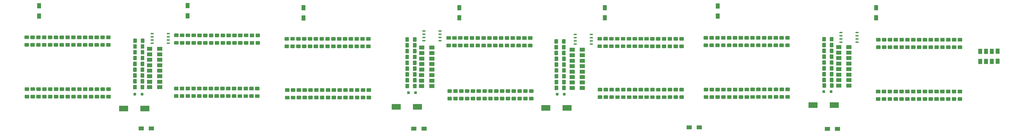
<source format=gbr>
G04 #@! TF.GenerationSoftware,KiCad,Pcbnew,(5.0.2)-1*
G04 #@! TF.CreationDate,2019-08-04T18:28:44-04:00*
G04 #@! TF.ProjectId,7971-MEDEVAC,37393731-2d4d-4454-9445-5641432e6b69,rev?*
G04 #@! TF.SameCoordinates,Original*
G04 #@! TF.FileFunction,Paste,Top*
G04 #@! TF.FilePolarity,Positive*
%FSLAX46Y46*%
G04 Gerber Fmt 4.6, Leading zero omitted, Abs format (unit mm)*
G04 Created by KiCad (PCBNEW (5.0.2)-1) date 8/4/2019 6:28:44 PM*
%MOMM*%
%LPD*%
G01*
G04 APERTURE LIST*
%ADD10R,2.000000X1.600000*%
%ADD11R,1.600000X2.000000*%
%ADD12C,0.100000*%
%ADD13C,1.425000*%
%ADD14R,1.143000X0.508000*%
%ADD15R,1.100000X1.100000*%
%ADD16R,3.600000X2.200000*%
G04 APERTURE END LIST*
D10*
G04 #@! TO.C,C3*
X138575000Y-126040000D03*
X142575000Y-126040000D03*
G04 #@! TD*
G04 #@! TO.C,C4*
X245920000Y-114720000D03*
X249920000Y-114720000D03*
G04 #@! TD*
G04 #@! TO.C,C6*
X309330000Y-126340000D03*
X305330000Y-126340000D03*
G04 #@! TD*
G04 #@! TO.C,C7*
X410470000Y-118920000D03*
X414470000Y-118920000D03*
G04 #@! TD*
D11*
G04 #@! TO.C,C8*
X473149000Y-111818000D03*
X473149000Y-115818000D03*
G04 #@! TD*
G04 #@! TO.C,C9*
X470863000Y-115850000D03*
X470863000Y-111850000D03*
G04 #@! TD*
G04 #@! TO.C,C10*
X468577000Y-111850000D03*
X468577000Y-115850000D03*
G04 #@! TD*
G04 #@! TO.C,C11*
X466291000Y-115850000D03*
X466291000Y-111850000D03*
G04 #@! TD*
D10*
G04 #@! TO.C,C12*
X142575000Y-123884000D03*
X138575000Y-123884000D03*
G04 #@! TD*
G04 #@! TO.C,C13*
X138575000Y-121715000D03*
X142575000Y-121715000D03*
G04 #@! TD*
G04 #@! TO.C,C14*
X142575000Y-113040000D03*
X138575000Y-113040000D03*
G04 #@! TD*
G04 #@! TO.C,C16*
X138575000Y-110865000D03*
X142575000Y-110865000D03*
G04 #@! TD*
G04 #@! TO.C,C17*
X142575000Y-117365000D03*
X138575000Y-117365000D03*
G04 #@! TD*
G04 #@! TO.C,C18*
X142575000Y-119540000D03*
X138575000Y-119540000D03*
G04 #@! TD*
G04 #@! TO.C,C19*
X142586000Y-115200000D03*
X138586000Y-115200000D03*
G04 #@! TD*
G04 #@! TO.C,C20*
X139300000Y-142400000D03*
X135300000Y-142400000D03*
G04 #@! TD*
G04 #@! TO.C,C22*
X249930000Y-119115000D03*
X245930000Y-119115000D03*
G04 #@! TD*
G04 #@! TO.C,C23*
X245905000Y-125640000D03*
X249905000Y-125640000D03*
G04 #@! TD*
G04 #@! TO.C,C24*
X249916000Y-121295000D03*
X245916000Y-121295000D03*
G04 #@! TD*
G04 #@! TO.C,C26*
X245930000Y-110390000D03*
X249930000Y-110390000D03*
G04 #@! TD*
G04 #@! TO.C,C27*
X245930000Y-112565000D03*
X249930000Y-112565000D03*
G04 #@! TD*
G04 #@! TO.C,C28*
X249905000Y-123460000D03*
X245905000Y-123460000D03*
G04 #@! TD*
G04 #@! TO.C,C29*
X249930000Y-116915000D03*
X245930000Y-116915000D03*
G04 #@! TD*
G04 #@! TO.C,C30*
X246850000Y-142425000D03*
X242850000Y-142425000D03*
G04 #@! TD*
G04 #@! TO.C,C32*
X305322000Y-113443000D03*
X309322000Y-113443000D03*
G04 #@! TD*
G04 #@! TO.C,C33*
X309328000Y-119924000D03*
X305328000Y-119924000D03*
G04 #@! TD*
G04 #@! TO.C,C34*
X309328000Y-122074000D03*
X305328000Y-122074000D03*
G04 #@! TD*
G04 #@! TO.C,C36*
X309308000Y-111234000D03*
X305308000Y-111234000D03*
G04 #@! TD*
G04 #@! TO.C,C37*
X309322000Y-117763000D03*
X305322000Y-117763000D03*
G04 #@! TD*
G04 #@! TO.C,C38*
X305318000Y-124184000D03*
X309318000Y-124184000D03*
G04 #@! TD*
G04 #@! TO.C,C39*
X309322000Y-115603000D03*
X305322000Y-115603000D03*
G04 #@! TD*
G04 #@! TO.C,C40*
X351425000Y-141900000D03*
X355425000Y-141900000D03*
G04 #@! TD*
G04 #@! TO.C,C42*
X410464000Y-125407000D03*
X414464000Y-125407000D03*
G04 #@! TD*
G04 #@! TO.C,C43*
X414464000Y-121087000D03*
X410464000Y-121087000D03*
G04 #@! TD*
G04 #@! TO.C,C44*
X410464000Y-114547000D03*
X414464000Y-114547000D03*
G04 #@! TD*
G04 #@! TO.C,C46*
X410470000Y-110220000D03*
X414470000Y-110220000D03*
G04 #@! TD*
G04 #@! TO.C,C47*
X414464000Y-112387000D03*
X410464000Y-112387000D03*
G04 #@! TD*
G04 #@! TO.C,C48*
X410470000Y-116720000D03*
X414470000Y-116720000D03*
G04 #@! TD*
G04 #@! TO.C,C49*
X414464000Y-123247000D03*
X410464000Y-123247000D03*
G04 #@! TD*
G04 #@! TO.C,C50*
X409975000Y-142500000D03*
X405975000Y-142500000D03*
G04 #@! TD*
D12*
G04 #@! TO.C,R2*
G36*
X163426504Y-128836204D02*
X163450773Y-128839804D01*
X163474571Y-128845765D01*
X163497671Y-128854030D01*
X163519849Y-128864520D01*
X163540893Y-128877133D01*
X163560598Y-128891747D01*
X163578777Y-128908223D01*
X163595253Y-128926402D01*
X163609867Y-128946107D01*
X163622480Y-128967151D01*
X163632970Y-128989329D01*
X163641235Y-129012429D01*
X163647196Y-129036227D01*
X163650796Y-129060496D01*
X163652000Y-129085000D01*
X163652000Y-130010000D01*
X163650796Y-130034504D01*
X163647196Y-130058773D01*
X163641235Y-130082571D01*
X163632970Y-130105671D01*
X163622480Y-130127849D01*
X163609867Y-130148893D01*
X163595253Y-130168598D01*
X163578777Y-130186777D01*
X163560598Y-130203253D01*
X163540893Y-130217867D01*
X163519849Y-130230480D01*
X163497671Y-130240970D01*
X163474571Y-130249235D01*
X163450773Y-130255196D01*
X163426504Y-130258796D01*
X163402000Y-130260000D01*
X162152000Y-130260000D01*
X162127496Y-130258796D01*
X162103227Y-130255196D01*
X162079429Y-130249235D01*
X162056329Y-130240970D01*
X162034151Y-130230480D01*
X162013107Y-130217867D01*
X161993402Y-130203253D01*
X161975223Y-130186777D01*
X161958747Y-130168598D01*
X161944133Y-130148893D01*
X161931520Y-130127849D01*
X161921030Y-130105671D01*
X161912765Y-130082571D01*
X161906804Y-130058773D01*
X161903204Y-130034504D01*
X161902000Y-130010000D01*
X161902000Y-129085000D01*
X161903204Y-129060496D01*
X161906804Y-129036227D01*
X161912765Y-129012429D01*
X161921030Y-128989329D01*
X161931520Y-128967151D01*
X161944133Y-128946107D01*
X161958747Y-128926402D01*
X161975223Y-128908223D01*
X161993402Y-128891747D01*
X162013107Y-128877133D01*
X162034151Y-128864520D01*
X162056329Y-128854030D01*
X162079429Y-128845765D01*
X162103227Y-128839804D01*
X162127496Y-128836204D01*
X162152000Y-128835000D01*
X163402000Y-128835000D01*
X163426504Y-128836204D01*
X163426504Y-128836204D01*
G37*
D13*
X162777000Y-129547500D03*
D12*
G36*
X163426504Y-125861204D02*
X163450773Y-125864804D01*
X163474571Y-125870765D01*
X163497671Y-125879030D01*
X163519849Y-125889520D01*
X163540893Y-125902133D01*
X163560598Y-125916747D01*
X163578777Y-125933223D01*
X163595253Y-125951402D01*
X163609867Y-125971107D01*
X163622480Y-125992151D01*
X163632970Y-126014329D01*
X163641235Y-126037429D01*
X163647196Y-126061227D01*
X163650796Y-126085496D01*
X163652000Y-126110000D01*
X163652000Y-127035000D01*
X163650796Y-127059504D01*
X163647196Y-127083773D01*
X163641235Y-127107571D01*
X163632970Y-127130671D01*
X163622480Y-127152849D01*
X163609867Y-127173893D01*
X163595253Y-127193598D01*
X163578777Y-127211777D01*
X163560598Y-127228253D01*
X163540893Y-127242867D01*
X163519849Y-127255480D01*
X163497671Y-127265970D01*
X163474571Y-127274235D01*
X163450773Y-127280196D01*
X163426504Y-127283796D01*
X163402000Y-127285000D01*
X162152000Y-127285000D01*
X162127496Y-127283796D01*
X162103227Y-127280196D01*
X162079429Y-127274235D01*
X162056329Y-127265970D01*
X162034151Y-127255480D01*
X162013107Y-127242867D01*
X161993402Y-127228253D01*
X161975223Y-127211777D01*
X161958747Y-127193598D01*
X161944133Y-127173893D01*
X161931520Y-127152849D01*
X161921030Y-127130671D01*
X161912765Y-127107571D01*
X161906804Y-127083773D01*
X161903204Y-127059504D01*
X161902000Y-127035000D01*
X161902000Y-126110000D01*
X161903204Y-126085496D01*
X161906804Y-126061227D01*
X161912765Y-126037429D01*
X161921030Y-126014329D01*
X161931520Y-125992151D01*
X161944133Y-125971107D01*
X161958747Y-125951402D01*
X161975223Y-125933223D01*
X161993402Y-125916747D01*
X162013107Y-125902133D01*
X162034151Y-125889520D01*
X162056329Y-125879030D01*
X162079429Y-125870765D01*
X162103227Y-125864804D01*
X162127496Y-125861204D01*
X162152000Y-125860000D01*
X163402000Y-125860000D01*
X163426504Y-125861204D01*
X163426504Y-125861204D01*
G37*
D13*
X162777000Y-126572500D03*
G04 #@! TD*
D12*
G04 #@! TO.C,R3*
G36*
X161151504Y-128836204D02*
X161175773Y-128839804D01*
X161199571Y-128845765D01*
X161222671Y-128854030D01*
X161244849Y-128864520D01*
X161265893Y-128877133D01*
X161285598Y-128891747D01*
X161303777Y-128908223D01*
X161320253Y-128926402D01*
X161334867Y-128946107D01*
X161347480Y-128967151D01*
X161357970Y-128989329D01*
X161366235Y-129012429D01*
X161372196Y-129036227D01*
X161375796Y-129060496D01*
X161377000Y-129085000D01*
X161377000Y-130010000D01*
X161375796Y-130034504D01*
X161372196Y-130058773D01*
X161366235Y-130082571D01*
X161357970Y-130105671D01*
X161347480Y-130127849D01*
X161334867Y-130148893D01*
X161320253Y-130168598D01*
X161303777Y-130186777D01*
X161285598Y-130203253D01*
X161265893Y-130217867D01*
X161244849Y-130230480D01*
X161222671Y-130240970D01*
X161199571Y-130249235D01*
X161175773Y-130255196D01*
X161151504Y-130258796D01*
X161127000Y-130260000D01*
X159877000Y-130260000D01*
X159852496Y-130258796D01*
X159828227Y-130255196D01*
X159804429Y-130249235D01*
X159781329Y-130240970D01*
X159759151Y-130230480D01*
X159738107Y-130217867D01*
X159718402Y-130203253D01*
X159700223Y-130186777D01*
X159683747Y-130168598D01*
X159669133Y-130148893D01*
X159656520Y-130127849D01*
X159646030Y-130105671D01*
X159637765Y-130082571D01*
X159631804Y-130058773D01*
X159628204Y-130034504D01*
X159627000Y-130010000D01*
X159627000Y-129085000D01*
X159628204Y-129060496D01*
X159631804Y-129036227D01*
X159637765Y-129012429D01*
X159646030Y-128989329D01*
X159656520Y-128967151D01*
X159669133Y-128946107D01*
X159683747Y-128926402D01*
X159700223Y-128908223D01*
X159718402Y-128891747D01*
X159738107Y-128877133D01*
X159759151Y-128864520D01*
X159781329Y-128854030D01*
X159804429Y-128845765D01*
X159828227Y-128839804D01*
X159852496Y-128836204D01*
X159877000Y-128835000D01*
X161127000Y-128835000D01*
X161151504Y-128836204D01*
X161151504Y-128836204D01*
G37*
D13*
X160502000Y-129547500D03*
D12*
G36*
X161151504Y-125861204D02*
X161175773Y-125864804D01*
X161199571Y-125870765D01*
X161222671Y-125879030D01*
X161244849Y-125889520D01*
X161265893Y-125902133D01*
X161285598Y-125916747D01*
X161303777Y-125933223D01*
X161320253Y-125951402D01*
X161334867Y-125971107D01*
X161347480Y-125992151D01*
X161357970Y-126014329D01*
X161366235Y-126037429D01*
X161372196Y-126061227D01*
X161375796Y-126085496D01*
X161377000Y-126110000D01*
X161377000Y-127035000D01*
X161375796Y-127059504D01*
X161372196Y-127083773D01*
X161366235Y-127107571D01*
X161357970Y-127130671D01*
X161347480Y-127152849D01*
X161334867Y-127173893D01*
X161320253Y-127193598D01*
X161303777Y-127211777D01*
X161285598Y-127228253D01*
X161265893Y-127242867D01*
X161244849Y-127255480D01*
X161222671Y-127265970D01*
X161199571Y-127274235D01*
X161175773Y-127280196D01*
X161151504Y-127283796D01*
X161127000Y-127285000D01*
X159877000Y-127285000D01*
X159852496Y-127283796D01*
X159828227Y-127280196D01*
X159804429Y-127274235D01*
X159781329Y-127265970D01*
X159759151Y-127255480D01*
X159738107Y-127242867D01*
X159718402Y-127228253D01*
X159700223Y-127211777D01*
X159683747Y-127193598D01*
X159669133Y-127173893D01*
X159656520Y-127152849D01*
X159646030Y-127130671D01*
X159637765Y-127107571D01*
X159631804Y-127083773D01*
X159628204Y-127059504D01*
X159627000Y-127035000D01*
X159627000Y-126110000D01*
X159628204Y-126085496D01*
X159631804Y-126061227D01*
X159637765Y-126037429D01*
X159646030Y-126014329D01*
X159656520Y-125992151D01*
X159669133Y-125971107D01*
X159683747Y-125951402D01*
X159700223Y-125933223D01*
X159718402Y-125916747D01*
X159738107Y-125902133D01*
X159759151Y-125889520D01*
X159781329Y-125879030D01*
X159804429Y-125870765D01*
X159828227Y-125864804D01*
X159852496Y-125861204D01*
X159877000Y-125860000D01*
X161127000Y-125860000D01*
X161151504Y-125861204D01*
X161151504Y-125861204D01*
G37*
D13*
X160502000Y-126572500D03*
G04 #@! TD*
D12*
G04 #@! TO.C,R4*
G36*
X154326504Y-125861204D02*
X154350773Y-125864804D01*
X154374571Y-125870765D01*
X154397671Y-125879030D01*
X154419849Y-125889520D01*
X154440893Y-125902133D01*
X154460598Y-125916747D01*
X154478777Y-125933223D01*
X154495253Y-125951402D01*
X154509867Y-125971107D01*
X154522480Y-125992151D01*
X154532970Y-126014329D01*
X154541235Y-126037429D01*
X154547196Y-126061227D01*
X154550796Y-126085496D01*
X154552000Y-126110000D01*
X154552000Y-127035000D01*
X154550796Y-127059504D01*
X154547196Y-127083773D01*
X154541235Y-127107571D01*
X154532970Y-127130671D01*
X154522480Y-127152849D01*
X154509867Y-127173893D01*
X154495253Y-127193598D01*
X154478777Y-127211777D01*
X154460598Y-127228253D01*
X154440893Y-127242867D01*
X154419849Y-127255480D01*
X154397671Y-127265970D01*
X154374571Y-127274235D01*
X154350773Y-127280196D01*
X154326504Y-127283796D01*
X154302000Y-127285000D01*
X153052000Y-127285000D01*
X153027496Y-127283796D01*
X153003227Y-127280196D01*
X152979429Y-127274235D01*
X152956329Y-127265970D01*
X152934151Y-127255480D01*
X152913107Y-127242867D01*
X152893402Y-127228253D01*
X152875223Y-127211777D01*
X152858747Y-127193598D01*
X152844133Y-127173893D01*
X152831520Y-127152849D01*
X152821030Y-127130671D01*
X152812765Y-127107571D01*
X152806804Y-127083773D01*
X152803204Y-127059504D01*
X152802000Y-127035000D01*
X152802000Y-126110000D01*
X152803204Y-126085496D01*
X152806804Y-126061227D01*
X152812765Y-126037429D01*
X152821030Y-126014329D01*
X152831520Y-125992151D01*
X152844133Y-125971107D01*
X152858747Y-125951402D01*
X152875223Y-125933223D01*
X152893402Y-125916747D01*
X152913107Y-125902133D01*
X152934151Y-125889520D01*
X152956329Y-125879030D01*
X152979429Y-125870765D01*
X153003227Y-125864804D01*
X153027496Y-125861204D01*
X153052000Y-125860000D01*
X154302000Y-125860000D01*
X154326504Y-125861204D01*
X154326504Y-125861204D01*
G37*
D13*
X153677000Y-126572500D03*
D12*
G36*
X154326504Y-128836204D02*
X154350773Y-128839804D01*
X154374571Y-128845765D01*
X154397671Y-128854030D01*
X154419849Y-128864520D01*
X154440893Y-128877133D01*
X154460598Y-128891747D01*
X154478777Y-128908223D01*
X154495253Y-128926402D01*
X154509867Y-128946107D01*
X154522480Y-128967151D01*
X154532970Y-128989329D01*
X154541235Y-129012429D01*
X154547196Y-129036227D01*
X154550796Y-129060496D01*
X154552000Y-129085000D01*
X154552000Y-130010000D01*
X154550796Y-130034504D01*
X154547196Y-130058773D01*
X154541235Y-130082571D01*
X154532970Y-130105671D01*
X154522480Y-130127849D01*
X154509867Y-130148893D01*
X154495253Y-130168598D01*
X154478777Y-130186777D01*
X154460598Y-130203253D01*
X154440893Y-130217867D01*
X154419849Y-130230480D01*
X154397671Y-130240970D01*
X154374571Y-130249235D01*
X154350773Y-130255196D01*
X154326504Y-130258796D01*
X154302000Y-130260000D01*
X153052000Y-130260000D01*
X153027496Y-130258796D01*
X153003227Y-130255196D01*
X152979429Y-130249235D01*
X152956329Y-130240970D01*
X152934151Y-130230480D01*
X152913107Y-130217867D01*
X152893402Y-130203253D01*
X152875223Y-130186777D01*
X152858747Y-130168598D01*
X152844133Y-130148893D01*
X152831520Y-130127849D01*
X152821030Y-130105671D01*
X152812765Y-130082571D01*
X152806804Y-130058773D01*
X152803204Y-130034504D01*
X152802000Y-130010000D01*
X152802000Y-129085000D01*
X152803204Y-129060496D01*
X152806804Y-129036227D01*
X152812765Y-129012429D01*
X152821030Y-128989329D01*
X152831520Y-128967151D01*
X152844133Y-128946107D01*
X152858747Y-128926402D01*
X152875223Y-128908223D01*
X152893402Y-128891747D01*
X152913107Y-128877133D01*
X152934151Y-128864520D01*
X152956329Y-128854030D01*
X152979429Y-128845765D01*
X153003227Y-128839804D01*
X153027496Y-128836204D01*
X153052000Y-128835000D01*
X154302000Y-128835000D01*
X154326504Y-128836204D01*
X154326504Y-128836204D01*
G37*
D13*
X153677000Y-129547500D03*
G04 #@! TD*
D12*
G04 #@! TO.C,R5*
G36*
X156601504Y-125861204D02*
X156625773Y-125864804D01*
X156649571Y-125870765D01*
X156672671Y-125879030D01*
X156694849Y-125889520D01*
X156715893Y-125902133D01*
X156735598Y-125916747D01*
X156753777Y-125933223D01*
X156770253Y-125951402D01*
X156784867Y-125971107D01*
X156797480Y-125992151D01*
X156807970Y-126014329D01*
X156816235Y-126037429D01*
X156822196Y-126061227D01*
X156825796Y-126085496D01*
X156827000Y-126110000D01*
X156827000Y-127035000D01*
X156825796Y-127059504D01*
X156822196Y-127083773D01*
X156816235Y-127107571D01*
X156807970Y-127130671D01*
X156797480Y-127152849D01*
X156784867Y-127173893D01*
X156770253Y-127193598D01*
X156753777Y-127211777D01*
X156735598Y-127228253D01*
X156715893Y-127242867D01*
X156694849Y-127255480D01*
X156672671Y-127265970D01*
X156649571Y-127274235D01*
X156625773Y-127280196D01*
X156601504Y-127283796D01*
X156577000Y-127285000D01*
X155327000Y-127285000D01*
X155302496Y-127283796D01*
X155278227Y-127280196D01*
X155254429Y-127274235D01*
X155231329Y-127265970D01*
X155209151Y-127255480D01*
X155188107Y-127242867D01*
X155168402Y-127228253D01*
X155150223Y-127211777D01*
X155133747Y-127193598D01*
X155119133Y-127173893D01*
X155106520Y-127152849D01*
X155096030Y-127130671D01*
X155087765Y-127107571D01*
X155081804Y-127083773D01*
X155078204Y-127059504D01*
X155077000Y-127035000D01*
X155077000Y-126110000D01*
X155078204Y-126085496D01*
X155081804Y-126061227D01*
X155087765Y-126037429D01*
X155096030Y-126014329D01*
X155106520Y-125992151D01*
X155119133Y-125971107D01*
X155133747Y-125951402D01*
X155150223Y-125933223D01*
X155168402Y-125916747D01*
X155188107Y-125902133D01*
X155209151Y-125889520D01*
X155231329Y-125879030D01*
X155254429Y-125870765D01*
X155278227Y-125864804D01*
X155302496Y-125861204D01*
X155327000Y-125860000D01*
X156577000Y-125860000D01*
X156601504Y-125861204D01*
X156601504Y-125861204D01*
G37*
D13*
X155952000Y-126572500D03*
D12*
G36*
X156601504Y-128836204D02*
X156625773Y-128839804D01*
X156649571Y-128845765D01*
X156672671Y-128854030D01*
X156694849Y-128864520D01*
X156715893Y-128877133D01*
X156735598Y-128891747D01*
X156753777Y-128908223D01*
X156770253Y-128926402D01*
X156784867Y-128946107D01*
X156797480Y-128967151D01*
X156807970Y-128989329D01*
X156816235Y-129012429D01*
X156822196Y-129036227D01*
X156825796Y-129060496D01*
X156827000Y-129085000D01*
X156827000Y-130010000D01*
X156825796Y-130034504D01*
X156822196Y-130058773D01*
X156816235Y-130082571D01*
X156807970Y-130105671D01*
X156797480Y-130127849D01*
X156784867Y-130148893D01*
X156770253Y-130168598D01*
X156753777Y-130186777D01*
X156735598Y-130203253D01*
X156715893Y-130217867D01*
X156694849Y-130230480D01*
X156672671Y-130240970D01*
X156649571Y-130249235D01*
X156625773Y-130255196D01*
X156601504Y-130258796D01*
X156577000Y-130260000D01*
X155327000Y-130260000D01*
X155302496Y-130258796D01*
X155278227Y-130255196D01*
X155254429Y-130249235D01*
X155231329Y-130240970D01*
X155209151Y-130230480D01*
X155188107Y-130217867D01*
X155168402Y-130203253D01*
X155150223Y-130186777D01*
X155133747Y-130168598D01*
X155119133Y-130148893D01*
X155106520Y-130127849D01*
X155096030Y-130105671D01*
X155087765Y-130082571D01*
X155081804Y-130058773D01*
X155078204Y-130034504D01*
X155077000Y-130010000D01*
X155077000Y-129085000D01*
X155078204Y-129060496D01*
X155081804Y-129036227D01*
X155087765Y-129012429D01*
X155096030Y-128989329D01*
X155106520Y-128967151D01*
X155119133Y-128946107D01*
X155133747Y-128926402D01*
X155150223Y-128908223D01*
X155168402Y-128891747D01*
X155188107Y-128877133D01*
X155209151Y-128864520D01*
X155231329Y-128854030D01*
X155254429Y-128845765D01*
X155278227Y-128839804D01*
X155302496Y-128836204D01*
X155327000Y-128835000D01*
X156577000Y-128835000D01*
X156601504Y-128836204D01*
X156601504Y-128836204D01*
G37*
D13*
X155952000Y-129547500D03*
G04 #@! TD*
D12*
G04 #@! TO.C,R6*
G36*
X158876504Y-125861204D02*
X158900773Y-125864804D01*
X158924571Y-125870765D01*
X158947671Y-125879030D01*
X158969849Y-125889520D01*
X158990893Y-125902133D01*
X159010598Y-125916747D01*
X159028777Y-125933223D01*
X159045253Y-125951402D01*
X159059867Y-125971107D01*
X159072480Y-125992151D01*
X159082970Y-126014329D01*
X159091235Y-126037429D01*
X159097196Y-126061227D01*
X159100796Y-126085496D01*
X159102000Y-126110000D01*
X159102000Y-127035000D01*
X159100796Y-127059504D01*
X159097196Y-127083773D01*
X159091235Y-127107571D01*
X159082970Y-127130671D01*
X159072480Y-127152849D01*
X159059867Y-127173893D01*
X159045253Y-127193598D01*
X159028777Y-127211777D01*
X159010598Y-127228253D01*
X158990893Y-127242867D01*
X158969849Y-127255480D01*
X158947671Y-127265970D01*
X158924571Y-127274235D01*
X158900773Y-127280196D01*
X158876504Y-127283796D01*
X158852000Y-127285000D01*
X157602000Y-127285000D01*
X157577496Y-127283796D01*
X157553227Y-127280196D01*
X157529429Y-127274235D01*
X157506329Y-127265970D01*
X157484151Y-127255480D01*
X157463107Y-127242867D01*
X157443402Y-127228253D01*
X157425223Y-127211777D01*
X157408747Y-127193598D01*
X157394133Y-127173893D01*
X157381520Y-127152849D01*
X157371030Y-127130671D01*
X157362765Y-127107571D01*
X157356804Y-127083773D01*
X157353204Y-127059504D01*
X157352000Y-127035000D01*
X157352000Y-126110000D01*
X157353204Y-126085496D01*
X157356804Y-126061227D01*
X157362765Y-126037429D01*
X157371030Y-126014329D01*
X157381520Y-125992151D01*
X157394133Y-125971107D01*
X157408747Y-125951402D01*
X157425223Y-125933223D01*
X157443402Y-125916747D01*
X157463107Y-125902133D01*
X157484151Y-125889520D01*
X157506329Y-125879030D01*
X157529429Y-125870765D01*
X157553227Y-125864804D01*
X157577496Y-125861204D01*
X157602000Y-125860000D01*
X158852000Y-125860000D01*
X158876504Y-125861204D01*
X158876504Y-125861204D01*
G37*
D13*
X158227000Y-126572500D03*
D12*
G36*
X158876504Y-128836204D02*
X158900773Y-128839804D01*
X158924571Y-128845765D01*
X158947671Y-128854030D01*
X158969849Y-128864520D01*
X158990893Y-128877133D01*
X159010598Y-128891747D01*
X159028777Y-128908223D01*
X159045253Y-128926402D01*
X159059867Y-128946107D01*
X159072480Y-128967151D01*
X159082970Y-128989329D01*
X159091235Y-129012429D01*
X159097196Y-129036227D01*
X159100796Y-129060496D01*
X159102000Y-129085000D01*
X159102000Y-130010000D01*
X159100796Y-130034504D01*
X159097196Y-130058773D01*
X159091235Y-130082571D01*
X159082970Y-130105671D01*
X159072480Y-130127849D01*
X159059867Y-130148893D01*
X159045253Y-130168598D01*
X159028777Y-130186777D01*
X159010598Y-130203253D01*
X158990893Y-130217867D01*
X158969849Y-130230480D01*
X158947671Y-130240970D01*
X158924571Y-130249235D01*
X158900773Y-130255196D01*
X158876504Y-130258796D01*
X158852000Y-130260000D01*
X157602000Y-130260000D01*
X157577496Y-130258796D01*
X157553227Y-130255196D01*
X157529429Y-130249235D01*
X157506329Y-130240970D01*
X157484151Y-130230480D01*
X157463107Y-130217867D01*
X157443402Y-130203253D01*
X157425223Y-130186777D01*
X157408747Y-130168598D01*
X157394133Y-130148893D01*
X157381520Y-130127849D01*
X157371030Y-130105671D01*
X157362765Y-130082571D01*
X157356804Y-130058773D01*
X157353204Y-130034504D01*
X157352000Y-130010000D01*
X157352000Y-129085000D01*
X157353204Y-129060496D01*
X157356804Y-129036227D01*
X157362765Y-129012429D01*
X157371030Y-128989329D01*
X157381520Y-128967151D01*
X157394133Y-128946107D01*
X157408747Y-128926402D01*
X157425223Y-128908223D01*
X157443402Y-128891747D01*
X157463107Y-128877133D01*
X157484151Y-128864520D01*
X157506329Y-128854030D01*
X157529429Y-128845765D01*
X157553227Y-128839804D01*
X157577496Y-128836204D01*
X157602000Y-128835000D01*
X158852000Y-128835000D01*
X158876504Y-128836204D01*
X158876504Y-128836204D01*
G37*
D13*
X158227000Y-129547500D03*
G04 #@! TD*
D12*
G04 #@! TO.C,R7*
G36*
X170276504Y-128836204D02*
X170300773Y-128839804D01*
X170324571Y-128845765D01*
X170347671Y-128854030D01*
X170369849Y-128864520D01*
X170390893Y-128877133D01*
X170410598Y-128891747D01*
X170428777Y-128908223D01*
X170445253Y-128926402D01*
X170459867Y-128946107D01*
X170472480Y-128967151D01*
X170482970Y-128989329D01*
X170491235Y-129012429D01*
X170497196Y-129036227D01*
X170500796Y-129060496D01*
X170502000Y-129085000D01*
X170502000Y-130010000D01*
X170500796Y-130034504D01*
X170497196Y-130058773D01*
X170491235Y-130082571D01*
X170482970Y-130105671D01*
X170472480Y-130127849D01*
X170459867Y-130148893D01*
X170445253Y-130168598D01*
X170428777Y-130186777D01*
X170410598Y-130203253D01*
X170390893Y-130217867D01*
X170369849Y-130230480D01*
X170347671Y-130240970D01*
X170324571Y-130249235D01*
X170300773Y-130255196D01*
X170276504Y-130258796D01*
X170252000Y-130260000D01*
X169002000Y-130260000D01*
X168977496Y-130258796D01*
X168953227Y-130255196D01*
X168929429Y-130249235D01*
X168906329Y-130240970D01*
X168884151Y-130230480D01*
X168863107Y-130217867D01*
X168843402Y-130203253D01*
X168825223Y-130186777D01*
X168808747Y-130168598D01*
X168794133Y-130148893D01*
X168781520Y-130127849D01*
X168771030Y-130105671D01*
X168762765Y-130082571D01*
X168756804Y-130058773D01*
X168753204Y-130034504D01*
X168752000Y-130010000D01*
X168752000Y-129085000D01*
X168753204Y-129060496D01*
X168756804Y-129036227D01*
X168762765Y-129012429D01*
X168771030Y-128989329D01*
X168781520Y-128967151D01*
X168794133Y-128946107D01*
X168808747Y-128926402D01*
X168825223Y-128908223D01*
X168843402Y-128891747D01*
X168863107Y-128877133D01*
X168884151Y-128864520D01*
X168906329Y-128854030D01*
X168929429Y-128845765D01*
X168953227Y-128839804D01*
X168977496Y-128836204D01*
X169002000Y-128835000D01*
X170252000Y-128835000D01*
X170276504Y-128836204D01*
X170276504Y-128836204D01*
G37*
D13*
X169627000Y-129547500D03*
D12*
G36*
X170276504Y-125861204D02*
X170300773Y-125864804D01*
X170324571Y-125870765D01*
X170347671Y-125879030D01*
X170369849Y-125889520D01*
X170390893Y-125902133D01*
X170410598Y-125916747D01*
X170428777Y-125933223D01*
X170445253Y-125951402D01*
X170459867Y-125971107D01*
X170472480Y-125992151D01*
X170482970Y-126014329D01*
X170491235Y-126037429D01*
X170497196Y-126061227D01*
X170500796Y-126085496D01*
X170502000Y-126110000D01*
X170502000Y-127035000D01*
X170500796Y-127059504D01*
X170497196Y-127083773D01*
X170491235Y-127107571D01*
X170482970Y-127130671D01*
X170472480Y-127152849D01*
X170459867Y-127173893D01*
X170445253Y-127193598D01*
X170428777Y-127211777D01*
X170410598Y-127228253D01*
X170390893Y-127242867D01*
X170369849Y-127255480D01*
X170347671Y-127265970D01*
X170324571Y-127274235D01*
X170300773Y-127280196D01*
X170276504Y-127283796D01*
X170252000Y-127285000D01*
X169002000Y-127285000D01*
X168977496Y-127283796D01*
X168953227Y-127280196D01*
X168929429Y-127274235D01*
X168906329Y-127265970D01*
X168884151Y-127255480D01*
X168863107Y-127242867D01*
X168843402Y-127228253D01*
X168825223Y-127211777D01*
X168808747Y-127193598D01*
X168794133Y-127173893D01*
X168781520Y-127152849D01*
X168771030Y-127130671D01*
X168762765Y-127107571D01*
X168756804Y-127083773D01*
X168753204Y-127059504D01*
X168752000Y-127035000D01*
X168752000Y-126110000D01*
X168753204Y-126085496D01*
X168756804Y-126061227D01*
X168762765Y-126037429D01*
X168771030Y-126014329D01*
X168781520Y-125992151D01*
X168794133Y-125971107D01*
X168808747Y-125951402D01*
X168825223Y-125933223D01*
X168843402Y-125916747D01*
X168863107Y-125902133D01*
X168884151Y-125889520D01*
X168906329Y-125879030D01*
X168929429Y-125870765D01*
X168953227Y-125864804D01*
X168977496Y-125861204D01*
X169002000Y-125860000D01*
X170252000Y-125860000D01*
X170276504Y-125861204D01*
X170276504Y-125861204D01*
G37*
D13*
X169627000Y-126572500D03*
G04 #@! TD*
D12*
G04 #@! TO.C,R8*
G36*
X172576504Y-128848204D02*
X172600773Y-128851804D01*
X172624571Y-128857765D01*
X172647671Y-128866030D01*
X172669849Y-128876520D01*
X172690893Y-128889133D01*
X172710598Y-128903747D01*
X172728777Y-128920223D01*
X172745253Y-128938402D01*
X172759867Y-128958107D01*
X172772480Y-128979151D01*
X172782970Y-129001329D01*
X172791235Y-129024429D01*
X172797196Y-129048227D01*
X172800796Y-129072496D01*
X172802000Y-129097000D01*
X172802000Y-130022000D01*
X172800796Y-130046504D01*
X172797196Y-130070773D01*
X172791235Y-130094571D01*
X172782970Y-130117671D01*
X172772480Y-130139849D01*
X172759867Y-130160893D01*
X172745253Y-130180598D01*
X172728777Y-130198777D01*
X172710598Y-130215253D01*
X172690893Y-130229867D01*
X172669849Y-130242480D01*
X172647671Y-130252970D01*
X172624571Y-130261235D01*
X172600773Y-130267196D01*
X172576504Y-130270796D01*
X172552000Y-130272000D01*
X171302000Y-130272000D01*
X171277496Y-130270796D01*
X171253227Y-130267196D01*
X171229429Y-130261235D01*
X171206329Y-130252970D01*
X171184151Y-130242480D01*
X171163107Y-130229867D01*
X171143402Y-130215253D01*
X171125223Y-130198777D01*
X171108747Y-130180598D01*
X171094133Y-130160893D01*
X171081520Y-130139849D01*
X171071030Y-130117671D01*
X171062765Y-130094571D01*
X171056804Y-130070773D01*
X171053204Y-130046504D01*
X171052000Y-130022000D01*
X171052000Y-129097000D01*
X171053204Y-129072496D01*
X171056804Y-129048227D01*
X171062765Y-129024429D01*
X171071030Y-129001329D01*
X171081520Y-128979151D01*
X171094133Y-128958107D01*
X171108747Y-128938402D01*
X171125223Y-128920223D01*
X171143402Y-128903747D01*
X171163107Y-128889133D01*
X171184151Y-128876520D01*
X171206329Y-128866030D01*
X171229429Y-128857765D01*
X171253227Y-128851804D01*
X171277496Y-128848204D01*
X171302000Y-128847000D01*
X172552000Y-128847000D01*
X172576504Y-128848204D01*
X172576504Y-128848204D01*
G37*
D13*
X171927000Y-129559500D03*
D12*
G36*
X172576504Y-125873204D02*
X172600773Y-125876804D01*
X172624571Y-125882765D01*
X172647671Y-125891030D01*
X172669849Y-125901520D01*
X172690893Y-125914133D01*
X172710598Y-125928747D01*
X172728777Y-125945223D01*
X172745253Y-125963402D01*
X172759867Y-125983107D01*
X172772480Y-126004151D01*
X172782970Y-126026329D01*
X172791235Y-126049429D01*
X172797196Y-126073227D01*
X172800796Y-126097496D01*
X172802000Y-126122000D01*
X172802000Y-127047000D01*
X172800796Y-127071504D01*
X172797196Y-127095773D01*
X172791235Y-127119571D01*
X172782970Y-127142671D01*
X172772480Y-127164849D01*
X172759867Y-127185893D01*
X172745253Y-127205598D01*
X172728777Y-127223777D01*
X172710598Y-127240253D01*
X172690893Y-127254867D01*
X172669849Y-127267480D01*
X172647671Y-127277970D01*
X172624571Y-127286235D01*
X172600773Y-127292196D01*
X172576504Y-127295796D01*
X172552000Y-127297000D01*
X171302000Y-127297000D01*
X171277496Y-127295796D01*
X171253227Y-127292196D01*
X171229429Y-127286235D01*
X171206329Y-127277970D01*
X171184151Y-127267480D01*
X171163107Y-127254867D01*
X171143402Y-127240253D01*
X171125223Y-127223777D01*
X171108747Y-127205598D01*
X171094133Y-127185893D01*
X171081520Y-127164849D01*
X171071030Y-127142671D01*
X171062765Y-127119571D01*
X171056804Y-127095773D01*
X171053204Y-127071504D01*
X171052000Y-127047000D01*
X171052000Y-126122000D01*
X171053204Y-126097496D01*
X171056804Y-126073227D01*
X171062765Y-126049429D01*
X171071030Y-126026329D01*
X171081520Y-126004151D01*
X171094133Y-125983107D01*
X171108747Y-125963402D01*
X171125223Y-125945223D01*
X171143402Y-125928747D01*
X171163107Y-125914133D01*
X171184151Y-125901520D01*
X171206329Y-125891030D01*
X171229429Y-125882765D01*
X171253227Y-125876804D01*
X171277496Y-125873204D01*
X171302000Y-125872000D01*
X172552000Y-125872000D01*
X172576504Y-125873204D01*
X172576504Y-125873204D01*
G37*
D13*
X171927000Y-126584500D03*
G04 #@! TD*
D12*
G04 #@! TO.C,R9*
G36*
X175036504Y-107808204D02*
X175060773Y-107811804D01*
X175084571Y-107817765D01*
X175107671Y-107826030D01*
X175129849Y-107836520D01*
X175150893Y-107849133D01*
X175170598Y-107863747D01*
X175188777Y-107880223D01*
X175205253Y-107898402D01*
X175219867Y-107918107D01*
X175232480Y-107939151D01*
X175242970Y-107961329D01*
X175251235Y-107984429D01*
X175257196Y-108008227D01*
X175260796Y-108032496D01*
X175262000Y-108057000D01*
X175262000Y-108982000D01*
X175260796Y-109006504D01*
X175257196Y-109030773D01*
X175251235Y-109054571D01*
X175242970Y-109077671D01*
X175232480Y-109099849D01*
X175219867Y-109120893D01*
X175205253Y-109140598D01*
X175188777Y-109158777D01*
X175170598Y-109175253D01*
X175150893Y-109189867D01*
X175129849Y-109202480D01*
X175107671Y-109212970D01*
X175084571Y-109221235D01*
X175060773Y-109227196D01*
X175036504Y-109230796D01*
X175012000Y-109232000D01*
X173762000Y-109232000D01*
X173737496Y-109230796D01*
X173713227Y-109227196D01*
X173689429Y-109221235D01*
X173666329Y-109212970D01*
X173644151Y-109202480D01*
X173623107Y-109189867D01*
X173603402Y-109175253D01*
X173585223Y-109158777D01*
X173568747Y-109140598D01*
X173554133Y-109120893D01*
X173541520Y-109099849D01*
X173531030Y-109077671D01*
X173522765Y-109054571D01*
X173516804Y-109030773D01*
X173513204Y-109006504D01*
X173512000Y-108982000D01*
X173512000Y-108057000D01*
X173513204Y-108032496D01*
X173516804Y-108008227D01*
X173522765Y-107984429D01*
X173531030Y-107961329D01*
X173541520Y-107939151D01*
X173554133Y-107918107D01*
X173568747Y-107898402D01*
X173585223Y-107880223D01*
X173603402Y-107863747D01*
X173623107Y-107849133D01*
X173644151Y-107836520D01*
X173666329Y-107826030D01*
X173689429Y-107817765D01*
X173713227Y-107811804D01*
X173737496Y-107808204D01*
X173762000Y-107807000D01*
X175012000Y-107807000D01*
X175036504Y-107808204D01*
X175036504Y-107808204D01*
G37*
D13*
X174387000Y-108519500D03*
D12*
G36*
X175036504Y-104833204D02*
X175060773Y-104836804D01*
X175084571Y-104842765D01*
X175107671Y-104851030D01*
X175129849Y-104861520D01*
X175150893Y-104874133D01*
X175170598Y-104888747D01*
X175188777Y-104905223D01*
X175205253Y-104923402D01*
X175219867Y-104943107D01*
X175232480Y-104964151D01*
X175242970Y-104986329D01*
X175251235Y-105009429D01*
X175257196Y-105033227D01*
X175260796Y-105057496D01*
X175262000Y-105082000D01*
X175262000Y-106007000D01*
X175260796Y-106031504D01*
X175257196Y-106055773D01*
X175251235Y-106079571D01*
X175242970Y-106102671D01*
X175232480Y-106124849D01*
X175219867Y-106145893D01*
X175205253Y-106165598D01*
X175188777Y-106183777D01*
X175170598Y-106200253D01*
X175150893Y-106214867D01*
X175129849Y-106227480D01*
X175107671Y-106237970D01*
X175084571Y-106246235D01*
X175060773Y-106252196D01*
X175036504Y-106255796D01*
X175012000Y-106257000D01*
X173762000Y-106257000D01*
X173737496Y-106255796D01*
X173713227Y-106252196D01*
X173689429Y-106246235D01*
X173666329Y-106237970D01*
X173644151Y-106227480D01*
X173623107Y-106214867D01*
X173603402Y-106200253D01*
X173585223Y-106183777D01*
X173568747Y-106165598D01*
X173554133Y-106145893D01*
X173541520Y-106124849D01*
X173531030Y-106102671D01*
X173522765Y-106079571D01*
X173516804Y-106055773D01*
X173513204Y-106031504D01*
X173512000Y-106007000D01*
X173512000Y-105082000D01*
X173513204Y-105057496D01*
X173516804Y-105033227D01*
X173522765Y-105009429D01*
X173531030Y-104986329D01*
X173541520Y-104964151D01*
X173554133Y-104943107D01*
X173568747Y-104923402D01*
X173585223Y-104905223D01*
X173603402Y-104888747D01*
X173623107Y-104874133D01*
X173644151Y-104861520D01*
X173666329Y-104851030D01*
X173689429Y-104842765D01*
X173713227Y-104836804D01*
X173737496Y-104833204D01*
X173762000Y-104832000D01*
X175012000Y-104832000D01*
X175036504Y-104833204D01*
X175036504Y-104833204D01*
G37*
D13*
X174387000Y-105544500D03*
G04 #@! TD*
D12*
G04 #@! TO.C,R10*
G36*
X172736504Y-104833204D02*
X172760773Y-104836804D01*
X172784571Y-104842765D01*
X172807671Y-104851030D01*
X172829849Y-104861520D01*
X172850893Y-104874133D01*
X172870598Y-104888747D01*
X172888777Y-104905223D01*
X172905253Y-104923402D01*
X172919867Y-104943107D01*
X172932480Y-104964151D01*
X172942970Y-104986329D01*
X172951235Y-105009429D01*
X172957196Y-105033227D01*
X172960796Y-105057496D01*
X172962000Y-105082000D01*
X172962000Y-106007000D01*
X172960796Y-106031504D01*
X172957196Y-106055773D01*
X172951235Y-106079571D01*
X172942970Y-106102671D01*
X172932480Y-106124849D01*
X172919867Y-106145893D01*
X172905253Y-106165598D01*
X172888777Y-106183777D01*
X172870598Y-106200253D01*
X172850893Y-106214867D01*
X172829849Y-106227480D01*
X172807671Y-106237970D01*
X172784571Y-106246235D01*
X172760773Y-106252196D01*
X172736504Y-106255796D01*
X172712000Y-106257000D01*
X171462000Y-106257000D01*
X171437496Y-106255796D01*
X171413227Y-106252196D01*
X171389429Y-106246235D01*
X171366329Y-106237970D01*
X171344151Y-106227480D01*
X171323107Y-106214867D01*
X171303402Y-106200253D01*
X171285223Y-106183777D01*
X171268747Y-106165598D01*
X171254133Y-106145893D01*
X171241520Y-106124849D01*
X171231030Y-106102671D01*
X171222765Y-106079571D01*
X171216804Y-106055773D01*
X171213204Y-106031504D01*
X171212000Y-106007000D01*
X171212000Y-105082000D01*
X171213204Y-105057496D01*
X171216804Y-105033227D01*
X171222765Y-105009429D01*
X171231030Y-104986329D01*
X171241520Y-104964151D01*
X171254133Y-104943107D01*
X171268747Y-104923402D01*
X171285223Y-104905223D01*
X171303402Y-104888747D01*
X171323107Y-104874133D01*
X171344151Y-104861520D01*
X171366329Y-104851030D01*
X171389429Y-104842765D01*
X171413227Y-104836804D01*
X171437496Y-104833204D01*
X171462000Y-104832000D01*
X172712000Y-104832000D01*
X172736504Y-104833204D01*
X172736504Y-104833204D01*
G37*
D13*
X172087000Y-105544500D03*
D12*
G36*
X172736504Y-107808204D02*
X172760773Y-107811804D01*
X172784571Y-107817765D01*
X172807671Y-107826030D01*
X172829849Y-107836520D01*
X172850893Y-107849133D01*
X172870598Y-107863747D01*
X172888777Y-107880223D01*
X172905253Y-107898402D01*
X172919867Y-107918107D01*
X172932480Y-107939151D01*
X172942970Y-107961329D01*
X172951235Y-107984429D01*
X172957196Y-108008227D01*
X172960796Y-108032496D01*
X172962000Y-108057000D01*
X172962000Y-108982000D01*
X172960796Y-109006504D01*
X172957196Y-109030773D01*
X172951235Y-109054571D01*
X172942970Y-109077671D01*
X172932480Y-109099849D01*
X172919867Y-109120893D01*
X172905253Y-109140598D01*
X172888777Y-109158777D01*
X172870598Y-109175253D01*
X172850893Y-109189867D01*
X172829849Y-109202480D01*
X172807671Y-109212970D01*
X172784571Y-109221235D01*
X172760773Y-109227196D01*
X172736504Y-109230796D01*
X172712000Y-109232000D01*
X171462000Y-109232000D01*
X171437496Y-109230796D01*
X171413227Y-109227196D01*
X171389429Y-109221235D01*
X171366329Y-109212970D01*
X171344151Y-109202480D01*
X171323107Y-109189867D01*
X171303402Y-109175253D01*
X171285223Y-109158777D01*
X171268747Y-109140598D01*
X171254133Y-109120893D01*
X171241520Y-109099849D01*
X171231030Y-109077671D01*
X171222765Y-109054571D01*
X171216804Y-109030773D01*
X171213204Y-109006504D01*
X171212000Y-108982000D01*
X171212000Y-108057000D01*
X171213204Y-108032496D01*
X171216804Y-108008227D01*
X171222765Y-107984429D01*
X171231030Y-107961329D01*
X171241520Y-107939151D01*
X171254133Y-107918107D01*
X171268747Y-107898402D01*
X171285223Y-107880223D01*
X171303402Y-107863747D01*
X171323107Y-107849133D01*
X171344151Y-107836520D01*
X171366329Y-107826030D01*
X171389429Y-107817765D01*
X171413227Y-107811804D01*
X171437496Y-107808204D01*
X171462000Y-107807000D01*
X172712000Y-107807000D01*
X172736504Y-107808204D01*
X172736504Y-107808204D01*
G37*
D13*
X172087000Y-108519500D03*
G04 #@! TD*
D12*
G04 #@! TO.C,R11*
G36*
X168136504Y-107808204D02*
X168160773Y-107811804D01*
X168184571Y-107817765D01*
X168207671Y-107826030D01*
X168229849Y-107836520D01*
X168250893Y-107849133D01*
X168270598Y-107863747D01*
X168288777Y-107880223D01*
X168305253Y-107898402D01*
X168319867Y-107918107D01*
X168332480Y-107939151D01*
X168342970Y-107961329D01*
X168351235Y-107984429D01*
X168357196Y-108008227D01*
X168360796Y-108032496D01*
X168362000Y-108057000D01*
X168362000Y-108982000D01*
X168360796Y-109006504D01*
X168357196Y-109030773D01*
X168351235Y-109054571D01*
X168342970Y-109077671D01*
X168332480Y-109099849D01*
X168319867Y-109120893D01*
X168305253Y-109140598D01*
X168288777Y-109158777D01*
X168270598Y-109175253D01*
X168250893Y-109189867D01*
X168229849Y-109202480D01*
X168207671Y-109212970D01*
X168184571Y-109221235D01*
X168160773Y-109227196D01*
X168136504Y-109230796D01*
X168112000Y-109232000D01*
X166862000Y-109232000D01*
X166837496Y-109230796D01*
X166813227Y-109227196D01*
X166789429Y-109221235D01*
X166766329Y-109212970D01*
X166744151Y-109202480D01*
X166723107Y-109189867D01*
X166703402Y-109175253D01*
X166685223Y-109158777D01*
X166668747Y-109140598D01*
X166654133Y-109120893D01*
X166641520Y-109099849D01*
X166631030Y-109077671D01*
X166622765Y-109054571D01*
X166616804Y-109030773D01*
X166613204Y-109006504D01*
X166612000Y-108982000D01*
X166612000Y-108057000D01*
X166613204Y-108032496D01*
X166616804Y-108008227D01*
X166622765Y-107984429D01*
X166631030Y-107961329D01*
X166641520Y-107939151D01*
X166654133Y-107918107D01*
X166668747Y-107898402D01*
X166685223Y-107880223D01*
X166703402Y-107863747D01*
X166723107Y-107849133D01*
X166744151Y-107836520D01*
X166766329Y-107826030D01*
X166789429Y-107817765D01*
X166813227Y-107811804D01*
X166837496Y-107808204D01*
X166862000Y-107807000D01*
X168112000Y-107807000D01*
X168136504Y-107808204D01*
X168136504Y-107808204D01*
G37*
D13*
X167487000Y-108519500D03*
D12*
G36*
X168136504Y-104833204D02*
X168160773Y-104836804D01*
X168184571Y-104842765D01*
X168207671Y-104851030D01*
X168229849Y-104861520D01*
X168250893Y-104874133D01*
X168270598Y-104888747D01*
X168288777Y-104905223D01*
X168305253Y-104923402D01*
X168319867Y-104943107D01*
X168332480Y-104964151D01*
X168342970Y-104986329D01*
X168351235Y-105009429D01*
X168357196Y-105033227D01*
X168360796Y-105057496D01*
X168362000Y-105082000D01*
X168362000Y-106007000D01*
X168360796Y-106031504D01*
X168357196Y-106055773D01*
X168351235Y-106079571D01*
X168342970Y-106102671D01*
X168332480Y-106124849D01*
X168319867Y-106145893D01*
X168305253Y-106165598D01*
X168288777Y-106183777D01*
X168270598Y-106200253D01*
X168250893Y-106214867D01*
X168229849Y-106227480D01*
X168207671Y-106237970D01*
X168184571Y-106246235D01*
X168160773Y-106252196D01*
X168136504Y-106255796D01*
X168112000Y-106257000D01*
X166862000Y-106257000D01*
X166837496Y-106255796D01*
X166813227Y-106252196D01*
X166789429Y-106246235D01*
X166766329Y-106237970D01*
X166744151Y-106227480D01*
X166723107Y-106214867D01*
X166703402Y-106200253D01*
X166685223Y-106183777D01*
X166668747Y-106165598D01*
X166654133Y-106145893D01*
X166641520Y-106124849D01*
X166631030Y-106102671D01*
X166622765Y-106079571D01*
X166616804Y-106055773D01*
X166613204Y-106031504D01*
X166612000Y-106007000D01*
X166612000Y-105082000D01*
X166613204Y-105057496D01*
X166616804Y-105033227D01*
X166622765Y-105009429D01*
X166631030Y-104986329D01*
X166641520Y-104964151D01*
X166654133Y-104943107D01*
X166668747Y-104923402D01*
X166685223Y-104905223D01*
X166703402Y-104888747D01*
X166723107Y-104874133D01*
X166744151Y-104861520D01*
X166766329Y-104851030D01*
X166789429Y-104842765D01*
X166813227Y-104836804D01*
X166837496Y-104833204D01*
X166862000Y-104832000D01*
X168112000Y-104832000D01*
X168136504Y-104833204D01*
X168136504Y-104833204D01*
G37*
D13*
X167487000Y-105544500D03*
G04 #@! TD*
D12*
G04 #@! TO.C,R12*
G36*
X158961504Y-104833204D02*
X158985773Y-104836804D01*
X159009571Y-104842765D01*
X159032671Y-104851030D01*
X159054849Y-104861520D01*
X159075893Y-104874133D01*
X159095598Y-104888747D01*
X159113777Y-104905223D01*
X159130253Y-104923402D01*
X159144867Y-104943107D01*
X159157480Y-104964151D01*
X159167970Y-104986329D01*
X159176235Y-105009429D01*
X159182196Y-105033227D01*
X159185796Y-105057496D01*
X159187000Y-105082000D01*
X159187000Y-106007000D01*
X159185796Y-106031504D01*
X159182196Y-106055773D01*
X159176235Y-106079571D01*
X159167970Y-106102671D01*
X159157480Y-106124849D01*
X159144867Y-106145893D01*
X159130253Y-106165598D01*
X159113777Y-106183777D01*
X159095598Y-106200253D01*
X159075893Y-106214867D01*
X159054849Y-106227480D01*
X159032671Y-106237970D01*
X159009571Y-106246235D01*
X158985773Y-106252196D01*
X158961504Y-106255796D01*
X158937000Y-106257000D01*
X157687000Y-106257000D01*
X157662496Y-106255796D01*
X157638227Y-106252196D01*
X157614429Y-106246235D01*
X157591329Y-106237970D01*
X157569151Y-106227480D01*
X157548107Y-106214867D01*
X157528402Y-106200253D01*
X157510223Y-106183777D01*
X157493747Y-106165598D01*
X157479133Y-106145893D01*
X157466520Y-106124849D01*
X157456030Y-106102671D01*
X157447765Y-106079571D01*
X157441804Y-106055773D01*
X157438204Y-106031504D01*
X157437000Y-106007000D01*
X157437000Y-105082000D01*
X157438204Y-105057496D01*
X157441804Y-105033227D01*
X157447765Y-105009429D01*
X157456030Y-104986329D01*
X157466520Y-104964151D01*
X157479133Y-104943107D01*
X157493747Y-104923402D01*
X157510223Y-104905223D01*
X157528402Y-104888747D01*
X157548107Y-104874133D01*
X157569151Y-104861520D01*
X157591329Y-104851030D01*
X157614429Y-104842765D01*
X157638227Y-104836804D01*
X157662496Y-104833204D01*
X157687000Y-104832000D01*
X158937000Y-104832000D01*
X158961504Y-104833204D01*
X158961504Y-104833204D01*
G37*
D13*
X158312000Y-105544500D03*
D12*
G36*
X158961504Y-107808204D02*
X158985773Y-107811804D01*
X159009571Y-107817765D01*
X159032671Y-107826030D01*
X159054849Y-107836520D01*
X159075893Y-107849133D01*
X159095598Y-107863747D01*
X159113777Y-107880223D01*
X159130253Y-107898402D01*
X159144867Y-107918107D01*
X159157480Y-107939151D01*
X159167970Y-107961329D01*
X159176235Y-107984429D01*
X159182196Y-108008227D01*
X159185796Y-108032496D01*
X159187000Y-108057000D01*
X159187000Y-108982000D01*
X159185796Y-109006504D01*
X159182196Y-109030773D01*
X159176235Y-109054571D01*
X159167970Y-109077671D01*
X159157480Y-109099849D01*
X159144867Y-109120893D01*
X159130253Y-109140598D01*
X159113777Y-109158777D01*
X159095598Y-109175253D01*
X159075893Y-109189867D01*
X159054849Y-109202480D01*
X159032671Y-109212970D01*
X159009571Y-109221235D01*
X158985773Y-109227196D01*
X158961504Y-109230796D01*
X158937000Y-109232000D01*
X157687000Y-109232000D01*
X157662496Y-109230796D01*
X157638227Y-109227196D01*
X157614429Y-109221235D01*
X157591329Y-109212970D01*
X157569151Y-109202480D01*
X157548107Y-109189867D01*
X157528402Y-109175253D01*
X157510223Y-109158777D01*
X157493747Y-109140598D01*
X157479133Y-109120893D01*
X157466520Y-109099849D01*
X157456030Y-109077671D01*
X157447765Y-109054571D01*
X157441804Y-109030773D01*
X157438204Y-109006504D01*
X157437000Y-108982000D01*
X157437000Y-108057000D01*
X157438204Y-108032496D01*
X157441804Y-108008227D01*
X157447765Y-107984429D01*
X157456030Y-107961329D01*
X157466520Y-107939151D01*
X157479133Y-107918107D01*
X157493747Y-107898402D01*
X157510223Y-107880223D01*
X157528402Y-107863747D01*
X157548107Y-107849133D01*
X157569151Y-107836520D01*
X157591329Y-107826030D01*
X157614429Y-107817765D01*
X157638227Y-107811804D01*
X157662496Y-107808204D01*
X157687000Y-107807000D01*
X158937000Y-107807000D01*
X158961504Y-107808204D01*
X158961504Y-107808204D01*
G37*
D13*
X158312000Y-108519500D03*
G04 #@! TD*
D12*
G04 #@! TO.C,R13*
G36*
X156661504Y-104821204D02*
X156685773Y-104824804D01*
X156709571Y-104830765D01*
X156732671Y-104839030D01*
X156754849Y-104849520D01*
X156775893Y-104862133D01*
X156795598Y-104876747D01*
X156813777Y-104893223D01*
X156830253Y-104911402D01*
X156844867Y-104931107D01*
X156857480Y-104952151D01*
X156867970Y-104974329D01*
X156876235Y-104997429D01*
X156882196Y-105021227D01*
X156885796Y-105045496D01*
X156887000Y-105070000D01*
X156887000Y-105995000D01*
X156885796Y-106019504D01*
X156882196Y-106043773D01*
X156876235Y-106067571D01*
X156867970Y-106090671D01*
X156857480Y-106112849D01*
X156844867Y-106133893D01*
X156830253Y-106153598D01*
X156813777Y-106171777D01*
X156795598Y-106188253D01*
X156775893Y-106202867D01*
X156754849Y-106215480D01*
X156732671Y-106225970D01*
X156709571Y-106234235D01*
X156685773Y-106240196D01*
X156661504Y-106243796D01*
X156637000Y-106245000D01*
X155387000Y-106245000D01*
X155362496Y-106243796D01*
X155338227Y-106240196D01*
X155314429Y-106234235D01*
X155291329Y-106225970D01*
X155269151Y-106215480D01*
X155248107Y-106202867D01*
X155228402Y-106188253D01*
X155210223Y-106171777D01*
X155193747Y-106153598D01*
X155179133Y-106133893D01*
X155166520Y-106112849D01*
X155156030Y-106090671D01*
X155147765Y-106067571D01*
X155141804Y-106043773D01*
X155138204Y-106019504D01*
X155137000Y-105995000D01*
X155137000Y-105070000D01*
X155138204Y-105045496D01*
X155141804Y-105021227D01*
X155147765Y-104997429D01*
X155156030Y-104974329D01*
X155166520Y-104952151D01*
X155179133Y-104931107D01*
X155193747Y-104911402D01*
X155210223Y-104893223D01*
X155228402Y-104876747D01*
X155248107Y-104862133D01*
X155269151Y-104849520D01*
X155291329Y-104839030D01*
X155314429Y-104830765D01*
X155338227Y-104824804D01*
X155362496Y-104821204D01*
X155387000Y-104820000D01*
X156637000Y-104820000D01*
X156661504Y-104821204D01*
X156661504Y-104821204D01*
G37*
D13*
X156012000Y-105532500D03*
D12*
G36*
X156661504Y-107796204D02*
X156685773Y-107799804D01*
X156709571Y-107805765D01*
X156732671Y-107814030D01*
X156754849Y-107824520D01*
X156775893Y-107837133D01*
X156795598Y-107851747D01*
X156813777Y-107868223D01*
X156830253Y-107886402D01*
X156844867Y-107906107D01*
X156857480Y-107927151D01*
X156867970Y-107949329D01*
X156876235Y-107972429D01*
X156882196Y-107996227D01*
X156885796Y-108020496D01*
X156887000Y-108045000D01*
X156887000Y-108970000D01*
X156885796Y-108994504D01*
X156882196Y-109018773D01*
X156876235Y-109042571D01*
X156867970Y-109065671D01*
X156857480Y-109087849D01*
X156844867Y-109108893D01*
X156830253Y-109128598D01*
X156813777Y-109146777D01*
X156795598Y-109163253D01*
X156775893Y-109177867D01*
X156754849Y-109190480D01*
X156732671Y-109200970D01*
X156709571Y-109209235D01*
X156685773Y-109215196D01*
X156661504Y-109218796D01*
X156637000Y-109220000D01*
X155387000Y-109220000D01*
X155362496Y-109218796D01*
X155338227Y-109215196D01*
X155314429Y-109209235D01*
X155291329Y-109200970D01*
X155269151Y-109190480D01*
X155248107Y-109177867D01*
X155228402Y-109163253D01*
X155210223Y-109146777D01*
X155193747Y-109128598D01*
X155179133Y-109108893D01*
X155166520Y-109087849D01*
X155156030Y-109065671D01*
X155147765Y-109042571D01*
X155141804Y-109018773D01*
X155138204Y-108994504D01*
X155137000Y-108970000D01*
X155137000Y-108045000D01*
X155138204Y-108020496D01*
X155141804Y-107996227D01*
X155147765Y-107972429D01*
X155156030Y-107949329D01*
X155166520Y-107927151D01*
X155179133Y-107906107D01*
X155193747Y-107886402D01*
X155210223Y-107868223D01*
X155228402Y-107851747D01*
X155248107Y-107837133D01*
X155269151Y-107824520D01*
X155291329Y-107814030D01*
X155314429Y-107805765D01*
X155338227Y-107799804D01*
X155362496Y-107796204D01*
X155387000Y-107795000D01*
X156637000Y-107795000D01*
X156661504Y-107796204D01*
X156661504Y-107796204D01*
G37*
D13*
X156012000Y-108507500D03*
G04 #@! TD*
D12*
G04 #@! TO.C,R14*
G36*
X154386504Y-104821204D02*
X154410773Y-104824804D01*
X154434571Y-104830765D01*
X154457671Y-104839030D01*
X154479849Y-104849520D01*
X154500893Y-104862133D01*
X154520598Y-104876747D01*
X154538777Y-104893223D01*
X154555253Y-104911402D01*
X154569867Y-104931107D01*
X154582480Y-104952151D01*
X154592970Y-104974329D01*
X154601235Y-104997429D01*
X154607196Y-105021227D01*
X154610796Y-105045496D01*
X154612000Y-105070000D01*
X154612000Y-105995000D01*
X154610796Y-106019504D01*
X154607196Y-106043773D01*
X154601235Y-106067571D01*
X154592970Y-106090671D01*
X154582480Y-106112849D01*
X154569867Y-106133893D01*
X154555253Y-106153598D01*
X154538777Y-106171777D01*
X154520598Y-106188253D01*
X154500893Y-106202867D01*
X154479849Y-106215480D01*
X154457671Y-106225970D01*
X154434571Y-106234235D01*
X154410773Y-106240196D01*
X154386504Y-106243796D01*
X154362000Y-106245000D01*
X153112000Y-106245000D01*
X153087496Y-106243796D01*
X153063227Y-106240196D01*
X153039429Y-106234235D01*
X153016329Y-106225970D01*
X152994151Y-106215480D01*
X152973107Y-106202867D01*
X152953402Y-106188253D01*
X152935223Y-106171777D01*
X152918747Y-106153598D01*
X152904133Y-106133893D01*
X152891520Y-106112849D01*
X152881030Y-106090671D01*
X152872765Y-106067571D01*
X152866804Y-106043773D01*
X152863204Y-106019504D01*
X152862000Y-105995000D01*
X152862000Y-105070000D01*
X152863204Y-105045496D01*
X152866804Y-105021227D01*
X152872765Y-104997429D01*
X152881030Y-104974329D01*
X152891520Y-104952151D01*
X152904133Y-104931107D01*
X152918747Y-104911402D01*
X152935223Y-104893223D01*
X152953402Y-104876747D01*
X152973107Y-104862133D01*
X152994151Y-104849520D01*
X153016329Y-104839030D01*
X153039429Y-104830765D01*
X153063227Y-104824804D01*
X153087496Y-104821204D01*
X153112000Y-104820000D01*
X154362000Y-104820000D01*
X154386504Y-104821204D01*
X154386504Y-104821204D01*
G37*
D13*
X153737000Y-105532500D03*
D12*
G36*
X154386504Y-107796204D02*
X154410773Y-107799804D01*
X154434571Y-107805765D01*
X154457671Y-107814030D01*
X154479849Y-107824520D01*
X154500893Y-107837133D01*
X154520598Y-107851747D01*
X154538777Y-107868223D01*
X154555253Y-107886402D01*
X154569867Y-107906107D01*
X154582480Y-107927151D01*
X154592970Y-107949329D01*
X154601235Y-107972429D01*
X154607196Y-107996227D01*
X154610796Y-108020496D01*
X154612000Y-108045000D01*
X154612000Y-108970000D01*
X154610796Y-108994504D01*
X154607196Y-109018773D01*
X154601235Y-109042571D01*
X154592970Y-109065671D01*
X154582480Y-109087849D01*
X154569867Y-109108893D01*
X154555253Y-109128598D01*
X154538777Y-109146777D01*
X154520598Y-109163253D01*
X154500893Y-109177867D01*
X154479849Y-109190480D01*
X154457671Y-109200970D01*
X154434571Y-109209235D01*
X154410773Y-109215196D01*
X154386504Y-109218796D01*
X154362000Y-109220000D01*
X153112000Y-109220000D01*
X153087496Y-109218796D01*
X153063227Y-109215196D01*
X153039429Y-109209235D01*
X153016329Y-109200970D01*
X152994151Y-109190480D01*
X152973107Y-109177867D01*
X152953402Y-109163253D01*
X152935223Y-109146777D01*
X152918747Y-109128598D01*
X152904133Y-109108893D01*
X152891520Y-109087849D01*
X152881030Y-109065671D01*
X152872765Y-109042571D01*
X152866804Y-109018773D01*
X152863204Y-108994504D01*
X152862000Y-108970000D01*
X152862000Y-108045000D01*
X152863204Y-108020496D01*
X152866804Y-107996227D01*
X152872765Y-107972429D01*
X152881030Y-107949329D01*
X152891520Y-107927151D01*
X152904133Y-107906107D01*
X152918747Y-107886402D01*
X152935223Y-107868223D01*
X152953402Y-107851747D01*
X152973107Y-107837133D01*
X152994151Y-107824520D01*
X153016329Y-107814030D01*
X153039429Y-107805765D01*
X153063227Y-107799804D01*
X153087496Y-107796204D01*
X153112000Y-107795000D01*
X154362000Y-107795000D01*
X154386504Y-107796204D01*
X154386504Y-107796204D01*
G37*
D13*
X153737000Y-108507500D03*
G04 #@! TD*
D12*
G04 #@! TO.C,R15*
G36*
X161236504Y-104833204D02*
X161260773Y-104836804D01*
X161284571Y-104842765D01*
X161307671Y-104851030D01*
X161329849Y-104861520D01*
X161350893Y-104874133D01*
X161370598Y-104888747D01*
X161388777Y-104905223D01*
X161405253Y-104923402D01*
X161419867Y-104943107D01*
X161432480Y-104964151D01*
X161442970Y-104986329D01*
X161451235Y-105009429D01*
X161457196Y-105033227D01*
X161460796Y-105057496D01*
X161462000Y-105082000D01*
X161462000Y-106007000D01*
X161460796Y-106031504D01*
X161457196Y-106055773D01*
X161451235Y-106079571D01*
X161442970Y-106102671D01*
X161432480Y-106124849D01*
X161419867Y-106145893D01*
X161405253Y-106165598D01*
X161388777Y-106183777D01*
X161370598Y-106200253D01*
X161350893Y-106214867D01*
X161329849Y-106227480D01*
X161307671Y-106237970D01*
X161284571Y-106246235D01*
X161260773Y-106252196D01*
X161236504Y-106255796D01*
X161212000Y-106257000D01*
X159962000Y-106257000D01*
X159937496Y-106255796D01*
X159913227Y-106252196D01*
X159889429Y-106246235D01*
X159866329Y-106237970D01*
X159844151Y-106227480D01*
X159823107Y-106214867D01*
X159803402Y-106200253D01*
X159785223Y-106183777D01*
X159768747Y-106165598D01*
X159754133Y-106145893D01*
X159741520Y-106124849D01*
X159731030Y-106102671D01*
X159722765Y-106079571D01*
X159716804Y-106055773D01*
X159713204Y-106031504D01*
X159712000Y-106007000D01*
X159712000Y-105082000D01*
X159713204Y-105057496D01*
X159716804Y-105033227D01*
X159722765Y-105009429D01*
X159731030Y-104986329D01*
X159741520Y-104964151D01*
X159754133Y-104943107D01*
X159768747Y-104923402D01*
X159785223Y-104905223D01*
X159803402Y-104888747D01*
X159823107Y-104874133D01*
X159844151Y-104861520D01*
X159866329Y-104851030D01*
X159889429Y-104842765D01*
X159913227Y-104836804D01*
X159937496Y-104833204D01*
X159962000Y-104832000D01*
X161212000Y-104832000D01*
X161236504Y-104833204D01*
X161236504Y-104833204D01*
G37*
D13*
X160587000Y-105544500D03*
D12*
G36*
X161236504Y-107808204D02*
X161260773Y-107811804D01*
X161284571Y-107817765D01*
X161307671Y-107826030D01*
X161329849Y-107836520D01*
X161350893Y-107849133D01*
X161370598Y-107863747D01*
X161388777Y-107880223D01*
X161405253Y-107898402D01*
X161419867Y-107918107D01*
X161432480Y-107939151D01*
X161442970Y-107961329D01*
X161451235Y-107984429D01*
X161457196Y-108008227D01*
X161460796Y-108032496D01*
X161462000Y-108057000D01*
X161462000Y-108982000D01*
X161460796Y-109006504D01*
X161457196Y-109030773D01*
X161451235Y-109054571D01*
X161442970Y-109077671D01*
X161432480Y-109099849D01*
X161419867Y-109120893D01*
X161405253Y-109140598D01*
X161388777Y-109158777D01*
X161370598Y-109175253D01*
X161350893Y-109189867D01*
X161329849Y-109202480D01*
X161307671Y-109212970D01*
X161284571Y-109221235D01*
X161260773Y-109227196D01*
X161236504Y-109230796D01*
X161212000Y-109232000D01*
X159962000Y-109232000D01*
X159937496Y-109230796D01*
X159913227Y-109227196D01*
X159889429Y-109221235D01*
X159866329Y-109212970D01*
X159844151Y-109202480D01*
X159823107Y-109189867D01*
X159803402Y-109175253D01*
X159785223Y-109158777D01*
X159768747Y-109140598D01*
X159754133Y-109120893D01*
X159741520Y-109099849D01*
X159731030Y-109077671D01*
X159722765Y-109054571D01*
X159716804Y-109030773D01*
X159713204Y-109006504D01*
X159712000Y-108982000D01*
X159712000Y-108057000D01*
X159713204Y-108032496D01*
X159716804Y-108008227D01*
X159722765Y-107984429D01*
X159731030Y-107961329D01*
X159741520Y-107939151D01*
X159754133Y-107918107D01*
X159768747Y-107898402D01*
X159785223Y-107880223D01*
X159803402Y-107863747D01*
X159823107Y-107849133D01*
X159844151Y-107836520D01*
X159866329Y-107826030D01*
X159889429Y-107817765D01*
X159913227Y-107811804D01*
X159937496Y-107808204D01*
X159962000Y-107807000D01*
X161212000Y-107807000D01*
X161236504Y-107808204D01*
X161236504Y-107808204D01*
G37*
D13*
X160587000Y-108519500D03*
G04 #@! TD*
D12*
G04 #@! TO.C,R16*
G36*
X163536504Y-104833204D02*
X163560773Y-104836804D01*
X163584571Y-104842765D01*
X163607671Y-104851030D01*
X163629849Y-104861520D01*
X163650893Y-104874133D01*
X163670598Y-104888747D01*
X163688777Y-104905223D01*
X163705253Y-104923402D01*
X163719867Y-104943107D01*
X163732480Y-104964151D01*
X163742970Y-104986329D01*
X163751235Y-105009429D01*
X163757196Y-105033227D01*
X163760796Y-105057496D01*
X163762000Y-105082000D01*
X163762000Y-106007000D01*
X163760796Y-106031504D01*
X163757196Y-106055773D01*
X163751235Y-106079571D01*
X163742970Y-106102671D01*
X163732480Y-106124849D01*
X163719867Y-106145893D01*
X163705253Y-106165598D01*
X163688777Y-106183777D01*
X163670598Y-106200253D01*
X163650893Y-106214867D01*
X163629849Y-106227480D01*
X163607671Y-106237970D01*
X163584571Y-106246235D01*
X163560773Y-106252196D01*
X163536504Y-106255796D01*
X163512000Y-106257000D01*
X162262000Y-106257000D01*
X162237496Y-106255796D01*
X162213227Y-106252196D01*
X162189429Y-106246235D01*
X162166329Y-106237970D01*
X162144151Y-106227480D01*
X162123107Y-106214867D01*
X162103402Y-106200253D01*
X162085223Y-106183777D01*
X162068747Y-106165598D01*
X162054133Y-106145893D01*
X162041520Y-106124849D01*
X162031030Y-106102671D01*
X162022765Y-106079571D01*
X162016804Y-106055773D01*
X162013204Y-106031504D01*
X162012000Y-106007000D01*
X162012000Y-105082000D01*
X162013204Y-105057496D01*
X162016804Y-105033227D01*
X162022765Y-105009429D01*
X162031030Y-104986329D01*
X162041520Y-104964151D01*
X162054133Y-104943107D01*
X162068747Y-104923402D01*
X162085223Y-104905223D01*
X162103402Y-104888747D01*
X162123107Y-104874133D01*
X162144151Y-104861520D01*
X162166329Y-104851030D01*
X162189429Y-104842765D01*
X162213227Y-104836804D01*
X162237496Y-104833204D01*
X162262000Y-104832000D01*
X163512000Y-104832000D01*
X163536504Y-104833204D01*
X163536504Y-104833204D01*
G37*
D13*
X162887000Y-105544500D03*
D12*
G36*
X163536504Y-107808204D02*
X163560773Y-107811804D01*
X163584571Y-107817765D01*
X163607671Y-107826030D01*
X163629849Y-107836520D01*
X163650893Y-107849133D01*
X163670598Y-107863747D01*
X163688777Y-107880223D01*
X163705253Y-107898402D01*
X163719867Y-107918107D01*
X163732480Y-107939151D01*
X163742970Y-107961329D01*
X163751235Y-107984429D01*
X163757196Y-108008227D01*
X163760796Y-108032496D01*
X163762000Y-108057000D01*
X163762000Y-108982000D01*
X163760796Y-109006504D01*
X163757196Y-109030773D01*
X163751235Y-109054571D01*
X163742970Y-109077671D01*
X163732480Y-109099849D01*
X163719867Y-109120893D01*
X163705253Y-109140598D01*
X163688777Y-109158777D01*
X163670598Y-109175253D01*
X163650893Y-109189867D01*
X163629849Y-109202480D01*
X163607671Y-109212970D01*
X163584571Y-109221235D01*
X163560773Y-109227196D01*
X163536504Y-109230796D01*
X163512000Y-109232000D01*
X162262000Y-109232000D01*
X162237496Y-109230796D01*
X162213227Y-109227196D01*
X162189429Y-109221235D01*
X162166329Y-109212970D01*
X162144151Y-109202480D01*
X162123107Y-109189867D01*
X162103402Y-109175253D01*
X162085223Y-109158777D01*
X162068747Y-109140598D01*
X162054133Y-109120893D01*
X162041520Y-109099849D01*
X162031030Y-109077671D01*
X162022765Y-109054571D01*
X162016804Y-109030773D01*
X162013204Y-109006504D01*
X162012000Y-108982000D01*
X162012000Y-108057000D01*
X162013204Y-108032496D01*
X162016804Y-108008227D01*
X162022765Y-107984429D01*
X162031030Y-107961329D01*
X162041520Y-107939151D01*
X162054133Y-107918107D01*
X162068747Y-107898402D01*
X162085223Y-107880223D01*
X162103402Y-107863747D01*
X162123107Y-107849133D01*
X162144151Y-107836520D01*
X162166329Y-107826030D01*
X162189429Y-107817765D01*
X162213227Y-107811804D01*
X162237496Y-107808204D01*
X162262000Y-107807000D01*
X163512000Y-107807000D01*
X163536504Y-107808204D01*
X163536504Y-107808204D01*
G37*
D13*
X162887000Y-108519500D03*
G04 #@! TD*
D12*
G04 #@! TO.C,R17*
G36*
X174876504Y-128861204D02*
X174900773Y-128864804D01*
X174924571Y-128870765D01*
X174947671Y-128879030D01*
X174969849Y-128889520D01*
X174990893Y-128902133D01*
X175010598Y-128916747D01*
X175028777Y-128933223D01*
X175045253Y-128951402D01*
X175059867Y-128971107D01*
X175072480Y-128992151D01*
X175082970Y-129014329D01*
X175091235Y-129037429D01*
X175097196Y-129061227D01*
X175100796Y-129085496D01*
X175102000Y-129110000D01*
X175102000Y-130035000D01*
X175100796Y-130059504D01*
X175097196Y-130083773D01*
X175091235Y-130107571D01*
X175082970Y-130130671D01*
X175072480Y-130152849D01*
X175059867Y-130173893D01*
X175045253Y-130193598D01*
X175028777Y-130211777D01*
X175010598Y-130228253D01*
X174990893Y-130242867D01*
X174969849Y-130255480D01*
X174947671Y-130265970D01*
X174924571Y-130274235D01*
X174900773Y-130280196D01*
X174876504Y-130283796D01*
X174852000Y-130285000D01*
X173602000Y-130285000D01*
X173577496Y-130283796D01*
X173553227Y-130280196D01*
X173529429Y-130274235D01*
X173506329Y-130265970D01*
X173484151Y-130255480D01*
X173463107Y-130242867D01*
X173443402Y-130228253D01*
X173425223Y-130211777D01*
X173408747Y-130193598D01*
X173394133Y-130173893D01*
X173381520Y-130152849D01*
X173371030Y-130130671D01*
X173362765Y-130107571D01*
X173356804Y-130083773D01*
X173353204Y-130059504D01*
X173352000Y-130035000D01*
X173352000Y-129110000D01*
X173353204Y-129085496D01*
X173356804Y-129061227D01*
X173362765Y-129037429D01*
X173371030Y-129014329D01*
X173381520Y-128992151D01*
X173394133Y-128971107D01*
X173408747Y-128951402D01*
X173425223Y-128933223D01*
X173443402Y-128916747D01*
X173463107Y-128902133D01*
X173484151Y-128889520D01*
X173506329Y-128879030D01*
X173529429Y-128870765D01*
X173553227Y-128864804D01*
X173577496Y-128861204D01*
X173602000Y-128860000D01*
X174852000Y-128860000D01*
X174876504Y-128861204D01*
X174876504Y-128861204D01*
G37*
D13*
X174227000Y-129572500D03*
D12*
G36*
X174876504Y-125886204D02*
X174900773Y-125889804D01*
X174924571Y-125895765D01*
X174947671Y-125904030D01*
X174969849Y-125914520D01*
X174990893Y-125927133D01*
X175010598Y-125941747D01*
X175028777Y-125958223D01*
X175045253Y-125976402D01*
X175059867Y-125996107D01*
X175072480Y-126017151D01*
X175082970Y-126039329D01*
X175091235Y-126062429D01*
X175097196Y-126086227D01*
X175100796Y-126110496D01*
X175102000Y-126135000D01*
X175102000Y-127060000D01*
X175100796Y-127084504D01*
X175097196Y-127108773D01*
X175091235Y-127132571D01*
X175082970Y-127155671D01*
X175072480Y-127177849D01*
X175059867Y-127198893D01*
X175045253Y-127218598D01*
X175028777Y-127236777D01*
X175010598Y-127253253D01*
X174990893Y-127267867D01*
X174969849Y-127280480D01*
X174947671Y-127290970D01*
X174924571Y-127299235D01*
X174900773Y-127305196D01*
X174876504Y-127308796D01*
X174852000Y-127310000D01*
X173602000Y-127310000D01*
X173577496Y-127308796D01*
X173553227Y-127305196D01*
X173529429Y-127299235D01*
X173506329Y-127290970D01*
X173484151Y-127280480D01*
X173463107Y-127267867D01*
X173443402Y-127253253D01*
X173425223Y-127236777D01*
X173408747Y-127218598D01*
X173394133Y-127198893D01*
X173381520Y-127177849D01*
X173371030Y-127155671D01*
X173362765Y-127132571D01*
X173356804Y-127108773D01*
X173353204Y-127084504D01*
X173352000Y-127060000D01*
X173352000Y-126135000D01*
X173353204Y-126110496D01*
X173356804Y-126086227D01*
X173362765Y-126062429D01*
X173371030Y-126039329D01*
X173381520Y-126017151D01*
X173394133Y-125996107D01*
X173408747Y-125976402D01*
X173425223Y-125958223D01*
X173443402Y-125941747D01*
X173463107Y-125927133D01*
X173484151Y-125914520D01*
X173506329Y-125904030D01*
X173529429Y-125895765D01*
X173553227Y-125889804D01*
X173577496Y-125886204D01*
X173602000Y-125885000D01*
X174852000Y-125885000D01*
X174876504Y-125886204D01*
X174876504Y-125886204D01*
G37*
D13*
X174227000Y-126597500D03*
G04 #@! TD*
D12*
G04 #@! TO.C,R18*
G36*
X181726504Y-125886204D02*
X181750773Y-125889804D01*
X181774571Y-125895765D01*
X181797671Y-125904030D01*
X181819849Y-125914520D01*
X181840893Y-125927133D01*
X181860598Y-125941747D01*
X181878777Y-125958223D01*
X181895253Y-125976402D01*
X181909867Y-125996107D01*
X181922480Y-126017151D01*
X181932970Y-126039329D01*
X181941235Y-126062429D01*
X181947196Y-126086227D01*
X181950796Y-126110496D01*
X181952000Y-126135000D01*
X181952000Y-127060000D01*
X181950796Y-127084504D01*
X181947196Y-127108773D01*
X181941235Y-127132571D01*
X181932970Y-127155671D01*
X181922480Y-127177849D01*
X181909867Y-127198893D01*
X181895253Y-127218598D01*
X181878777Y-127236777D01*
X181860598Y-127253253D01*
X181840893Y-127267867D01*
X181819849Y-127280480D01*
X181797671Y-127290970D01*
X181774571Y-127299235D01*
X181750773Y-127305196D01*
X181726504Y-127308796D01*
X181702000Y-127310000D01*
X180452000Y-127310000D01*
X180427496Y-127308796D01*
X180403227Y-127305196D01*
X180379429Y-127299235D01*
X180356329Y-127290970D01*
X180334151Y-127280480D01*
X180313107Y-127267867D01*
X180293402Y-127253253D01*
X180275223Y-127236777D01*
X180258747Y-127218598D01*
X180244133Y-127198893D01*
X180231520Y-127177849D01*
X180221030Y-127155671D01*
X180212765Y-127132571D01*
X180206804Y-127108773D01*
X180203204Y-127084504D01*
X180202000Y-127060000D01*
X180202000Y-126135000D01*
X180203204Y-126110496D01*
X180206804Y-126086227D01*
X180212765Y-126062429D01*
X180221030Y-126039329D01*
X180231520Y-126017151D01*
X180244133Y-125996107D01*
X180258747Y-125976402D01*
X180275223Y-125958223D01*
X180293402Y-125941747D01*
X180313107Y-125927133D01*
X180334151Y-125914520D01*
X180356329Y-125904030D01*
X180379429Y-125895765D01*
X180403227Y-125889804D01*
X180427496Y-125886204D01*
X180452000Y-125885000D01*
X181702000Y-125885000D01*
X181726504Y-125886204D01*
X181726504Y-125886204D01*
G37*
D13*
X181077000Y-126597500D03*
D12*
G36*
X181726504Y-128861204D02*
X181750773Y-128864804D01*
X181774571Y-128870765D01*
X181797671Y-128879030D01*
X181819849Y-128889520D01*
X181840893Y-128902133D01*
X181860598Y-128916747D01*
X181878777Y-128933223D01*
X181895253Y-128951402D01*
X181909867Y-128971107D01*
X181922480Y-128992151D01*
X181932970Y-129014329D01*
X181941235Y-129037429D01*
X181947196Y-129061227D01*
X181950796Y-129085496D01*
X181952000Y-129110000D01*
X181952000Y-130035000D01*
X181950796Y-130059504D01*
X181947196Y-130083773D01*
X181941235Y-130107571D01*
X181932970Y-130130671D01*
X181922480Y-130152849D01*
X181909867Y-130173893D01*
X181895253Y-130193598D01*
X181878777Y-130211777D01*
X181860598Y-130228253D01*
X181840893Y-130242867D01*
X181819849Y-130255480D01*
X181797671Y-130265970D01*
X181774571Y-130274235D01*
X181750773Y-130280196D01*
X181726504Y-130283796D01*
X181702000Y-130285000D01*
X180452000Y-130285000D01*
X180427496Y-130283796D01*
X180403227Y-130280196D01*
X180379429Y-130274235D01*
X180356329Y-130265970D01*
X180334151Y-130255480D01*
X180313107Y-130242867D01*
X180293402Y-130228253D01*
X180275223Y-130211777D01*
X180258747Y-130193598D01*
X180244133Y-130173893D01*
X180231520Y-130152849D01*
X180221030Y-130130671D01*
X180212765Y-130107571D01*
X180206804Y-130083773D01*
X180203204Y-130059504D01*
X180202000Y-130035000D01*
X180202000Y-129110000D01*
X180203204Y-129085496D01*
X180206804Y-129061227D01*
X180212765Y-129037429D01*
X180221030Y-129014329D01*
X180231520Y-128992151D01*
X180244133Y-128971107D01*
X180258747Y-128951402D01*
X180275223Y-128933223D01*
X180293402Y-128916747D01*
X180313107Y-128902133D01*
X180334151Y-128889520D01*
X180356329Y-128879030D01*
X180379429Y-128870765D01*
X180403227Y-128864804D01*
X180427496Y-128861204D01*
X180452000Y-128860000D01*
X181702000Y-128860000D01*
X181726504Y-128861204D01*
X181726504Y-128861204D01*
G37*
D13*
X181077000Y-129572500D03*
G04 #@! TD*
D12*
G04 #@! TO.C,R19*
G36*
X179451504Y-125873204D02*
X179475773Y-125876804D01*
X179499571Y-125882765D01*
X179522671Y-125891030D01*
X179544849Y-125901520D01*
X179565893Y-125914133D01*
X179585598Y-125928747D01*
X179603777Y-125945223D01*
X179620253Y-125963402D01*
X179634867Y-125983107D01*
X179647480Y-126004151D01*
X179657970Y-126026329D01*
X179666235Y-126049429D01*
X179672196Y-126073227D01*
X179675796Y-126097496D01*
X179677000Y-126122000D01*
X179677000Y-127047000D01*
X179675796Y-127071504D01*
X179672196Y-127095773D01*
X179666235Y-127119571D01*
X179657970Y-127142671D01*
X179647480Y-127164849D01*
X179634867Y-127185893D01*
X179620253Y-127205598D01*
X179603777Y-127223777D01*
X179585598Y-127240253D01*
X179565893Y-127254867D01*
X179544849Y-127267480D01*
X179522671Y-127277970D01*
X179499571Y-127286235D01*
X179475773Y-127292196D01*
X179451504Y-127295796D01*
X179427000Y-127297000D01*
X178177000Y-127297000D01*
X178152496Y-127295796D01*
X178128227Y-127292196D01*
X178104429Y-127286235D01*
X178081329Y-127277970D01*
X178059151Y-127267480D01*
X178038107Y-127254867D01*
X178018402Y-127240253D01*
X178000223Y-127223777D01*
X177983747Y-127205598D01*
X177969133Y-127185893D01*
X177956520Y-127164849D01*
X177946030Y-127142671D01*
X177937765Y-127119571D01*
X177931804Y-127095773D01*
X177928204Y-127071504D01*
X177927000Y-127047000D01*
X177927000Y-126122000D01*
X177928204Y-126097496D01*
X177931804Y-126073227D01*
X177937765Y-126049429D01*
X177946030Y-126026329D01*
X177956520Y-126004151D01*
X177969133Y-125983107D01*
X177983747Y-125963402D01*
X178000223Y-125945223D01*
X178018402Y-125928747D01*
X178038107Y-125914133D01*
X178059151Y-125901520D01*
X178081329Y-125891030D01*
X178104429Y-125882765D01*
X178128227Y-125876804D01*
X178152496Y-125873204D01*
X178177000Y-125872000D01*
X179427000Y-125872000D01*
X179451504Y-125873204D01*
X179451504Y-125873204D01*
G37*
D13*
X178802000Y-126584500D03*
D12*
G36*
X179451504Y-128848204D02*
X179475773Y-128851804D01*
X179499571Y-128857765D01*
X179522671Y-128866030D01*
X179544849Y-128876520D01*
X179565893Y-128889133D01*
X179585598Y-128903747D01*
X179603777Y-128920223D01*
X179620253Y-128938402D01*
X179634867Y-128958107D01*
X179647480Y-128979151D01*
X179657970Y-129001329D01*
X179666235Y-129024429D01*
X179672196Y-129048227D01*
X179675796Y-129072496D01*
X179677000Y-129097000D01*
X179677000Y-130022000D01*
X179675796Y-130046504D01*
X179672196Y-130070773D01*
X179666235Y-130094571D01*
X179657970Y-130117671D01*
X179647480Y-130139849D01*
X179634867Y-130160893D01*
X179620253Y-130180598D01*
X179603777Y-130198777D01*
X179585598Y-130215253D01*
X179565893Y-130229867D01*
X179544849Y-130242480D01*
X179522671Y-130252970D01*
X179499571Y-130261235D01*
X179475773Y-130267196D01*
X179451504Y-130270796D01*
X179427000Y-130272000D01*
X178177000Y-130272000D01*
X178152496Y-130270796D01*
X178128227Y-130267196D01*
X178104429Y-130261235D01*
X178081329Y-130252970D01*
X178059151Y-130242480D01*
X178038107Y-130229867D01*
X178018402Y-130215253D01*
X178000223Y-130198777D01*
X177983747Y-130180598D01*
X177969133Y-130160893D01*
X177956520Y-130139849D01*
X177946030Y-130117671D01*
X177937765Y-130094571D01*
X177931804Y-130070773D01*
X177928204Y-130046504D01*
X177927000Y-130022000D01*
X177927000Y-129097000D01*
X177928204Y-129072496D01*
X177931804Y-129048227D01*
X177937765Y-129024429D01*
X177946030Y-129001329D01*
X177956520Y-128979151D01*
X177969133Y-128958107D01*
X177983747Y-128938402D01*
X178000223Y-128920223D01*
X178018402Y-128903747D01*
X178038107Y-128889133D01*
X178059151Y-128876520D01*
X178081329Y-128866030D01*
X178104429Y-128857765D01*
X178128227Y-128851804D01*
X178152496Y-128848204D01*
X178177000Y-128847000D01*
X179427000Y-128847000D01*
X179451504Y-128848204D01*
X179451504Y-128848204D01*
G37*
D13*
X178802000Y-129559500D03*
G04 #@! TD*
D12*
G04 #@! TO.C,R20*
G36*
X177176504Y-125886204D02*
X177200773Y-125889804D01*
X177224571Y-125895765D01*
X177247671Y-125904030D01*
X177269849Y-125914520D01*
X177290893Y-125927133D01*
X177310598Y-125941747D01*
X177328777Y-125958223D01*
X177345253Y-125976402D01*
X177359867Y-125996107D01*
X177372480Y-126017151D01*
X177382970Y-126039329D01*
X177391235Y-126062429D01*
X177397196Y-126086227D01*
X177400796Y-126110496D01*
X177402000Y-126135000D01*
X177402000Y-127060000D01*
X177400796Y-127084504D01*
X177397196Y-127108773D01*
X177391235Y-127132571D01*
X177382970Y-127155671D01*
X177372480Y-127177849D01*
X177359867Y-127198893D01*
X177345253Y-127218598D01*
X177328777Y-127236777D01*
X177310598Y-127253253D01*
X177290893Y-127267867D01*
X177269849Y-127280480D01*
X177247671Y-127290970D01*
X177224571Y-127299235D01*
X177200773Y-127305196D01*
X177176504Y-127308796D01*
X177152000Y-127310000D01*
X175902000Y-127310000D01*
X175877496Y-127308796D01*
X175853227Y-127305196D01*
X175829429Y-127299235D01*
X175806329Y-127290970D01*
X175784151Y-127280480D01*
X175763107Y-127267867D01*
X175743402Y-127253253D01*
X175725223Y-127236777D01*
X175708747Y-127218598D01*
X175694133Y-127198893D01*
X175681520Y-127177849D01*
X175671030Y-127155671D01*
X175662765Y-127132571D01*
X175656804Y-127108773D01*
X175653204Y-127084504D01*
X175652000Y-127060000D01*
X175652000Y-126135000D01*
X175653204Y-126110496D01*
X175656804Y-126086227D01*
X175662765Y-126062429D01*
X175671030Y-126039329D01*
X175681520Y-126017151D01*
X175694133Y-125996107D01*
X175708747Y-125976402D01*
X175725223Y-125958223D01*
X175743402Y-125941747D01*
X175763107Y-125927133D01*
X175784151Y-125914520D01*
X175806329Y-125904030D01*
X175829429Y-125895765D01*
X175853227Y-125889804D01*
X175877496Y-125886204D01*
X175902000Y-125885000D01*
X177152000Y-125885000D01*
X177176504Y-125886204D01*
X177176504Y-125886204D01*
G37*
D13*
X176527000Y-126597500D03*
D12*
G36*
X177176504Y-128861204D02*
X177200773Y-128864804D01*
X177224571Y-128870765D01*
X177247671Y-128879030D01*
X177269849Y-128889520D01*
X177290893Y-128902133D01*
X177310598Y-128916747D01*
X177328777Y-128933223D01*
X177345253Y-128951402D01*
X177359867Y-128971107D01*
X177372480Y-128992151D01*
X177382970Y-129014329D01*
X177391235Y-129037429D01*
X177397196Y-129061227D01*
X177400796Y-129085496D01*
X177402000Y-129110000D01*
X177402000Y-130035000D01*
X177400796Y-130059504D01*
X177397196Y-130083773D01*
X177391235Y-130107571D01*
X177382970Y-130130671D01*
X177372480Y-130152849D01*
X177359867Y-130173893D01*
X177345253Y-130193598D01*
X177328777Y-130211777D01*
X177310598Y-130228253D01*
X177290893Y-130242867D01*
X177269849Y-130255480D01*
X177247671Y-130265970D01*
X177224571Y-130274235D01*
X177200773Y-130280196D01*
X177176504Y-130283796D01*
X177152000Y-130285000D01*
X175902000Y-130285000D01*
X175877496Y-130283796D01*
X175853227Y-130280196D01*
X175829429Y-130274235D01*
X175806329Y-130265970D01*
X175784151Y-130255480D01*
X175763107Y-130242867D01*
X175743402Y-130228253D01*
X175725223Y-130211777D01*
X175708747Y-130193598D01*
X175694133Y-130173893D01*
X175681520Y-130152849D01*
X175671030Y-130130671D01*
X175662765Y-130107571D01*
X175656804Y-130083773D01*
X175653204Y-130059504D01*
X175652000Y-130035000D01*
X175652000Y-129110000D01*
X175653204Y-129085496D01*
X175656804Y-129061227D01*
X175662765Y-129037429D01*
X175671030Y-129014329D01*
X175681520Y-128992151D01*
X175694133Y-128971107D01*
X175708747Y-128951402D01*
X175725223Y-128933223D01*
X175743402Y-128916747D01*
X175763107Y-128902133D01*
X175784151Y-128889520D01*
X175806329Y-128879030D01*
X175829429Y-128870765D01*
X175853227Y-128864804D01*
X175877496Y-128861204D01*
X175902000Y-128860000D01*
X177152000Y-128860000D01*
X177176504Y-128861204D01*
X177176504Y-128861204D01*
G37*
D13*
X176527000Y-129572500D03*
G04 #@! TD*
D12*
G04 #@! TO.C,R21*
G36*
X152046504Y-125866204D02*
X152070773Y-125869804D01*
X152094571Y-125875765D01*
X152117671Y-125884030D01*
X152139849Y-125894520D01*
X152160893Y-125907133D01*
X152180598Y-125921747D01*
X152198777Y-125938223D01*
X152215253Y-125956402D01*
X152229867Y-125976107D01*
X152242480Y-125997151D01*
X152252970Y-126019329D01*
X152261235Y-126042429D01*
X152267196Y-126066227D01*
X152270796Y-126090496D01*
X152272000Y-126115000D01*
X152272000Y-127040000D01*
X152270796Y-127064504D01*
X152267196Y-127088773D01*
X152261235Y-127112571D01*
X152252970Y-127135671D01*
X152242480Y-127157849D01*
X152229867Y-127178893D01*
X152215253Y-127198598D01*
X152198777Y-127216777D01*
X152180598Y-127233253D01*
X152160893Y-127247867D01*
X152139849Y-127260480D01*
X152117671Y-127270970D01*
X152094571Y-127279235D01*
X152070773Y-127285196D01*
X152046504Y-127288796D01*
X152022000Y-127290000D01*
X150772000Y-127290000D01*
X150747496Y-127288796D01*
X150723227Y-127285196D01*
X150699429Y-127279235D01*
X150676329Y-127270970D01*
X150654151Y-127260480D01*
X150633107Y-127247867D01*
X150613402Y-127233253D01*
X150595223Y-127216777D01*
X150578747Y-127198598D01*
X150564133Y-127178893D01*
X150551520Y-127157849D01*
X150541030Y-127135671D01*
X150532765Y-127112571D01*
X150526804Y-127088773D01*
X150523204Y-127064504D01*
X150522000Y-127040000D01*
X150522000Y-126115000D01*
X150523204Y-126090496D01*
X150526804Y-126066227D01*
X150532765Y-126042429D01*
X150541030Y-126019329D01*
X150551520Y-125997151D01*
X150564133Y-125976107D01*
X150578747Y-125956402D01*
X150595223Y-125938223D01*
X150613402Y-125921747D01*
X150633107Y-125907133D01*
X150654151Y-125894520D01*
X150676329Y-125884030D01*
X150699429Y-125875765D01*
X150723227Y-125869804D01*
X150747496Y-125866204D01*
X150772000Y-125865000D01*
X152022000Y-125865000D01*
X152046504Y-125866204D01*
X152046504Y-125866204D01*
G37*
D13*
X151397000Y-126577500D03*
D12*
G36*
X152046504Y-128841204D02*
X152070773Y-128844804D01*
X152094571Y-128850765D01*
X152117671Y-128859030D01*
X152139849Y-128869520D01*
X152160893Y-128882133D01*
X152180598Y-128896747D01*
X152198777Y-128913223D01*
X152215253Y-128931402D01*
X152229867Y-128951107D01*
X152242480Y-128972151D01*
X152252970Y-128994329D01*
X152261235Y-129017429D01*
X152267196Y-129041227D01*
X152270796Y-129065496D01*
X152272000Y-129090000D01*
X152272000Y-130015000D01*
X152270796Y-130039504D01*
X152267196Y-130063773D01*
X152261235Y-130087571D01*
X152252970Y-130110671D01*
X152242480Y-130132849D01*
X152229867Y-130153893D01*
X152215253Y-130173598D01*
X152198777Y-130191777D01*
X152180598Y-130208253D01*
X152160893Y-130222867D01*
X152139849Y-130235480D01*
X152117671Y-130245970D01*
X152094571Y-130254235D01*
X152070773Y-130260196D01*
X152046504Y-130263796D01*
X152022000Y-130265000D01*
X150772000Y-130265000D01*
X150747496Y-130263796D01*
X150723227Y-130260196D01*
X150699429Y-130254235D01*
X150676329Y-130245970D01*
X150654151Y-130235480D01*
X150633107Y-130222867D01*
X150613402Y-130208253D01*
X150595223Y-130191777D01*
X150578747Y-130173598D01*
X150564133Y-130153893D01*
X150551520Y-130132849D01*
X150541030Y-130110671D01*
X150532765Y-130087571D01*
X150526804Y-130063773D01*
X150523204Y-130039504D01*
X150522000Y-130015000D01*
X150522000Y-129090000D01*
X150523204Y-129065496D01*
X150526804Y-129041227D01*
X150532765Y-129017429D01*
X150541030Y-128994329D01*
X150551520Y-128972151D01*
X150564133Y-128951107D01*
X150578747Y-128931402D01*
X150595223Y-128913223D01*
X150613402Y-128896747D01*
X150633107Y-128882133D01*
X150654151Y-128869520D01*
X150676329Y-128859030D01*
X150699429Y-128850765D01*
X150723227Y-128844804D01*
X150747496Y-128841204D01*
X150772000Y-128840000D01*
X152022000Y-128840000D01*
X152046504Y-128841204D01*
X152046504Y-128841204D01*
G37*
D13*
X151397000Y-129552500D03*
G04 #@! TD*
D12*
G04 #@! TO.C,R22*
G36*
X149756504Y-128843204D02*
X149780773Y-128846804D01*
X149804571Y-128852765D01*
X149827671Y-128861030D01*
X149849849Y-128871520D01*
X149870893Y-128884133D01*
X149890598Y-128898747D01*
X149908777Y-128915223D01*
X149925253Y-128933402D01*
X149939867Y-128953107D01*
X149952480Y-128974151D01*
X149962970Y-128996329D01*
X149971235Y-129019429D01*
X149977196Y-129043227D01*
X149980796Y-129067496D01*
X149982000Y-129092000D01*
X149982000Y-130017000D01*
X149980796Y-130041504D01*
X149977196Y-130065773D01*
X149971235Y-130089571D01*
X149962970Y-130112671D01*
X149952480Y-130134849D01*
X149939867Y-130155893D01*
X149925253Y-130175598D01*
X149908777Y-130193777D01*
X149890598Y-130210253D01*
X149870893Y-130224867D01*
X149849849Y-130237480D01*
X149827671Y-130247970D01*
X149804571Y-130256235D01*
X149780773Y-130262196D01*
X149756504Y-130265796D01*
X149732000Y-130267000D01*
X148482000Y-130267000D01*
X148457496Y-130265796D01*
X148433227Y-130262196D01*
X148409429Y-130256235D01*
X148386329Y-130247970D01*
X148364151Y-130237480D01*
X148343107Y-130224867D01*
X148323402Y-130210253D01*
X148305223Y-130193777D01*
X148288747Y-130175598D01*
X148274133Y-130155893D01*
X148261520Y-130134849D01*
X148251030Y-130112671D01*
X148242765Y-130089571D01*
X148236804Y-130065773D01*
X148233204Y-130041504D01*
X148232000Y-130017000D01*
X148232000Y-129092000D01*
X148233204Y-129067496D01*
X148236804Y-129043227D01*
X148242765Y-129019429D01*
X148251030Y-128996329D01*
X148261520Y-128974151D01*
X148274133Y-128953107D01*
X148288747Y-128933402D01*
X148305223Y-128915223D01*
X148323402Y-128898747D01*
X148343107Y-128884133D01*
X148364151Y-128871520D01*
X148386329Y-128861030D01*
X148409429Y-128852765D01*
X148433227Y-128846804D01*
X148457496Y-128843204D01*
X148482000Y-128842000D01*
X149732000Y-128842000D01*
X149756504Y-128843204D01*
X149756504Y-128843204D01*
G37*
D13*
X149107000Y-129554500D03*
D12*
G36*
X149756504Y-125868204D02*
X149780773Y-125871804D01*
X149804571Y-125877765D01*
X149827671Y-125886030D01*
X149849849Y-125896520D01*
X149870893Y-125909133D01*
X149890598Y-125923747D01*
X149908777Y-125940223D01*
X149925253Y-125958402D01*
X149939867Y-125978107D01*
X149952480Y-125999151D01*
X149962970Y-126021329D01*
X149971235Y-126044429D01*
X149977196Y-126068227D01*
X149980796Y-126092496D01*
X149982000Y-126117000D01*
X149982000Y-127042000D01*
X149980796Y-127066504D01*
X149977196Y-127090773D01*
X149971235Y-127114571D01*
X149962970Y-127137671D01*
X149952480Y-127159849D01*
X149939867Y-127180893D01*
X149925253Y-127200598D01*
X149908777Y-127218777D01*
X149890598Y-127235253D01*
X149870893Y-127249867D01*
X149849849Y-127262480D01*
X149827671Y-127272970D01*
X149804571Y-127281235D01*
X149780773Y-127287196D01*
X149756504Y-127290796D01*
X149732000Y-127292000D01*
X148482000Y-127292000D01*
X148457496Y-127290796D01*
X148433227Y-127287196D01*
X148409429Y-127281235D01*
X148386329Y-127272970D01*
X148364151Y-127262480D01*
X148343107Y-127249867D01*
X148323402Y-127235253D01*
X148305223Y-127218777D01*
X148288747Y-127200598D01*
X148274133Y-127180893D01*
X148261520Y-127159849D01*
X148251030Y-127137671D01*
X148242765Y-127114571D01*
X148236804Y-127090773D01*
X148233204Y-127066504D01*
X148232000Y-127042000D01*
X148232000Y-126117000D01*
X148233204Y-126092496D01*
X148236804Y-126068227D01*
X148242765Y-126044429D01*
X148251030Y-126021329D01*
X148261520Y-125999151D01*
X148274133Y-125978107D01*
X148288747Y-125958402D01*
X148305223Y-125940223D01*
X148323402Y-125923747D01*
X148343107Y-125909133D01*
X148364151Y-125896520D01*
X148386329Y-125886030D01*
X148409429Y-125877765D01*
X148433227Y-125871804D01*
X148457496Y-125868204D01*
X148482000Y-125867000D01*
X149732000Y-125867000D01*
X149756504Y-125868204D01*
X149756504Y-125868204D01*
G37*
D13*
X149107000Y-126579500D03*
G04 #@! TD*
D12*
G04 #@! TO.C,R23*
G36*
X167976504Y-128836204D02*
X168000773Y-128839804D01*
X168024571Y-128845765D01*
X168047671Y-128854030D01*
X168069849Y-128864520D01*
X168090893Y-128877133D01*
X168110598Y-128891747D01*
X168128777Y-128908223D01*
X168145253Y-128926402D01*
X168159867Y-128946107D01*
X168172480Y-128967151D01*
X168182970Y-128989329D01*
X168191235Y-129012429D01*
X168197196Y-129036227D01*
X168200796Y-129060496D01*
X168202000Y-129085000D01*
X168202000Y-130010000D01*
X168200796Y-130034504D01*
X168197196Y-130058773D01*
X168191235Y-130082571D01*
X168182970Y-130105671D01*
X168172480Y-130127849D01*
X168159867Y-130148893D01*
X168145253Y-130168598D01*
X168128777Y-130186777D01*
X168110598Y-130203253D01*
X168090893Y-130217867D01*
X168069849Y-130230480D01*
X168047671Y-130240970D01*
X168024571Y-130249235D01*
X168000773Y-130255196D01*
X167976504Y-130258796D01*
X167952000Y-130260000D01*
X166702000Y-130260000D01*
X166677496Y-130258796D01*
X166653227Y-130255196D01*
X166629429Y-130249235D01*
X166606329Y-130240970D01*
X166584151Y-130230480D01*
X166563107Y-130217867D01*
X166543402Y-130203253D01*
X166525223Y-130186777D01*
X166508747Y-130168598D01*
X166494133Y-130148893D01*
X166481520Y-130127849D01*
X166471030Y-130105671D01*
X166462765Y-130082571D01*
X166456804Y-130058773D01*
X166453204Y-130034504D01*
X166452000Y-130010000D01*
X166452000Y-129085000D01*
X166453204Y-129060496D01*
X166456804Y-129036227D01*
X166462765Y-129012429D01*
X166471030Y-128989329D01*
X166481520Y-128967151D01*
X166494133Y-128946107D01*
X166508747Y-128926402D01*
X166525223Y-128908223D01*
X166543402Y-128891747D01*
X166563107Y-128877133D01*
X166584151Y-128864520D01*
X166606329Y-128854030D01*
X166629429Y-128845765D01*
X166653227Y-128839804D01*
X166677496Y-128836204D01*
X166702000Y-128835000D01*
X167952000Y-128835000D01*
X167976504Y-128836204D01*
X167976504Y-128836204D01*
G37*
D13*
X167327000Y-129547500D03*
D12*
G36*
X167976504Y-125861204D02*
X168000773Y-125864804D01*
X168024571Y-125870765D01*
X168047671Y-125879030D01*
X168069849Y-125889520D01*
X168090893Y-125902133D01*
X168110598Y-125916747D01*
X168128777Y-125933223D01*
X168145253Y-125951402D01*
X168159867Y-125971107D01*
X168172480Y-125992151D01*
X168182970Y-126014329D01*
X168191235Y-126037429D01*
X168197196Y-126061227D01*
X168200796Y-126085496D01*
X168202000Y-126110000D01*
X168202000Y-127035000D01*
X168200796Y-127059504D01*
X168197196Y-127083773D01*
X168191235Y-127107571D01*
X168182970Y-127130671D01*
X168172480Y-127152849D01*
X168159867Y-127173893D01*
X168145253Y-127193598D01*
X168128777Y-127211777D01*
X168110598Y-127228253D01*
X168090893Y-127242867D01*
X168069849Y-127255480D01*
X168047671Y-127265970D01*
X168024571Y-127274235D01*
X168000773Y-127280196D01*
X167976504Y-127283796D01*
X167952000Y-127285000D01*
X166702000Y-127285000D01*
X166677496Y-127283796D01*
X166653227Y-127280196D01*
X166629429Y-127274235D01*
X166606329Y-127265970D01*
X166584151Y-127255480D01*
X166563107Y-127242867D01*
X166543402Y-127228253D01*
X166525223Y-127211777D01*
X166508747Y-127193598D01*
X166494133Y-127173893D01*
X166481520Y-127152849D01*
X166471030Y-127130671D01*
X166462765Y-127107571D01*
X166456804Y-127083773D01*
X166453204Y-127059504D01*
X166452000Y-127035000D01*
X166452000Y-126110000D01*
X166453204Y-126085496D01*
X166456804Y-126061227D01*
X166462765Y-126037429D01*
X166471030Y-126014329D01*
X166481520Y-125992151D01*
X166494133Y-125971107D01*
X166508747Y-125951402D01*
X166525223Y-125933223D01*
X166543402Y-125916747D01*
X166563107Y-125902133D01*
X166584151Y-125889520D01*
X166606329Y-125879030D01*
X166629429Y-125870765D01*
X166653227Y-125864804D01*
X166677496Y-125861204D01*
X166702000Y-125860000D01*
X167952000Y-125860000D01*
X167976504Y-125861204D01*
X167976504Y-125861204D01*
G37*
D13*
X167327000Y-126572500D03*
G04 #@! TD*
D12*
G04 #@! TO.C,R24*
G36*
X181911504Y-104833204D02*
X181935773Y-104836804D01*
X181959571Y-104842765D01*
X181982671Y-104851030D01*
X182004849Y-104861520D01*
X182025893Y-104874133D01*
X182045598Y-104888747D01*
X182063777Y-104905223D01*
X182080253Y-104923402D01*
X182094867Y-104943107D01*
X182107480Y-104964151D01*
X182117970Y-104986329D01*
X182126235Y-105009429D01*
X182132196Y-105033227D01*
X182135796Y-105057496D01*
X182137000Y-105082000D01*
X182137000Y-106007000D01*
X182135796Y-106031504D01*
X182132196Y-106055773D01*
X182126235Y-106079571D01*
X182117970Y-106102671D01*
X182107480Y-106124849D01*
X182094867Y-106145893D01*
X182080253Y-106165598D01*
X182063777Y-106183777D01*
X182045598Y-106200253D01*
X182025893Y-106214867D01*
X182004849Y-106227480D01*
X181982671Y-106237970D01*
X181959571Y-106246235D01*
X181935773Y-106252196D01*
X181911504Y-106255796D01*
X181887000Y-106257000D01*
X180637000Y-106257000D01*
X180612496Y-106255796D01*
X180588227Y-106252196D01*
X180564429Y-106246235D01*
X180541329Y-106237970D01*
X180519151Y-106227480D01*
X180498107Y-106214867D01*
X180478402Y-106200253D01*
X180460223Y-106183777D01*
X180443747Y-106165598D01*
X180429133Y-106145893D01*
X180416520Y-106124849D01*
X180406030Y-106102671D01*
X180397765Y-106079571D01*
X180391804Y-106055773D01*
X180388204Y-106031504D01*
X180387000Y-106007000D01*
X180387000Y-105082000D01*
X180388204Y-105057496D01*
X180391804Y-105033227D01*
X180397765Y-105009429D01*
X180406030Y-104986329D01*
X180416520Y-104964151D01*
X180429133Y-104943107D01*
X180443747Y-104923402D01*
X180460223Y-104905223D01*
X180478402Y-104888747D01*
X180498107Y-104874133D01*
X180519151Y-104861520D01*
X180541329Y-104851030D01*
X180564429Y-104842765D01*
X180588227Y-104836804D01*
X180612496Y-104833204D01*
X180637000Y-104832000D01*
X181887000Y-104832000D01*
X181911504Y-104833204D01*
X181911504Y-104833204D01*
G37*
D13*
X181262000Y-105544500D03*
D12*
G36*
X181911504Y-107808204D02*
X181935773Y-107811804D01*
X181959571Y-107817765D01*
X181982671Y-107826030D01*
X182004849Y-107836520D01*
X182025893Y-107849133D01*
X182045598Y-107863747D01*
X182063777Y-107880223D01*
X182080253Y-107898402D01*
X182094867Y-107918107D01*
X182107480Y-107939151D01*
X182117970Y-107961329D01*
X182126235Y-107984429D01*
X182132196Y-108008227D01*
X182135796Y-108032496D01*
X182137000Y-108057000D01*
X182137000Y-108982000D01*
X182135796Y-109006504D01*
X182132196Y-109030773D01*
X182126235Y-109054571D01*
X182117970Y-109077671D01*
X182107480Y-109099849D01*
X182094867Y-109120893D01*
X182080253Y-109140598D01*
X182063777Y-109158777D01*
X182045598Y-109175253D01*
X182025893Y-109189867D01*
X182004849Y-109202480D01*
X181982671Y-109212970D01*
X181959571Y-109221235D01*
X181935773Y-109227196D01*
X181911504Y-109230796D01*
X181887000Y-109232000D01*
X180637000Y-109232000D01*
X180612496Y-109230796D01*
X180588227Y-109227196D01*
X180564429Y-109221235D01*
X180541329Y-109212970D01*
X180519151Y-109202480D01*
X180498107Y-109189867D01*
X180478402Y-109175253D01*
X180460223Y-109158777D01*
X180443747Y-109140598D01*
X180429133Y-109120893D01*
X180416520Y-109099849D01*
X180406030Y-109077671D01*
X180397765Y-109054571D01*
X180391804Y-109030773D01*
X180388204Y-109006504D01*
X180387000Y-108982000D01*
X180387000Y-108057000D01*
X180388204Y-108032496D01*
X180391804Y-108008227D01*
X180397765Y-107984429D01*
X180406030Y-107961329D01*
X180416520Y-107939151D01*
X180429133Y-107918107D01*
X180443747Y-107898402D01*
X180460223Y-107880223D01*
X180478402Y-107863747D01*
X180498107Y-107849133D01*
X180519151Y-107836520D01*
X180541329Y-107826030D01*
X180564429Y-107817765D01*
X180588227Y-107811804D01*
X180612496Y-107808204D01*
X180637000Y-107807000D01*
X181887000Y-107807000D01*
X181911504Y-107808204D01*
X181911504Y-107808204D01*
G37*
D13*
X181262000Y-108519500D03*
G04 #@! TD*
D12*
G04 #@! TO.C,R25*
G36*
X179636504Y-107808204D02*
X179660773Y-107811804D01*
X179684571Y-107817765D01*
X179707671Y-107826030D01*
X179729849Y-107836520D01*
X179750893Y-107849133D01*
X179770598Y-107863747D01*
X179788777Y-107880223D01*
X179805253Y-107898402D01*
X179819867Y-107918107D01*
X179832480Y-107939151D01*
X179842970Y-107961329D01*
X179851235Y-107984429D01*
X179857196Y-108008227D01*
X179860796Y-108032496D01*
X179862000Y-108057000D01*
X179862000Y-108982000D01*
X179860796Y-109006504D01*
X179857196Y-109030773D01*
X179851235Y-109054571D01*
X179842970Y-109077671D01*
X179832480Y-109099849D01*
X179819867Y-109120893D01*
X179805253Y-109140598D01*
X179788777Y-109158777D01*
X179770598Y-109175253D01*
X179750893Y-109189867D01*
X179729849Y-109202480D01*
X179707671Y-109212970D01*
X179684571Y-109221235D01*
X179660773Y-109227196D01*
X179636504Y-109230796D01*
X179612000Y-109232000D01*
X178362000Y-109232000D01*
X178337496Y-109230796D01*
X178313227Y-109227196D01*
X178289429Y-109221235D01*
X178266329Y-109212970D01*
X178244151Y-109202480D01*
X178223107Y-109189867D01*
X178203402Y-109175253D01*
X178185223Y-109158777D01*
X178168747Y-109140598D01*
X178154133Y-109120893D01*
X178141520Y-109099849D01*
X178131030Y-109077671D01*
X178122765Y-109054571D01*
X178116804Y-109030773D01*
X178113204Y-109006504D01*
X178112000Y-108982000D01*
X178112000Y-108057000D01*
X178113204Y-108032496D01*
X178116804Y-108008227D01*
X178122765Y-107984429D01*
X178131030Y-107961329D01*
X178141520Y-107939151D01*
X178154133Y-107918107D01*
X178168747Y-107898402D01*
X178185223Y-107880223D01*
X178203402Y-107863747D01*
X178223107Y-107849133D01*
X178244151Y-107836520D01*
X178266329Y-107826030D01*
X178289429Y-107817765D01*
X178313227Y-107811804D01*
X178337496Y-107808204D01*
X178362000Y-107807000D01*
X179612000Y-107807000D01*
X179636504Y-107808204D01*
X179636504Y-107808204D01*
G37*
D13*
X178987000Y-108519500D03*
D12*
G36*
X179636504Y-104833204D02*
X179660773Y-104836804D01*
X179684571Y-104842765D01*
X179707671Y-104851030D01*
X179729849Y-104861520D01*
X179750893Y-104874133D01*
X179770598Y-104888747D01*
X179788777Y-104905223D01*
X179805253Y-104923402D01*
X179819867Y-104943107D01*
X179832480Y-104964151D01*
X179842970Y-104986329D01*
X179851235Y-105009429D01*
X179857196Y-105033227D01*
X179860796Y-105057496D01*
X179862000Y-105082000D01*
X179862000Y-106007000D01*
X179860796Y-106031504D01*
X179857196Y-106055773D01*
X179851235Y-106079571D01*
X179842970Y-106102671D01*
X179832480Y-106124849D01*
X179819867Y-106145893D01*
X179805253Y-106165598D01*
X179788777Y-106183777D01*
X179770598Y-106200253D01*
X179750893Y-106214867D01*
X179729849Y-106227480D01*
X179707671Y-106237970D01*
X179684571Y-106246235D01*
X179660773Y-106252196D01*
X179636504Y-106255796D01*
X179612000Y-106257000D01*
X178362000Y-106257000D01*
X178337496Y-106255796D01*
X178313227Y-106252196D01*
X178289429Y-106246235D01*
X178266329Y-106237970D01*
X178244151Y-106227480D01*
X178223107Y-106214867D01*
X178203402Y-106200253D01*
X178185223Y-106183777D01*
X178168747Y-106165598D01*
X178154133Y-106145893D01*
X178141520Y-106124849D01*
X178131030Y-106102671D01*
X178122765Y-106079571D01*
X178116804Y-106055773D01*
X178113204Y-106031504D01*
X178112000Y-106007000D01*
X178112000Y-105082000D01*
X178113204Y-105057496D01*
X178116804Y-105033227D01*
X178122765Y-105009429D01*
X178131030Y-104986329D01*
X178141520Y-104964151D01*
X178154133Y-104943107D01*
X178168747Y-104923402D01*
X178185223Y-104905223D01*
X178203402Y-104888747D01*
X178223107Y-104874133D01*
X178244151Y-104861520D01*
X178266329Y-104851030D01*
X178289429Y-104842765D01*
X178313227Y-104836804D01*
X178337496Y-104833204D01*
X178362000Y-104832000D01*
X179612000Y-104832000D01*
X179636504Y-104833204D01*
X179636504Y-104833204D01*
G37*
D13*
X178987000Y-105544500D03*
G04 #@! TD*
D12*
G04 #@! TO.C,R26*
G36*
X177336504Y-104821204D02*
X177360773Y-104824804D01*
X177384571Y-104830765D01*
X177407671Y-104839030D01*
X177429849Y-104849520D01*
X177450893Y-104862133D01*
X177470598Y-104876747D01*
X177488777Y-104893223D01*
X177505253Y-104911402D01*
X177519867Y-104931107D01*
X177532480Y-104952151D01*
X177542970Y-104974329D01*
X177551235Y-104997429D01*
X177557196Y-105021227D01*
X177560796Y-105045496D01*
X177562000Y-105070000D01*
X177562000Y-105995000D01*
X177560796Y-106019504D01*
X177557196Y-106043773D01*
X177551235Y-106067571D01*
X177542970Y-106090671D01*
X177532480Y-106112849D01*
X177519867Y-106133893D01*
X177505253Y-106153598D01*
X177488777Y-106171777D01*
X177470598Y-106188253D01*
X177450893Y-106202867D01*
X177429849Y-106215480D01*
X177407671Y-106225970D01*
X177384571Y-106234235D01*
X177360773Y-106240196D01*
X177336504Y-106243796D01*
X177312000Y-106245000D01*
X176062000Y-106245000D01*
X176037496Y-106243796D01*
X176013227Y-106240196D01*
X175989429Y-106234235D01*
X175966329Y-106225970D01*
X175944151Y-106215480D01*
X175923107Y-106202867D01*
X175903402Y-106188253D01*
X175885223Y-106171777D01*
X175868747Y-106153598D01*
X175854133Y-106133893D01*
X175841520Y-106112849D01*
X175831030Y-106090671D01*
X175822765Y-106067571D01*
X175816804Y-106043773D01*
X175813204Y-106019504D01*
X175812000Y-105995000D01*
X175812000Y-105070000D01*
X175813204Y-105045496D01*
X175816804Y-105021227D01*
X175822765Y-104997429D01*
X175831030Y-104974329D01*
X175841520Y-104952151D01*
X175854133Y-104931107D01*
X175868747Y-104911402D01*
X175885223Y-104893223D01*
X175903402Y-104876747D01*
X175923107Y-104862133D01*
X175944151Y-104849520D01*
X175966329Y-104839030D01*
X175989429Y-104830765D01*
X176013227Y-104824804D01*
X176037496Y-104821204D01*
X176062000Y-104820000D01*
X177312000Y-104820000D01*
X177336504Y-104821204D01*
X177336504Y-104821204D01*
G37*
D13*
X176687000Y-105532500D03*
D12*
G36*
X177336504Y-107796204D02*
X177360773Y-107799804D01*
X177384571Y-107805765D01*
X177407671Y-107814030D01*
X177429849Y-107824520D01*
X177450893Y-107837133D01*
X177470598Y-107851747D01*
X177488777Y-107868223D01*
X177505253Y-107886402D01*
X177519867Y-107906107D01*
X177532480Y-107927151D01*
X177542970Y-107949329D01*
X177551235Y-107972429D01*
X177557196Y-107996227D01*
X177560796Y-108020496D01*
X177562000Y-108045000D01*
X177562000Y-108970000D01*
X177560796Y-108994504D01*
X177557196Y-109018773D01*
X177551235Y-109042571D01*
X177542970Y-109065671D01*
X177532480Y-109087849D01*
X177519867Y-109108893D01*
X177505253Y-109128598D01*
X177488777Y-109146777D01*
X177470598Y-109163253D01*
X177450893Y-109177867D01*
X177429849Y-109190480D01*
X177407671Y-109200970D01*
X177384571Y-109209235D01*
X177360773Y-109215196D01*
X177336504Y-109218796D01*
X177312000Y-109220000D01*
X176062000Y-109220000D01*
X176037496Y-109218796D01*
X176013227Y-109215196D01*
X175989429Y-109209235D01*
X175966329Y-109200970D01*
X175944151Y-109190480D01*
X175923107Y-109177867D01*
X175903402Y-109163253D01*
X175885223Y-109146777D01*
X175868747Y-109128598D01*
X175854133Y-109108893D01*
X175841520Y-109087849D01*
X175831030Y-109065671D01*
X175822765Y-109042571D01*
X175816804Y-109018773D01*
X175813204Y-108994504D01*
X175812000Y-108970000D01*
X175812000Y-108045000D01*
X175813204Y-108020496D01*
X175816804Y-107996227D01*
X175822765Y-107972429D01*
X175831030Y-107949329D01*
X175841520Y-107927151D01*
X175854133Y-107906107D01*
X175868747Y-107886402D01*
X175885223Y-107868223D01*
X175903402Y-107851747D01*
X175923107Y-107837133D01*
X175944151Y-107824520D01*
X175966329Y-107814030D01*
X175989429Y-107805765D01*
X176013227Y-107799804D01*
X176037496Y-107796204D01*
X176062000Y-107795000D01*
X177312000Y-107795000D01*
X177336504Y-107796204D01*
X177336504Y-107796204D01*
G37*
D13*
X176687000Y-108507500D03*
G04 #@! TD*
D12*
G04 #@! TO.C,R27*
G36*
X152086504Y-107796204D02*
X152110773Y-107799804D01*
X152134571Y-107805765D01*
X152157671Y-107814030D01*
X152179849Y-107824520D01*
X152200893Y-107837133D01*
X152220598Y-107851747D01*
X152238777Y-107868223D01*
X152255253Y-107886402D01*
X152269867Y-107906107D01*
X152282480Y-107927151D01*
X152292970Y-107949329D01*
X152301235Y-107972429D01*
X152307196Y-107996227D01*
X152310796Y-108020496D01*
X152312000Y-108045000D01*
X152312000Y-108970000D01*
X152310796Y-108994504D01*
X152307196Y-109018773D01*
X152301235Y-109042571D01*
X152292970Y-109065671D01*
X152282480Y-109087849D01*
X152269867Y-109108893D01*
X152255253Y-109128598D01*
X152238777Y-109146777D01*
X152220598Y-109163253D01*
X152200893Y-109177867D01*
X152179849Y-109190480D01*
X152157671Y-109200970D01*
X152134571Y-109209235D01*
X152110773Y-109215196D01*
X152086504Y-109218796D01*
X152062000Y-109220000D01*
X150812000Y-109220000D01*
X150787496Y-109218796D01*
X150763227Y-109215196D01*
X150739429Y-109209235D01*
X150716329Y-109200970D01*
X150694151Y-109190480D01*
X150673107Y-109177867D01*
X150653402Y-109163253D01*
X150635223Y-109146777D01*
X150618747Y-109128598D01*
X150604133Y-109108893D01*
X150591520Y-109087849D01*
X150581030Y-109065671D01*
X150572765Y-109042571D01*
X150566804Y-109018773D01*
X150563204Y-108994504D01*
X150562000Y-108970000D01*
X150562000Y-108045000D01*
X150563204Y-108020496D01*
X150566804Y-107996227D01*
X150572765Y-107972429D01*
X150581030Y-107949329D01*
X150591520Y-107927151D01*
X150604133Y-107906107D01*
X150618747Y-107886402D01*
X150635223Y-107868223D01*
X150653402Y-107851747D01*
X150673107Y-107837133D01*
X150694151Y-107824520D01*
X150716329Y-107814030D01*
X150739429Y-107805765D01*
X150763227Y-107799804D01*
X150787496Y-107796204D01*
X150812000Y-107795000D01*
X152062000Y-107795000D01*
X152086504Y-107796204D01*
X152086504Y-107796204D01*
G37*
D13*
X151437000Y-108507500D03*
D12*
G36*
X152086504Y-104821204D02*
X152110773Y-104824804D01*
X152134571Y-104830765D01*
X152157671Y-104839030D01*
X152179849Y-104849520D01*
X152200893Y-104862133D01*
X152220598Y-104876747D01*
X152238777Y-104893223D01*
X152255253Y-104911402D01*
X152269867Y-104931107D01*
X152282480Y-104952151D01*
X152292970Y-104974329D01*
X152301235Y-104997429D01*
X152307196Y-105021227D01*
X152310796Y-105045496D01*
X152312000Y-105070000D01*
X152312000Y-105995000D01*
X152310796Y-106019504D01*
X152307196Y-106043773D01*
X152301235Y-106067571D01*
X152292970Y-106090671D01*
X152282480Y-106112849D01*
X152269867Y-106133893D01*
X152255253Y-106153598D01*
X152238777Y-106171777D01*
X152220598Y-106188253D01*
X152200893Y-106202867D01*
X152179849Y-106215480D01*
X152157671Y-106225970D01*
X152134571Y-106234235D01*
X152110773Y-106240196D01*
X152086504Y-106243796D01*
X152062000Y-106245000D01*
X150812000Y-106245000D01*
X150787496Y-106243796D01*
X150763227Y-106240196D01*
X150739429Y-106234235D01*
X150716329Y-106225970D01*
X150694151Y-106215480D01*
X150673107Y-106202867D01*
X150653402Y-106188253D01*
X150635223Y-106171777D01*
X150618747Y-106153598D01*
X150604133Y-106133893D01*
X150591520Y-106112849D01*
X150581030Y-106090671D01*
X150572765Y-106067571D01*
X150566804Y-106043773D01*
X150563204Y-106019504D01*
X150562000Y-105995000D01*
X150562000Y-105070000D01*
X150563204Y-105045496D01*
X150566804Y-105021227D01*
X150572765Y-104997429D01*
X150581030Y-104974329D01*
X150591520Y-104952151D01*
X150604133Y-104931107D01*
X150618747Y-104911402D01*
X150635223Y-104893223D01*
X150653402Y-104876747D01*
X150673107Y-104862133D01*
X150694151Y-104849520D01*
X150716329Y-104839030D01*
X150739429Y-104830765D01*
X150763227Y-104824804D01*
X150787496Y-104821204D01*
X150812000Y-104820000D01*
X152062000Y-104820000D01*
X152086504Y-104821204D01*
X152086504Y-104821204D01*
G37*
D13*
X151437000Y-105532500D03*
G04 #@! TD*
D12*
G04 #@! TO.C,R28*
G36*
X149811504Y-107783204D02*
X149835773Y-107786804D01*
X149859571Y-107792765D01*
X149882671Y-107801030D01*
X149904849Y-107811520D01*
X149925893Y-107824133D01*
X149945598Y-107838747D01*
X149963777Y-107855223D01*
X149980253Y-107873402D01*
X149994867Y-107893107D01*
X150007480Y-107914151D01*
X150017970Y-107936329D01*
X150026235Y-107959429D01*
X150032196Y-107983227D01*
X150035796Y-108007496D01*
X150037000Y-108032000D01*
X150037000Y-108957000D01*
X150035796Y-108981504D01*
X150032196Y-109005773D01*
X150026235Y-109029571D01*
X150017970Y-109052671D01*
X150007480Y-109074849D01*
X149994867Y-109095893D01*
X149980253Y-109115598D01*
X149963777Y-109133777D01*
X149945598Y-109150253D01*
X149925893Y-109164867D01*
X149904849Y-109177480D01*
X149882671Y-109187970D01*
X149859571Y-109196235D01*
X149835773Y-109202196D01*
X149811504Y-109205796D01*
X149787000Y-109207000D01*
X148537000Y-109207000D01*
X148512496Y-109205796D01*
X148488227Y-109202196D01*
X148464429Y-109196235D01*
X148441329Y-109187970D01*
X148419151Y-109177480D01*
X148398107Y-109164867D01*
X148378402Y-109150253D01*
X148360223Y-109133777D01*
X148343747Y-109115598D01*
X148329133Y-109095893D01*
X148316520Y-109074849D01*
X148306030Y-109052671D01*
X148297765Y-109029571D01*
X148291804Y-109005773D01*
X148288204Y-108981504D01*
X148287000Y-108957000D01*
X148287000Y-108032000D01*
X148288204Y-108007496D01*
X148291804Y-107983227D01*
X148297765Y-107959429D01*
X148306030Y-107936329D01*
X148316520Y-107914151D01*
X148329133Y-107893107D01*
X148343747Y-107873402D01*
X148360223Y-107855223D01*
X148378402Y-107838747D01*
X148398107Y-107824133D01*
X148419151Y-107811520D01*
X148441329Y-107801030D01*
X148464429Y-107792765D01*
X148488227Y-107786804D01*
X148512496Y-107783204D01*
X148537000Y-107782000D01*
X149787000Y-107782000D01*
X149811504Y-107783204D01*
X149811504Y-107783204D01*
G37*
D13*
X149162000Y-108494500D03*
D12*
G36*
X149811504Y-104808204D02*
X149835773Y-104811804D01*
X149859571Y-104817765D01*
X149882671Y-104826030D01*
X149904849Y-104836520D01*
X149925893Y-104849133D01*
X149945598Y-104863747D01*
X149963777Y-104880223D01*
X149980253Y-104898402D01*
X149994867Y-104918107D01*
X150007480Y-104939151D01*
X150017970Y-104961329D01*
X150026235Y-104984429D01*
X150032196Y-105008227D01*
X150035796Y-105032496D01*
X150037000Y-105057000D01*
X150037000Y-105982000D01*
X150035796Y-106006504D01*
X150032196Y-106030773D01*
X150026235Y-106054571D01*
X150017970Y-106077671D01*
X150007480Y-106099849D01*
X149994867Y-106120893D01*
X149980253Y-106140598D01*
X149963777Y-106158777D01*
X149945598Y-106175253D01*
X149925893Y-106189867D01*
X149904849Y-106202480D01*
X149882671Y-106212970D01*
X149859571Y-106221235D01*
X149835773Y-106227196D01*
X149811504Y-106230796D01*
X149787000Y-106232000D01*
X148537000Y-106232000D01*
X148512496Y-106230796D01*
X148488227Y-106227196D01*
X148464429Y-106221235D01*
X148441329Y-106212970D01*
X148419151Y-106202480D01*
X148398107Y-106189867D01*
X148378402Y-106175253D01*
X148360223Y-106158777D01*
X148343747Y-106140598D01*
X148329133Y-106120893D01*
X148316520Y-106099849D01*
X148306030Y-106077671D01*
X148297765Y-106054571D01*
X148291804Y-106030773D01*
X148288204Y-106006504D01*
X148287000Y-105982000D01*
X148287000Y-105057000D01*
X148288204Y-105032496D01*
X148291804Y-105008227D01*
X148297765Y-104984429D01*
X148306030Y-104961329D01*
X148316520Y-104939151D01*
X148329133Y-104918107D01*
X148343747Y-104898402D01*
X148360223Y-104880223D01*
X148378402Y-104863747D01*
X148398107Y-104849133D01*
X148419151Y-104836520D01*
X148441329Y-104826030D01*
X148464429Y-104817765D01*
X148488227Y-104811804D01*
X148512496Y-104808204D01*
X148537000Y-104807000D01*
X149787000Y-104807000D01*
X149811504Y-104808204D01*
X149811504Y-104808204D01*
G37*
D13*
X149162000Y-105519500D03*
G04 #@! TD*
D12*
G04 #@! TO.C,R29*
G36*
X170436504Y-107808204D02*
X170460773Y-107811804D01*
X170484571Y-107817765D01*
X170507671Y-107826030D01*
X170529849Y-107836520D01*
X170550893Y-107849133D01*
X170570598Y-107863747D01*
X170588777Y-107880223D01*
X170605253Y-107898402D01*
X170619867Y-107918107D01*
X170632480Y-107939151D01*
X170642970Y-107961329D01*
X170651235Y-107984429D01*
X170657196Y-108008227D01*
X170660796Y-108032496D01*
X170662000Y-108057000D01*
X170662000Y-108982000D01*
X170660796Y-109006504D01*
X170657196Y-109030773D01*
X170651235Y-109054571D01*
X170642970Y-109077671D01*
X170632480Y-109099849D01*
X170619867Y-109120893D01*
X170605253Y-109140598D01*
X170588777Y-109158777D01*
X170570598Y-109175253D01*
X170550893Y-109189867D01*
X170529849Y-109202480D01*
X170507671Y-109212970D01*
X170484571Y-109221235D01*
X170460773Y-109227196D01*
X170436504Y-109230796D01*
X170412000Y-109232000D01*
X169162000Y-109232000D01*
X169137496Y-109230796D01*
X169113227Y-109227196D01*
X169089429Y-109221235D01*
X169066329Y-109212970D01*
X169044151Y-109202480D01*
X169023107Y-109189867D01*
X169003402Y-109175253D01*
X168985223Y-109158777D01*
X168968747Y-109140598D01*
X168954133Y-109120893D01*
X168941520Y-109099849D01*
X168931030Y-109077671D01*
X168922765Y-109054571D01*
X168916804Y-109030773D01*
X168913204Y-109006504D01*
X168912000Y-108982000D01*
X168912000Y-108057000D01*
X168913204Y-108032496D01*
X168916804Y-108008227D01*
X168922765Y-107984429D01*
X168931030Y-107961329D01*
X168941520Y-107939151D01*
X168954133Y-107918107D01*
X168968747Y-107898402D01*
X168985223Y-107880223D01*
X169003402Y-107863747D01*
X169023107Y-107849133D01*
X169044151Y-107836520D01*
X169066329Y-107826030D01*
X169089429Y-107817765D01*
X169113227Y-107811804D01*
X169137496Y-107808204D01*
X169162000Y-107807000D01*
X170412000Y-107807000D01*
X170436504Y-107808204D01*
X170436504Y-107808204D01*
G37*
D13*
X169787000Y-108519500D03*
D12*
G36*
X170436504Y-104833204D02*
X170460773Y-104836804D01*
X170484571Y-104842765D01*
X170507671Y-104851030D01*
X170529849Y-104861520D01*
X170550893Y-104874133D01*
X170570598Y-104888747D01*
X170588777Y-104905223D01*
X170605253Y-104923402D01*
X170619867Y-104943107D01*
X170632480Y-104964151D01*
X170642970Y-104986329D01*
X170651235Y-105009429D01*
X170657196Y-105033227D01*
X170660796Y-105057496D01*
X170662000Y-105082000D01*
X170662000Y-106007000D01*
X170660796Y-106031504D01*
X170657196Y-106055773D01*
X170651235Y-106079571D01*
X170642970Y-106102671D01*
X170632480Y-106124849D01*
X170619867Y-106145893D01*
X170605253Y-106165598D01*
X170588777Y-106183777D01*
X170570598Y-106200253D01*
X170550893Y-106214867D01*
X170529849Y-106227480D01*
X170507671Y-106237970D01*
X170484571Y-106246235D01*
X170460773Y-106252196D01*
X170436504Y-106255796D01*
X170412000Y-106257000D01*
X169162000Y-106257000D01*
X169137496Y-106255796D01*
X169113227Y-106252196D01*
X169089429Y-106246235D01*
X169066329Y-106237970D01*
X169044151Y-106227480D01*
X169023107Y-106214867D01*
X169003402Y-106200253D01*
X168985223Y-106183777D01*
X168968747Y-106165598D01*
X168954133Y-106145893D01*
X168941520Y-106124849D01*
X168931030Y-106102671D01*
X168922765Y-106079571D01*
X168916804Y-106055773D01*
X168913204Y-106031504D01*
X168912000Y-106007000D01*
X168912000Y-105082000D01*
X168913204Y-105057496D01*
X168916804Y-105033227D01*
X168922765Y-105009429D01*
X168931030Y-104986329D01*
X168941520Y-104964151D01*
X168954133Y-104943107D01*
X168968747Y-104923402D01*
X168985223Y-104905223D01*
X169003402Y-104888747D01*
X169023107Y-104874133D01*
X169044151Y-104861520D01*
X169066329Y-104851030D01*
X169089429Y-104842765D01*
X169113227Y-104836804D01*
X169137496Y-104833204D01*
X169162000Y-104832000D01*
X170412000Y-104832000D01*
X170436504Y-104833204D01*
X170436504Y-104833204D01*
G37*
D13*
X169787000Y-105544500D03*
G04 #@! TD*
D12*
G04 #@! TO.C,R30*
G36*
X165836504Y-104833204D02*
X165860773Y-104836804D01*
X165884571Y-104842765D01*
X165907671Y-104851030D01*
X165929849Y-104861520D01*
X165950893Y-104874133D01*
X165970598Y-104888747D01*
X165988777Y-104905223D01*
X166005253Y-104923402D01*
X166019867Y-104943107D01*
X166032480Y-104964151D01*
X166042970Y-104986329D01*
X166051235Y-105009429D01*
X166057196Y-105033227D01*
X166060796Y-105057496D01*
X166062000Y-105082000D01*
X166062000Y-106007000D01*
X166060796Y-106031504D01*
X166057196Y-106055773D01*
X166051235Y-106079571D01*
X166042970Y-106102671D01*
X166032480Y-106124849D01*
X166019867Y-106145893D01*
X166005253Y-106165598D01*
X165988777Y-106183777D01*
X165970598Y-106200253D01*
X165950893Y-106214867D01*
X165929849Y-106227480D01*
X165907671Y-106237970D01*
X165884571Y-106246235D01*
X165860773Y-106252196D01*
X165836504Y-106255796D01*
X165812000Y-106257000D01*
X164562000Y-106257000D01*
X164537496Y-106255796D01*
X164513227Y-106252196D01*
X164489429Y-106246235D01*
X164466329Y-106237970D01*
X164444151Y-106227480D01*
X164423107Y-106214867D01*
X164403402Y-106200253D01*
X164385223Y-106183777D01*
X164368747Y-106165598D01*
X164354133Y-106145893D01*
X164341520Y-106124849D01*
X164331030Y-106102671D01*
X164322765Y-106079571D01*
X164316804Y-106055773D01*
X164313204Y-106031504D01*
X164312000Y-106007000D01*
X164312000Y-105082000D01*
X164313204Y-105057496D01*
X164316804Y-105033227D01*
X164322765Y-105009429D01*
X164331030Y-104986329D01*
X164341520Y-104964151D01*
X164354133Y-104943107D01*
X164368747Y-104923402D01*
X164385223Y-104905223D01*
X164403402Y-104888747D01*
X164423107Y-104874133D01*
X164444151Y-104861520D01*
X164466329Y-104851030D01*
X164489429Y-104842765D01*
X164513227Y-104836804D01*
X164537496Y-104833204D01*
X164562000Y-104832000D01*
X165812000Y-104832000D01*
X165836504Y-104833204D01*
X165836504Y-104833204D01*
G37*
D13*
X165187000Y-105544500D03*
D12*
G36*
X165836504Y-107808204D02*
X165860773Y-107811804D01*
X165884571Y-107817765D01*
X165907671Y-107826030D01*
X165929849Y-107836520D01*
X165950893Y-107849133D01*
X165970598Y-107863747D01*
X165988777Y-107880223D01*
X166005253Y-107898402D01*
X166019867Y-107918107D01*
X166032480Y-107939151D01*
X166042970Y-107961329D01*
X166051235Y-107984429D01*
X166057196Y-108008227D01*
X166060796Y-108032496D01*
X166062000Y-108057000D01*
X166062000Y-108982000D01*
X166060796Y-109006504D01*
X166057196Y-109030773D01*
X166051235Y-109054571D01*
X166042970Y-109077671D01*
X166032480Y-109099849D01*
X166019867Y-109120893D01*
X166005253Y-109140598D01*
X165988777Y-109158777D01*
X165970598Y-109175253D01*
X165950893Y-109189867D01*
X165929849Y-109202480D01*
X165907671Y-109212970D01*
X165884571Y-109221235D01*
X165860773Y-109227196D01*
X165836504Y-109230796D01*
X165812000Y-109232000D01*
X164562000Y-109232000D01*
X164537496Y-109230796D01*
X164513227Y-109227196D01*
X164489429Y-109221235D01*
X164466329Y-109212970D01*
X164444151Y-109202480D01*
X164423107Y-109189867D01*
X164403402Y-109175253D01*
X164385223Y-109158777D01*
X164368747Y-109140598D01*
X164354133Y-109120893D01*
X164341520Y-109099849D01*
X164331030Y-109077671D01*
X164322765Y-109054571D01*
X164316804Y-109030773D01*
X164313204Y-109006504D01*
X164312000Y-108982000D01*
X164312000Y-108057000D01*
X164313204Y-108032496D01*
X164316804Y-108008227D01*
X164322765Y-107984429D01*
X164331030Y-107961329D01*
X164341520Y-107939151D01*
X164354133Y-107918107D01*
X164368747Y-107898402D01*
X164385223Y-107880223D01*
X164403402Y-107863747D01*
X164423107Y-107849133D01*
X164444151Y-107836520D01*
X164466329Y-107826030D01*
X164489429Y-107817765D01*
X164513227Y-107811804D01*
X164537496Y-107808204D01*
X164562000Y-107807000D01*
X165812000Y-107807000D01*
X165836504Y-107808204D01*
X165836504Y-107808204D01*
G37*
D13*
X165187000Y-108519500D03*
G04 #@! TD*
D12*
G04 #@! TO.C,R31*
G36*
X165701504Y-125861204D02*
X165725773Y-125864804D01*
X165749571Y-125870765D01*
X165772671Y-125879030D01*
X165794849Y-125889520D01*
X165815893Y-125902133D01*
X165835598Y-125916747D01*
X165853777Y-125933223D01*
X165870253Y-125951402D01*
X165884867Y-125971107D01*
X165897480Y-125992151D01*
X165907970Y-126014329D01*
X165916235Y-126037429D01*
X165922196Y-126061227D01*
X165925796Y-126085496D01*
X165927000Y-126110000D01*
X165927000Y-127035000D01*
X165925796Y-127059504D01*
X165922196Y-127083773D01*
X165916235Y-127107571D01*
X165907970Y-127130671D01*
X165897480Y-127152849D01*
X165884867Y-127173893D01*
X165870253Y-127193598D01*
X165853777Y-127211777D01*
X165835598Y-127228253D01*
X165815893Y-127242867D01*
X165794849Y-127255480D01*
X165772671Y-127265970D01*
X165749571Y-127274235D01*
X165725773Y-127280196D01*
X165701504Y-127283796D01*
X165677000Y-127285000D01*
X164427000Y-127285000D01*
X164402496Y-127283796D01*
X164378227Y-127280196D01*
X164354429Y-127274235D01*
X164331329Y-127265970D01*
X164309151Y-127255480D01*
X164288107Y-127242867D01*
X164268402Y-127228253D01*
X164250223Y-127211777D01*
X164233747Y-127193598D01*
X164219133Y-127173893D01*
X164206520Y-127152849D01*
X164196030Y-127130671D01*
X164187765Y-127107571D01*
X164181804Y-127083773D01*
X164178204Y-127059504D01*
X164177000Y-127035000D01*
X164177000Y-126110000D01*
X164178204Y-126085496D01*
X164181804Y-126061227D01*
X164187765Y-126037429D01*
X164196030Y-126014329D01*
X164206520Y-125992151D01*
X164219133Y-125971107D01*
X164233747Y-125951402D01*
X164250223Y-125933223D01*
X164268402Y-125916747D01*
X164288107Y-125902133D01*
X164309151Y-125889520D01*
X164331329Y-125879030D01*
X164354429Y-125870765D01*
X164378227Y-125864804D01*
X164402496Y-125861204D01*
X164427000Y-125860000D01*
X165677000Y-125860000D01*
X165701504Y-125861204D01*
X165701504Y-125861204D01*
G37*
D13*
X165052000Y-126572500D03*
D12*
G36*
X165701504Y-128836204D02*
X165725773Y-128839804D01*
X165749571Y-128845765D01*
X165772671Y-128854030D01*
X165794849Y-128864520D01*
X165815893Y-128877133D01*
X165835598Y-128891747D01*
X165853777Y-128908223D01*
X165870253Y-128926402D01*
X165884867Y-128946107D01*
X165897480Y-128967151D01*
X165907970Y-128989329D01*
X165916235Y-129012429D01*
X165922196Y-129036227D01*
X165925796Y-129060496D01*
X165927000Y-129085000D01*
X165927000Y-130010000D01*
X165925796Y-130034504D01*
X165922196Y-130058773D01*
X165916235Y-130082571D01*
X165907970Y-130105671D01*
X165897480Y-130127849D01*
X165884867Y-130148893D01*
X165870253Y-130168598D01*
X165853777Y-130186777D01*
X165835598Y-130203253D01*
X165815893Y-130217867D01*
X165794849Y-130230480D01*
X165772671Y-130240970D01*
X165749571Y-130249235D01*
X165725773Y-130255196D01*
X165701504Y-130258796D01*
X165677000Y-130260000D01*
X164427000Y-130260000D01*
X164402496Y-130258796D01*
X164378227Y-130255196D01*
X164354429Y-130249235D01*
X164331329Y-130240970D01*
X164309151Y-130230480D01*
X164288107Y-130217867D01*
X164268402Y-130203253D01*
X164250223Y-130186777D01*
X164233747Y-130168598D01*
X164219133Y-130148893D01*
X164206520Y-130127849D01*
X164196030Y-130105671D01*
X164187765Y-130082571D01*
X164181804Y-130058773D01*
X164178204Y-130034504D01*
X164177000Y-130010000D01*
X164177000Y-129085000D01*
X164178204Y-129060496D01*
X164181804Y-129036227D01*
X164187765Y-129012429D01*
X164196030Y-128989329D01*
X164206520Y-128967151D01*
X164219133Y-128946107D01*
X164233747Y-128926402D01*
X164250223Y-128908223D01*
X164268402Y-128891747D01*
X164288107Y-128877133D01*
X164309151Y-128864520D01*
X164331329Y-128854030D01*
X164354429Y-128845765D01*
X164378227Y-128839804D01*
X164402496Y-128836204D01*
X164427000Y-128835000D01*
X165677000Y-128835000D01*
X165701504Y-128836204D01*
X165701504Y-128836204D01*
G37*
D13*
X165052000Y-129547500D03*
G04 #@! TD*
D12*
G04 #@! TO.C,R32*
G36*
X207336504Y-129445204D02*
X207360773Y-129448804D01*
X207384571Y-129454765D01*
X207407671Y-129463030D01*
X207429849Y-129473520D01*
X207450893Y-129486133D01*
X207470598Y-129500747D01*
X207488777Y-129517223D01*
X207505253Y-129535402D01*
X207519867Y-129555107D01*
X207532480Y-129576151D01*
X207542970Y-129598329D01*
X207551235Y-129621429D01*
X207557196Y-129645227D01*
X207560796Y-129669496D01*
X207562000Y-129694000D01*
X207562000Y-130619000D01*
X207560796Y-130643504D01*
X207557196Y-130667773D01*
X207551235Y-130691571D01*
X207542970Y-130714671D01*
X207532480Y-130736849D01*
X207519867Y-130757893D01*
X207505253Y-130777598D01*
X207488777Y-130795777D01*
X207470598Y-130812253D01*
X207450893Y-130826867D01*
X207429849Y-130839480D01*
X207407671Y-130849970D01*
X207384571Y-130858235D01*
X207360773Y-130864196D01*
X207336504Y-130867796D01*
X207312000Y-130869000D01*
X206062000Y-130869000D01*
X206037496Y-130867796D01*
X206013227Y-130864196D01*
X205989429Y-130858235D01*
X205966329Y-130849970D01*
X205944151Y-130839480D01*
X205923107Y-130826867D01*
X205903402Y-130812253D01*
X205885223Y-130795777D01*
X205868747Y-130777598D01*
X205854133Y-130757893D01*
X205841520Y-130736849D01*
X205831030Y-130714671D01*
X205822765Y-130691571D01*
X205816804Y-130667773D01*
X205813204Y-130643504D01*
X205812000Y-130619000D01*
X205812000Y-129694000D01*
X205813204Y-129669496D01*
X205816804Y-129645227D01*
X205822765Y-129621429D01*
X205831030Y-129598329D01*
X205841520Y-129576151D01*
X205854133Y-129555107D01*
X205868747Y-129535402D01*
X205885223Y-129517223D01*
X205903402Y-129500747D01*
X205923107Y-129486133D01*
X205944151Y-129473520D01*
X205966329Y-129463030D01*
X205989429Y-129454765D01*
X206013227Y-129448804D01*
X206037496Y-129445204D01*
X206062000Y-129444000D01*
X207312000Y-129444000D01*
X207336504Y-129445204D01*
X207336504Y-129445204D01*
G37*
D13*
X206687000Y-130156500D03*
D12*
G36*
X207336504Y-126470204D02*
X207360773Y-126473804D01*
X207384571Y-126479765D01*
X207407671Y-126488030D01*
X207429849Y-126498520D01*
X207450893Y-126511133D01*
X207470598Y-126525747D01*
X207488777Y-126542223D01*
X207505253Y-126560402D01*
X207519867Y-126580107D01*
X207532480Y-126601151D01*
X207542970Y-126623329D01*
X207551235Y-126646429D01*
X207557196Y-126670227D01*
X207560796Y-126694496D01*
X207562000Y-126719000D01*
X207562000Y-127644000D01*
X207560796Y-127668504D01*
X207557196Y-127692773D01*
X207551235Y-127716571D01*
X207542970Y-127739671D01*
X207532480Y-127761849D01*
X207519867Y-127782893D01*
X207505253Y-127802598D01*
X207488777Y-127820777D01*
X207470598Y-127837253D01*
X207450893Y-127851867D01*
X207429849Y-127864480D01*
X207407671Y-127874970D01*
X207384571Y-127883235D01*
X207360773Y-127889196D01*
X207336504Y-127892796D01*
X207312000Y-127894000D01*
X206062000Y-127894000D01*
X206037496Y-127892796D01*
X206013227Y-127889196D01*
X205989429Y-127883235D01*
X205966329Y-127874970D01*
X205944151Y-127864480D01*
X205923107Y-127851867D01*
X205903402Y-127837253D01*
X205885223Y-127820777D01*
X205868747Y-127802598D01*
X205854133Y-127782893D01*
X205841520Y-127761849D01*
X205831030Y-127739671D01*
X205822765Y-127716571D01*
X205816804Y-127692773D01*
X205813204Y-127668504D01*
X205812000Y-127644000D01*
X205812000Y-126719000D01*
X205813204Y-126694496D01*
X205816804Y-126670227D01*
X205822765Y-126646429D01*
X205831030Y-126623329D01*
X205841520Y-126601151D01*
X205854133Y-126580107D01*
X205868747Y-126560402D01*
X205885223Y-126542223D01*
X205903402Y-126525747D01*
X205923107Y-126511133D01*
X205944151Y-126498520D01*
X205966329Y-126488030D01*
X205989429Y-126479765D01*
X206013227Y-126473804D01*
X206037496Y-126470204D01*
X206062000Y-126469000D01*
X207312000Y-126469000D01*
X207336504Y-126470204D01*
X207336504Y-126470204D01*
G37*
D13*
X206687000Y-127181500D03*
G04 #@! TD*
D12*
G04 #@! TO.C,R33*
G36*
X205036504Y-126470204D02*
X205060773Y-126473804D01*
X205084571Y-126479765D01*
X205107671Y-126488030D01*
X205129849Y-126498520D01*
X205150893Y-126511133D01*
X205170598Y-126525747D01*
X205188777Y-126542223D01*
X205205253Y-126560402D01*
X205219867Y-126580107D01*
X205232480Y-126601151D01*
X205242970Y-126623329D01*
X205251235Y-126646429D01*
X205257196Y-126670227D01*
X205260796Y-126694496D01*
X205262000Y-126719000D01*
X205262000Y-127644000D01*
X205260796Y-127668504D01*
X205257196Y-127692773D01*
X205251235Y-127716571D01*
X205242970Y-127739671D01*
X205232480Y-127761849D01*
X205219867Y-127782893D01*
X205205253Y-127802598D01*
X205188777Y-127820777D01*
X205170598Y-127837253D01*
X205150893Y-127851867D01*
X205129849Y-127864480D01*
X205107671Y-127874970D01*
X205084571Y-127883235D01*
X205060773Y-127889196D01*
X205036504Y-127892796D01*
X205012000Y-127894000D01*
X203762000Y-127894000D01*
X203737496Y-127892796D01*
X203713227Y-127889196D01*
X203689429Y-127883235D01*
X203666329Y-127874970D01*
X203644151Y-127864480D01*
X203623107Y-127851867D01*
X203603402Y-127837253D01*
X203585223Y-127820777D01*
X203568747Y-127802598D01*
X203554133Y-127782893D01*
X203541520Y-127761849D01*
X203531030Y-127739671D01*
X203522765Y-127716571D01*
X203516804Y-127692773D01*
X203513204Y-127668504D01*
X203512000Y-127644000D01*
X203512000Y-126719000D01*
X203513204Y-126694496D01*
X203516804Y-126670227D01*
X203522765Y-126646429D01*
X203531030Y-126623329D01*
X203541520Y-126601151D01*
X203554133Y-126580107D01*
X203568747Y-126560402D01*
X203585223Y-126542223D01*
X203603402Y-126525747D01*
X203623107Y-126511133D01*
X203644151Y-126498520D01*
X203666329Y-126488030D01*
X203689429Y-126479765D01*
X203713227Y-126473804D01*
X203737496Y-126470204D01*
X203762000Y-126469000D01*
X205012000Y-126469000D01*
X205036504Y-126470204D01*
X205036504Y-126470204D01*
G37*
D13*
X204387000Y-127181500D03*
D12*
G36*
X205036504Y-129445204D02*
X205060773Y-129448804D01*
X205084571Y-129454765D01*
X205107671Y-129463030D01*
X205129849Y-129473520D01*
X205150893Y-129486133D01*
X205170598Y-129500747D01*
X205188777Y-129517223D01*
X205205253Y-129535402D01*
X205219867Y-129555107D01*
X205232480Y-129576151D01*
X205242970Y-129598329D01*
X205251235Y-129621429D01*
X205257196Y-129645227D01*
X205260796Y-129669496D01*
X205262000Y-129694000D01*
X205262000Y-130619000D01*
X205260796Y-130643504D01*
X205257196Y-130667773D01*
X205251235Y-130691571D01*
X205242970Y-130714671D01*
X205232480Y-130736849D01*
X205219867Y-130757893D01*
X205205253Y-130777598D01*
X205188777Y-130795777D01*
X205170598Y-130812253D01*
X205150893Y-130826867D01*
X205129849Y-130839480D01*
X205107671Y-130849970D01*
X205084571Y-130858235D01*
X205060773Y-130864196D01*
X205036504Y-130867796D01*
X205012000Y-130869000D01*
X203762000Y-130869000D01*
X203737496Y-130867796D01*
X203713227Y-130864196D01*
X203689429Y-130858235D01*
X203666329Y-130849970D01*
X203644151Y-130839480D01*
X203623107Y-130826867D01*
X203603402Y-130812253D01*
X203585223Y-130795777D01*
X203568747Y-130777598D01*
X203554133Y-130757893D01*
X203541520Y-130736849D01*
X203531030Y-130714671D01*
X203522765Y-130691571D01*
X203516804Y-130667773D01*
X203513204Y-130643504D01*
X203512000Y-130619000D01*
X203512000Y-129694000D01*
X203513204Y-129669496D01*
X203516804Y-129645227D01*
X203522765Y-129621429D01*
X203531030Y-129598329D01*
X203541520Y-129576151D01*
X203554133Y-129555107D01*
X203568747Y-129535402D01*
X203585223Y-129517223D01*
X203603402Y-129500747D01*
X203623107Y-129486133D01*
X203644151Y-129473520D01*
X203666329Y-129463030D01*
X203689429Y-129454765D01*
X203713227Y-129448804D01*
X203737496Y-129445204D01*
X203762000Y-129444000D01*
X205012000Y-129444000D01*
X205036504Y-129445204D01*
X205036504Y-129445204D01*
G37*
D13*
X204387000Y-130156500D03*
G04 #@! TD*
D12*
G04 #@! TO.C,R34*
G36*
X198136504Y-126470204D02*
X198160773Y-126473804D01*
X198184571Y-126479765D01*
X198207671Y-126488030D01*
X198229849Y-126498520D01*
X198250893Y-126511133D01*
X198270598Y-126525747D01*
X198288777Y-126542223D01*
X198305253Y-126560402D01*
X198319867Y-126580107D01*
X198332480Y-126601151D01*
X198342970Y-126623329D01*
X198351235Y-126646429D01*
X198357196Y-126670227D01*
X198360796Y-126694496D01*
X198362000Y-126719000D01*
X198362000Y-127644000D01*
X198360796Y-127668504D01*
X198357196Y-127692773D01*
X198351235Y-127716571D01*
X198342970Y-127739671D01*
X198332480Y-127761849D01*
X198319867Y-127782893D01*
X198305253Y-127802598D01*
X198288777Y-127820777D01*
X198270598Y-127837253D01*
X198250893Y-127851867D01*
X198229849Y-127864480D01*
X198207671Y-127874970D01*
X198184571Y-127883235D01*
X198160773Y-127889196D01*
X198136504Y-127892796D01*
X198112000Y-127894000D01*
X196862000Y-127894000D01*
X196837496Y-127892796D01*
X196813227Y-127889196D01*
X196789429Y-127883235D01*
X196766329Y-127874970D01*
X196744151Y-127864480D01*
X196723107Y-127851867D01*
X196703402Y-127837253D01*
X196685223Y-127820777D01*
X196668747Y-127802598D01*
X196654133Y-127782893D01*
X196641520Y-127761849D01*
X196631030Y-127739671D01*
X196622765Y-127716571D01*
X196616804Y-127692773D01*
X196613204Y-127668504D01*
X196612000Y-127644000D01*
X196612000Y-126719000D01*
X196613204Y-126694496D01*
X196616804Y-126670227D01*
X196622765Y-126646429D01*
X196631030Y-126623329D01*
X196641520Y-126601151D01*
X196654133Y-126580107D01*
X196668747Y-126560402D01*
X196685223Y-126542223D01*
X196703402Y-126525747D01*
X196723107Y-126511133D01*
X196744151Y-126498520D01*
X196766329Y-126488030D01*
X196789429Y-126479765D01*
X196813227Y-126473804D01*
X196837496Y-126470204D01*
X196862000Y-126469000D01*
X198112000Y-126469000D01*
X198136504Y-126470204D01*
X198136504Y-126470204D01*
G37*
D13*
X197487000Y-127181500D03*
D12*
G36*
X198136504Y-129445204D02*
X198160773Y-129448804D01*
X198184571Y-129454765D01*
X198207671Y-129463030D01*
X198229849Y-129473520D01*
X198250893Y-129486133D01*
X198270598Y-129500747D01*
X198288777Y-129517223D01*
X198305253Y-129535402D01*
X198319867Y-129555107D01*
X198332480Y-129576151D01*
X198342970Y-129598329D01*
X198351235Y-129621429D01*
X198357196Y-129645227D01*
X198360796Y-129669496D01*
X198362000Y-129694000D01*
X198362000Y-130619000D01*
X198360796Y-130643504D01*
X198357196Y-130667773D01*
X198351235Y-130691571D01*
X198342970Y-130714671D01*
X198332480Y-130736849D01*
X198319867Y-130757893D01*
X198305253Y-130777598D01*
X198288777Y-130795777D01*
X198270598Y-130812253D01*
X198250893Y-130826867D01*
X198229849Y-130839480D01*
X198207671Y-130849970D01*
X198184571Y-130858235D01*
X198160773Y-130864196D01*
X198136504Y-130867796D01*
X198112000Y-130869000D01*
X196862000Y-130869000D01*
X196837496Y-130867796D01*
X196813227Y-130864196D01*
X196789429Y-130858235D01*
X196766329Y-130849970D01*
X196744151Y-130839480D01*
X196723107Y-130826867D01*
X196703402Y-130812253D01*
X196685223Y-130795777D01*
X196668747Y-130777598D01*
X196654133Y-130757893D01*
X196641520Y-130736849D01*
X196631030Y-130714671D01*
X196622765Y-130691571D01*
X196616804Y-130667773D01*
X196613204Y-130643504D01*
X196612000Y-130619000D01*
X196612000Y-129694000D01*
X196613204Y-129669496D01*
X196616804Y-129645227D01*
X196622765Y-129621429D01*
X196631030Y-129598329D01*
X196641520Y-129576151D01*
X196654133Y-129555107D01*
X196668747Y-129535402D01*
X196685223Y-129517223D01*
X196703402Y-129500747D01*
X196723107Y-129486133D01*
X196744151Y-129473520D01*
X196766329Y-129463030D01*
X196789429Y-129454765D01*
X196813227Y-129448804D01*
X196837496Y-129445204D01*
X196862000Y-129444000D01*
X198112000Y-129444000D01*
X198136504Y-129445204D01*
X198136504Y-129445204D01*
G37*
D13*
X197487000Y-130156500D03*
G04 #@! TD*
D12*
G04 #@! TO.C,R35*
G36*
X200436504Y-126470204D02*
X200460773Y-126473804D01*
X200484571Y-126479765D01*
X200507671Y-126488030D01*
X200529849Y-126498520D01*
X200550893Y-126511133D01*
X200570598Y-126525747D01*
X200588777Y-126542223D01*
X200605253Y-126560402D01*
X200619867Y-126580107D01*
X200632480Y-126601151D01*
X200642970Y-126623329D01*
X200651235Y-126646429D01*
X200657196Y-126670227D01*
X200660796Y-126694496D01*
X200662000Y-126719000D01*
X200662000Y-127644000D01*
X200660796Y-127668504D01*
X200657196Y-127692773D01*
X200651235Y-127716571D01*
X200642970Y-127739671D01*
X200632480Y-127761849D01*
X200619867Y-127782893D01*
X200605253Y-127802598D01*
X200588777Y-127820777D01*
X200570598Y-127837253D01*
X200550893Y-127851867D01*
X200529849Y-127864480D01*
X200507671Y-127874970D01*
X200484571Y-127883235D01*
X200460773Y-127889196D01*
X200436504Y-127892796D01*
X200412000Y-127894000D01*
X199162000Y-127894000D01*
X199137496Y-127892796D01*
X199113227Y-127889196D01*
X199089429Y-127883235D01*
X199066329Y-127874970D01*
X199044151Y-127864480D01*
X199023107Y-127851867D01*
X199003402Y-127837253D01*
X198985223Y-127820777D01*
X198968747Y-127802598D01*
X198954133Y-127782893D01*
X198941520Y-127761849D01*
X198931030Y-127739671D01*
X198922765Y-127716571D01*
X198916804Y-127692773D01*
X198913204Y-127668504D01*
X198912000Y-127644000D01*
X198912000Y-126719000D01*
X198913204Y-126694496D01*
X198916804Y-126670227D01*
X198922765Y-126646429D01*
X198931030Y-126623329D01*
X198941520Y-126601151D01*
X198954133Y-126580107D01*
X198968747Y-126560402D01*
X198985223Y-126542223D01*
X199003402Y-126525747D01*
X199023107Y-126511133D01*
X199044151Y-126498520D01*
X199066329Y-126488030D01*
X199089429Y-126479765D01*
X199113227Y-126473804D01*
X199137496Y-126470204D01*
X199162000Y-126469000D01*
X200412000Y-126469000D01*
X200436504Y-126470204D01*
X200436504Y-126470204D01*
G37*
D13*
X199787000Y-127181500D03*
D12*
G36*
X200436504Y-129445204D02*
X200460773Y-129448804D01*
X200484571Y-129454765D01*
X200507671Y-129463030D01*
X200529849Y-129473520D01*
X200550893Y-129486133D01*
X200570598Y-129500747D01*
X200588777Y-129517223D01*
X200605253Y-129535402D01*
X200619867Y-129555107D01*
X200632480Y-129576151D01*
X200642970Y-129598329D01*
X200651235Y-129621429D01*
X200657196Y-129645227D01*
X200660796Y-129669496D01*
X200662000Y-129694000D01*
X200662000Y-130619000D01*
X200660796Y-130643504D01*
X200657196Y-130667773D01*
X200651235Y-130691571D01*
X200642970Y-130714671D01*
X200632480Y-130736849D01*
X200619867Y-130757893D01*
X200605253Y-130777598D01*
X200588777Y-130795777D01*
X200570598Y-130812253D01*
X200550893Y-130826867D01*
X200529849Y-130839480D01*
X200507671Y-130849970D01*
X200484571Y-130858235D01*
X200460773Y-130864196D01*
X200436504Y-130867796D01*
X200412000Y-130869000D01*
X199162000Y-130869000D01*
X199137496Y-130867796D01*
X199113227Y-130864196D01*
X199089429Y-130858235D01*
X199066329Y-130849970D01*
X199044151Y-130839480D01*
X199023107Y-130826867D01*
X199003402Y-130812253D01*
X198985223Y-130795777D01*
X198968747Y-130777598D01*
X198954133Y-130757893D01*
X198941520Y-130736849D01*
X198931030Y-130714671D01*
X198922765Y-130691571D01*
X198916804Y-130667773D01*
X198913204Y-130643504D01*
X198912000Y-130619000D01*
X198912000Y-129694000D01*
X198913204Y-129669496D01*
X198916804Y-129645227D01*
X198922765Y-129621429D01*
X198931030Y-129598329D01*
X198941520Y-129576151D01*
X198954133Y-129555107D01*
X198968747Y-129535402D01*
X198985223Y-129517223D01*
X199003402Y-129500747D01*
X199023107Y-129486133D01*
X199044151Y-129473520D01*
X199066329Y-129463030D01*
X199089429Y-129454765D01*
X199113227Y-129448804D01*
X199137496Y-129445204D01*
X199162000Y-129444000D01*
X200412000Y-129444000D01*
X200436504Y-129445204D01*
X200436504Y-129445204D01*
G37*
D13*
X199787000Y-130156500D03*
G04 #@! TD*
D12*
G04 #@! TO.C,R36*
G36*
X202736504Y-129445204D02*
X202760773Y-129448804D01*
X202784571Y-129454765D01*
X202807671Y-129463030D01*
X202829849Y-129473520D01*
X202850893Y-129486133D01*
X202870598Y-129500747D01*
X202888777Y-129517223D01*
X202905253Y-129535402D01*
X202919867Y-129555107D01*
X202932480Y-129576151D01*
X202942970Y-129598329D01*
X202951235Y-129621429D01*
X202957196Y-129645227D01*
X202960796Y-129669496D01*
X202962000Y-129694000D01*
X202962000Y-130619000D01*
X202960796Y-130643504D01*
X202957196Y-130667773D01*
X202951235Y-130691571D01*
X202942970Y-130714671D01*
X202932480Y-130736849D01*
X202919867Y-130757893D01*
X202905253Y-130777598D01*
X202888777Y-130795777D01*
X202870598Y-130812253D01*
X202850893Y-130826867D01*
X202829849Y-130839480D01*
X202807671Y-130849970D01*
X202784571Y-130858235D01*
X202760773Y-130864196D01*
X202736504Y-130867796D01*
X202712000Y-130869000D01*
X201462000Y-130869000D01*
X201437496Y-130867796D01*
X201413227Y-130864196D01*
X201389429Y-130858235D01*
X201366329Y-130849970D01*
X201344151Y-130839480D01*
X201323107Y-130826867D01*
X201303402Y-130812253D01*
X201285223Y-130795777D01*
X201268747Y-130777598D01*
X201254133Y-130757893D01*
X201241520Y-130736849D01*
X201231030Y-130714671D01*
X201222765Y-130691571D01*
X201216804Y-130667773D01*
X201213204Y-130643504D01*
X201212000Y-130619000D01*
X201212000Y-129694000D01*
X201213204Y-129669496D01*
X201216804Y-129645227D01*
X201222765Y-129621429D01*
X201231030Y-129598329D01*
X201241520Y-129576151D01*
X201254133Y-129555107D01*
X201268747Y-129535402D01*
X201285223Y-129517223D01*
X201303402Y-129500747D01*
X201323107Y-129486133D01*
X201344151Y-129473520D01*
X201366329Y-129463030D01*
X201389429Y-129454765D01*
X201413227Y-129448804D01*
X201437496Y-129445204D01*
X201462000Y-129444000D01*
X202712000Y-129444000D01*
X202736504Y-129445204D01*
X202736504Y-129445204D01*
G37*
D13*
X202087000Y-130156500D03*
D12*
G36*
X202736504Y-126470204D02*
X202760773Y-126473804D01*
X202784571Y-126479765D01*
X202807671Y-126488030D01*
X202829849Y-126498520D01*
X202850893Y-126511133D01*
X202870598Y-126525747D01*
X202888777Y-126542223D01*
X202905253Y-126560402D01*
X202919867Y-126580107D01*
X202932480Y-126601151D01*
X202942970Y-126623329D01*
X202951235Y-126646429D01*
X202957196Y-126670227D01*
X202960796Y-126694496D01*
X202962000Y-126719000D01*
X202962000Y-127644000D01*
X202960796Y-127668504D01*
X202957196Y-127692773D01*
X202951235Y-127716571D01*
X202942970Y-127739671D01*
X202932480Y-127761849D01*
X202919867Y-127782893D01*
X202905253Y-127802598D01*
X202888777Y-127820777D01*
X202870598Y-127837253D01*
X202850893Y-127851867D01*
X202829849Y-127864480D01*
X202807671Y-127874970D01*
X202784571Y-127883235D01*
X202760773Y-127889196D01*
X202736504Y-127892796D01*
X202712000Y-127894000D01*
X201462000Y-127894000D01*
X201437496Y-127892796D01*
X201413227Y-127889196D01*
X201389429Y-127883235D01*
X201366329Y-127874970D01*
X201344151Y-127864480D01*
X201323107Y-127851867D01*
X201303402Y-127837253D01*
X201285223Y-127820777D01*
X201268747Y-127802598D01*
X201254133Y-127782893D01*
X201241520Y-127761849D01*
X201231030Y-127739671D01*
X201222765Y-127716571D01*
X201216804Y-127692773D01*
X201213204Y-127668504D01*
X201212000Y-127644000D01*
X201212000Y-126719000D01*
X201213204Y-126694496D01*
X201216804Y-126670227D01*
X201222765Y-126646429D01*
X201231030Y-126623329D01*
X201241520Y-126601151D01*
X201254133Y-126580107D01*
X201268747Y-126560402D01*
X201285223Y-126542223D01*
X201303402Y-126525747D01*
X201323107Y-126511133D01*
X201344151Y-126498520D01*
X201366329Y-126488030D01*
X201389429Y-126479765D01*
X201413227Y-126473804D01*
X201437496Y-126470204D01*
X201462000Y-126469000D01*
X202712000Y-126469000D01*
X202736504Y-126470204D01*
X202736504Y-126470204D01*
G37*
D13*
X202087000Y-127181500D03*
G04 #@! TD*
D12*
G04 #@! TO.C,R37*
G36*
X214236504Y-126483204D02*
X214260773Y-126486804D01*
X214284571Y-126492765D01*
X214307671Y-126501030D01*
X214329849Y-126511520D01*
X214350893Y-126524133D01*
X214370598Y-126538747D01*
X214388777Y-126555223D01*
X214405253Y-126573402D01*
X214419867Y-126593107D01*
X214432480Y-126614151D01*
X214442970Y-126636329D01*
X214451235Y-126659429D01*
X214457196Y-126683227D01*
X214460796Y-126707496D01*
X214462000Y-126732000D01*
X214462000Y-127657000D01*
X214460796Y-127681504D01*
X214457196Y-127705773D01*
X214451235Y-127729571D01*
X214442970Y-127752671D01*
X214432480Y-127774849D01*
X214419867Y-127795893D01*
X214405253Y-127815598D01*
X214388777Y-127833777D01*
X214370598Y-127850253D01*
X214350893Y-127864867D01*
X214329849Y-127877480D01*
X214307671Y-127887970D01*
X214284571Y-127896235D01*
X214260773Y-127902196D01*
X214236504Y-127905796D01*
X214212000Y-127907000D01*
X212962000Y-127907000D01*
X212937496Y-127905796D01*
X212913227Y-127902196D01*
X212889429Y-127896235D01*
X212866329Y-127887970D01*
X212844151Y-127877480D01*
X212823107Y-127864867D01*
X212803402Y-127850253D01*
X212785223Y-127833777D01*
X212768747Y-127815598D01*
X212754133Y-127795893D01*
X212741520Y-127774849D01*
X212731030Y-127752671D01*
X212722765Y-127729571D01*
X212716804Y-127705773D01*
X212713204Y-127681504D01*
X212712000Y-127657000D01*
X212712000Y-126732000D01*
X212713204Y-126707496D01*
X212716804Y-126683227D01*
X212722765Y-126659429D01*
X212731030Y-126636329D01*
X212741520Y-126614151D01*
X212754133Y-126593107D01*
X212768747Y-126573402D01*
X212785223Y-126555223D01*
X212803402Y-126538747D01*
X212823107Y-126524133D01*
X212844151Y-126511520D01*
X212866329Y-126501030D01*
X212889429Y-126492765D01*
X212913227Y-126486804D01*
X212937496Y-126483204D01*
X212962000Y-126482000D01*
X214212000Y-126482000D01*
X214236504Y-126483204D01*
X214236504Y-126483204D01*
G37*
D13*
X213587000Y-127194500D03*
D12*
G36*
X214236504Y-129458204D02*
X214260773Y-129461804D01*
X214284571Y-129467765D01*
X214307671Y-129476030D01*
X214329849Y-129486520D01*
X214350893Y-129499133D01*
X214370598Y-129513747D01*
X214388777Y-129530223D01*
X214405253Y-129548402D01*
X214419867Y-129568107D01*
X214432480Y-129589151D01*
X214442970Y-129611329D01*
X214451235Y-129634429D01*
X214457196Y-129658227D01*
X214460796Y-129682496D01*
X214462000Y-129707000D01*
X214462000Y-130632000D01*
X214460796Y-130656504D01*
X214457196Y-130680773D01*
X214451235Y-130704571D01*
X214442970Y-130727671D01*
X214432480Y-130749849D01*
X214419867Y-130770893D01*
X214405253Y-130790598D01*
X214388777Y-130808777D01*
X214370598Y-130825253D01*
X214350893Y-130839867D01*
X214329849Y-130852480D01*
X214307671Y-130862970D01*
X214284571Y-130871235D01*
X214260773Y-130877196D01*
X214236504Y-130880796D01*
X214212000Y-130882000D01*
X212962000Y-130882000D01*
X212937496Y-130880796D01*
X212913227Y-130877196D01*
X212889429Y-130871235D01*
X212866329Y-130862970D01*
X212844151Y-130852480D01*
X212823107Y-130839867D01*
X212803402Y-130825253D01*
X212785223Y-130808777D01*
X212768747Y-130790598D01*
X212754133Y-130770893D01*
X212741520Y-130749849D01*
X212731030Y-130727671D01*
X212722765Y-130704571D01*
X212716804Y-130680773D01*
X212713204Y-130656504D01*
X212712000Y-130632000D01*
X212712000Y-129707000D01*
X212713204Y-129682496D01*
X212716804Y-129658227D01*
X212722765Y-129634429D01*
X212731030Y-129611329D01*
X212741520Y-129589151D01*
X212754133Y-129568107D01*
X212768747Y-129548402D01*
X212785223Y-129530223D01*
X212803402Y-129513747D01*
X212823107Y-129499133D01*
X212844151Y-129486520D01*
X212866329Y-129476030D01*
X212889429Y-129467765D01*
X212913227Y-129461804D01*
X212937496Y-129458204D01*
X212962000Y-129457000D01*
X214212000Y-129457000D01*
X214236504Y-129458204D01*
X214236504Y-129458204D01*
G37*
D13*
X213587000Y-130169500D03*
G04 #@! TD*
D12*
G04 #@! TO.C,R38*
G36*
X216536504Y-126470204D02*
X216560773Y-126473804D01*
X216584571Y-126479765D01*
X216607671Y-126488030D01*
X216629849Y-126498520D01*
X216650893Y-126511133D01*
X216670598Y-126525747D01*
X216688777Y-126542223D01*
X216705253Y-126560402D01*
X216719867Y-126580107D01*
X216732480Y-126601151D01*
X216742970Y-126623329D01*
X216751235Y-126646429D01*
X216757196Y-126670227D01*
X216760796Y-126694496D01*
X216762000Y-126719000D01*
X216762000Y-127644000D01*
X216760796Y-127668504D01*
X216757196Y-127692773D01*
X216751235Y-127716571D01*
X216742970Y-127739671D01*
X216732480Y-127761849D01*
X216719867Y-127782893D01*
X216705253Y-127802598D01*
X216688777Y-127820777D01*
X216670598Y-127837253D01*
X216650893Y-127851867D01*
X216629849Y-127864480D01*
X216607671Y-127874970D01*
X216584571Y-127883235D01*
X216560773Y-127889196D01*
X216536504Y-127892796D01*
X216512000Y-127894000D01*
X215262000Y-127894000D01*
X215237496Y-127892796D01*
X215213227Y-127889196D01*
X215189429Y-127883235D01*
X215166329Y-127874970D01*
X215144151Y-127864480D01*
X215123107Y-127851867D01*
X215103402Y-127837253D01*
X215085223Y-127820777D01*
X215068747Y-127802598D01*
X215054133Y-127782893D01*
X215041520Y-127761849D01*
X215031030Y-127739671D01*
X215022765Y-127716571D01*
X215016804Y-127692773D01*
X215013204Y-127668504D01*
X215012000Y-127644000D01*
X215012000Y-126719000D01*
X215013204Y-126694496D01*
X215016804Y-126670227D01*
X215022765Y-126646429D01*
X215031030Y-126623329D01*
X215041520Y-126601151D01*
X215054133Y-126580107D01*
X215068747Y-126560402D01*
X215085223Y-126542223D01*
X215103402Y-126525747D01*
X215123107Y-126511133D01*
X215144151Y-126498520D01*
X215166329Y-126488030D01*
X215189429Y-126479765D01*
X215213227Y-126473804D01*
X215237496Y-126470204D01*
X215262000Y-126469000D01*
X216512000Y-126469000D01*
X216536504Y-126470204D01*
X216536504Y-126470204D01*
G37*
D13*
X215887000Y-127181500D03*
D12*
G36*
X216536504Y-129445204D02*
X216560773Y-129448804D01*
X216584571Y-129454765D01*
X216607671Y-129463030D01*
X216629849Y-129473520D01*
X216650893Y-129486133D01*
X216670598Y-129500747D01*
X216688777Y-129517223D01*
X216705253Y-129535402D01*
X216719867Y-129555107D01*
X216732480Y-129576151D01*
X216742970Y-129598329D01*
X216751235Y-129621429D01*
X216757196Y-129645227D01*
X216760796Y-129669496D01*
X216762000Y-129694000D01*
X216762000Y-130619000D01*
X216760796Y-130643504D01*
X216757196Y-130667773D01*
X216751235Y-130691571D01*
X216742970Y-130714671D01*
X216732480Y-130736849D01*
X216719867Y-130757893D01*
X216705253Y-130777598D01*
X216688777Y-130795777D01*
X216670598Y-130812253D01*
X216650893Y-130826867D01*
X216629849Y-130839480D01*
X216607671Y-130849970D01*
X216584571Y-130858235D01*
X216560773Y-130864196D01*
X216536504Y-130867796D01*
X216512000Y-130869000D01*
X215262000Y-130869000D01*
X215237496Y-130867796D01*
X215213227Y-130864196D01*
X215189429Y-130858235D01*
X215166329Y-130849970D01*
X215144151Y-130839480D01*
X215123107Y-130826867D01*
X215103402Y-130812253D01*
X215085223Y-130795777D01*
X215068747Y-130777598D01*
X215054133Y-130757893D01*
X215041520Y-130736849D01*
X215031030Y-130714671D01*
X215022765Y-130691571D01*
X215016804Y-130667773D01*
X215013204Y-130643504D01*
X215012000Y-130619000D01*
X215012000Y-129694000D01*
X215013204Y-129669496D01*
X215016804Y-129645227D01*
X215022765Y-129621429D01*
X215031030Y-129598329D01*
X215041520Y-129576151D01*
X215054133Y-129555107D01*
X215068747Y-129535402D01*
X215085223Y-129517223D01*
X215103402Y-129500747D01*
X215123107Y-129486133D01*
X215144151Y-129473520D01*
X215166329Y-129463030D01*
X215189429Y-129454765D01*
X215213227Y-129448804D01*
X215237496Y-129445204D01*
X215262000Y-129444000D01*
X216512000Y-129444000D01*
X216536504Y-129445204D01*
X216536504Y-129445204D01*
G37*
D13*
X215887000Y-130156500D03*
G04 #@! TD*
D12*
G04 #@! TO.C,R39*
G36*
X218644504Y-106199204D02*
X218668773Y-106202804D01*
X218692571Y-106208765D01*
X218715671Y-106217030D01*
X218737849Y-106227520D01*
X218758893Y-106240133D01*
X218778598Y-106254747D01*
X218796777Y-106271223D01*
X218813253Y-106289402D01*
X218827867Y-106309107D01*
X218840480Y-106330151D01*
X218850970Y-106352329D01*
X218859235Y-106375429D01*
X218865196Y-106399227D01*
X218868796Y-106423496D01*
X218870000Y-106448000D01*
X218870000Y-107373000D01*
X218868796Y-107397504D01*
X218865196Y-107421773D01*
X218859235Y-107445571D01*
X218850970Y-107468671D01*
X218840480Y-107490849D01*
X218827867Y-107511893D01*
X218813253Y-107531598D01*
X218796777Y-107549777D01*
X218778598Y-107566253D01*
X218758893Y-107580867D01*
X218737849Y-107593480D01*
X218715671Y-107603970D01*
X218692571Y-107612235D01*
X218668773Y-107618196D01*
X218644504Y-107621796D01*
X218620000Y-107623000D01*
X217370000Y-107623000D01*
X217345496Y-107621796D01*
X217321227Y-107618196D01*
X217297429Y-107612235D01*
X217274329Y-107603970D01*
X217252151Y-107593480D01*
X217231107Y-107580867D01*
X217211402Y-107566253D01*
X217193223Y-107549777D01*
X217176747Y-107531598D01*
X217162133Y-107511893D01*
X217149520Y-107490849D01*
X217139030Y-107468671D01*
X217130765Y-107445571D01*
X217124804Y-107421773D01*
X217121204Y-107397504D01*
X217120000Y-107373000D01*
X217120000Y-106448000D01*
X217121204Y-106423496D01*
X217124804Y-106399227D01*
X217130765Y-106375429D01*
X217139030Y-106352329D01*
X217149520Y-106330151D01*
X217162133Y-106309107D01*
X217176747Y-106289402D01*
X217193223Y-106271223D01*
X217211402Y-106254747D01*
X217231107Y-106240133D01*
X217252151Y-106227520D01*
X217274329Y-106217030D01*
X217297429Y-106208765D01*
X217321227Y-106202804D01*
X217345496Y-106199204D01*
X217370000Y-106198000D01*
X218620000Y-106198000D01*
X218644504Y-106199204D01*
X218644504Y-106199204D01*
G37*
D13*
X217995000Y-106910500D03*
D12*
G36*
X218644504Y-109174204D02*
X218668773Y-109177804D01*
X218692571Y-109183765D01*
X218715671Y-109192030D01*
X218737849Y-109202520D01*
X218758893Y-109215133D01*
X218778598Y-109229747D01*
X218796777Y-109246223D01*
X218813253Y-109264402D01*
X218827867Y-109284107D01*
X218840480Y-109305151D01*
X218850970Y-109327329D01*
X218859235Y-109350429D01*
X218865196Y-109374227D01*
X218868796Y-109398496D01*
X218870000Y-109423000D01*
X218870000Y-110348000D01*
X218868796Y-110372504D01*
X218865196Y-110396773D01*
X218859235Y-110420571D01*
X218850970Y-110443671D01*
X218840480Y-110465849D01*
X218827867Y-110486893D01*
X218813253Y-110506598D01*
X218796777Y-110524777D01*
X218778598Y-110541253D01*
X218758893Y-110555867D01*
X218737849Y-110568480D01*
X218715671Y-110578970D01*
X218692571Y-110587235D01*
X218668773Y-110593196D01*
X218644504Y-110596796D01*
X218620000Y-110598000D01*
X217370000Y-110598000D01*
X217345496Y-110596796D01*
X217321227Y-110593196D01*
X217297429Y-110587235D01*
X217274329Y-110578970D01*
X217252151Y-110568480D01*
X217231107Y-110555867D01*
X217211402Y-110541253D01*
X217193223Y-110524777D01*
X217176747Y-110506598D01*
X217162133Y-110486893D01*
X217149520Y-110465849D01*
X217139030Y-110443671D01*
X217130765Y-110420571D01*
X217124804Y-110396773D01*
X217121204Y-110372504D01*
X217120000Y-110348000D01*
X217120000Y-109423000D01*
X217121204Y-109398496D01*
X217124804Y-109374227D01*
X217130765Y-109350429D01*
X217139030Y-109327329D01*
X217149520Y-109305151D01*
X217162133Y-109284107D01*
X217176747Y-109264402D01*
X217193223Y-109246223D01*
X217211402Y-109229747D01*
X217231107Y-109215133D01*
X217252151Y-109202520D01*
X217274329Y-109192030D01*
X217297429Y-109183765D01*
X217321227Y-109177804D01*
X217345496Y-109174204D01*
X217370000Y-109173000D01*
X218620000Y-109173000D01*
X218644504Y-109174204D01*
X218644504Y-109174204D01*
G37*
D13*
X217995000Y-109885500D03*
G04 #@! TD*
D12*
G04 #@! TO.C,R40*
G36*
X216344504Y-109174204D02*
X216368773Y-109177804D01*
X216392571Y-109183765D01*
X216415671Y-109192030D01*
X216437849Y-109202520D01*
X216458893Y-109215133D01*
X216478598Y-109229747D01*
X216496777Y-109246223D01*
X216513253Y-109264402D01*
X216527867Y-109284107D01*
X216540480Y-109305151D01*
X216550970Y-109327329D01*
X216559235Y-109350429D01*
X216565196Y-109374227D01*
X216568796Y-109398496D01*
X216570000Y-109423000D01*
X216570000Y-110348000D01*
X216568796Y-110372504D01*
X216565196Y-110396773D01*
X216559235Y-110420571D01*
X216550970Y-110443671D01*
X216540480Y-110465849D01*
X216527867Y-110486893D01*
X216513253Y-110506598D01*
X216496777Y-110524777D01*
X216478598Y-110541253D01*
X216458893Y-110555867D01*
X216437849Y-110568480D01*
X216415671Y-110578970D01*
X216392571Y-110587235D01*
X216368773Y-110593196D01*
X216344504Y-110596796D01*
X216320000Y-110598000D01*
X215070000Y-110598000D01*
X215045496Y-110596796D01*
X215021227Y-110593196D01*
X214997429Y-110587235D01*
X214974329Y-110578970D01*
X214952151Y-110568480D01*
X214931107Y-110555867D01*
X214911402Y-110541253D01*
X214893223Y-110524777D01*
X214876747Y-110506598D01*
X214862133Y-110486893D01*
X214849520Y-110465849D01*
X214839030Y-110443671D01*
X214830765Y-110420571D01*
X214824804Y-110396773D01*
X214821204Y-110372504D01*
X214820000Y-110348000D01*
X214820000Y-109423000D01*
X214821204Y-109398496D01*
X214824804Y-109374227D01*
X214830765Y-109350429D01*
X214839030Y-109327329D01*
X214849520Y-109305151D01*
X214862133Y-109284107D01*
X214876747Y-109264402D01*
X214893223Y-109246223D01*
X214911402Y-109229747D01*
X214931107Y-109215133D01*
X214952151Y-109202520D01*
X214974329Y-109192030D01*
X214997429Y-109183765D01*
X215021227Y-109177804D01*
X215045496Y-109174204D01*
X215070000Y-109173000D01*
X216320000Y-109173000D01*
X216344504Y-109174204D01*
X216344504Y-109174204D01*
G37*
D13*
X215695000Y-109885500D03*
D12*
G36*
X216344504Y-106199204D02*
X216368773Y-106202804D01*
X216392571Y-106208765D01*
X216415671Y-106217030D01*
X216437849Y-106227520D01*
X216458893Y-106240133D01*
X216478598Y-106254747D01*
X216496777Y-106271223D01*
X216513253Y-106289402D01*
X216527867Y-106309107D01*
X216540480Y-106330151D01*
X216550970Y-106352329D01*
X216559235Y-106375429D01*
X216565196Y-106399227D01*
X216568796Y-106423496D01*
X216570000Y-106448000D01*
X216570000Y-107373000D01*
X216568796Y-107397504D01*
X216565196Y-107421773D01*
X216559235Y-107445571D01*
X216550970Y-107468671D01*
X216540480Y-107490849D01*
X216527867Y-107511893D01*
X216513253Y-107531598D01*
X216496777Y-107549777D01*
X216478598Y-107566253D01*
X216458893Y-107580867D01*
X216437849Y-107593480D01*
X216415671Y-107603970D01*
X216392571Y-107612235D01*
X216368773Y-107618196D01*
X216344504Y-107621796D01*
X216320000Y-107623000D01*
X215070000Y-107623000D01*
X215045496Y-107621796D01*
X215021227Y-107618196D01*
X214997429Y-107612235D01*
X214974329Y-107603970D01*
X214952151Y-107593480D01*
X214931107Y-107580867D01*
X214911402Y-107566253D01*
X214893223Y-107549777D01*
X214876747Y-107531598D01*
X214862133Y-107511893D01*
X214849520Y-107490849D01*
X214839030Y-107468671D01*
X214830765Y-107445571D01*
X214824804Y-107421773D01*
X214821204Y-107397504D01*
X214820000Y-107373000D01*
X214820000Y-106448000D01*
X214821204Y-106423496D01*
X214824804Y-106399227D01*
X214830765Y-106375429D01*
X214839030Y-106352329D01*
X214849520Y-106330151D01*
X214862133Y-106309107D01*
X214876747Y-106289402D01*
X214893223Y-106271223D01*
X214911402Y-106254747D01*
X214931107Y-106240133D01*
X214952151Y-106227520D01*
X214974329Y-106217030D01*
X214997429Y-106208765D01*
X215021227Y-106202804D01*
X215045496Y-106199204D01*
X215070000Y-106198000D01*
X216320000Y-106198000D01*
X216344504Y-106199204D01*
X216344504Y-106199204D01*
G37*
D13*
X215695000Y-106910500D03*
G04 #@! TD*
D12*
G04 #@! TO.C,R41*
G36*
X214044504Y-106199204D02*
X214068773Y-106202804D01*
X214092571Y-106208765D01*
X214115671Y-106217030D01*
X214137849Y-106227520D01*
X214158893Y-106240133D01*
X214178598Y-106254747D01*
X214196777Y-106271223D01*
X214213253Y-106289402D01*
X214227867Y-106309107D01*
X214240480Y-106330151D01*
X214250970Y-106352329D01*
X214259235Y-106375429D01*
X214265196Y-106399227D01*
X214268796Y-106423496D01*
X214270000Y-106448000D01*
X214270000Y-107373000D01*
X214268796Y-107397504D01*
X214265196Y-107421773D01*
X214259235Y-107445571D01*
X214250970Y-107468671D01*
X214240480Y-107490849D01*
X214227867Y-107511893D01*
X214213253Y-107531598D01*
X214196777Y-107549777D01*
X214178598Y-107566253D01*
X214158893Y-107580867D01*
X214137849Y-107593480D01*
X214115671Y-107603970D01*
X214092571Y-107612235D01*
X214068773Y-107618196D01*
X214044504Y-107621796D01*
X214020000Y-107623000D01*
X212770000Y-107623000D01*
X212745496Y-107621796D01*
X212721227Y-107618196D01*
X212697429Y-107612235D01*
X212674329Y-107603970D01*
X212652151Y-107593480D01*
X212631107Y-107580867D01*
X212611402Y-107566253D01*
X212593223Y-107549777D01*
X212576747Y-107531598D01*
X212562133Y-107511893D01*
X212549520Y-107490849D01*
X212539030Y-107468671D01*
X212530765Y-107445571D01*
X212524804Y-107421773D01*
X212521204Y-107397504D01*
X212520000Y-107373000D01*
X212520000Y-106448000D01*
X212521204Y-106423496D01*
X212524804Y-106399227D01*
X212530765Y-106375429D01*
X212539030Y-106352329D01*
X212549520Y-106330151D01*
X212562133Y-106309107D01*
X212576747Y-106289402D01*
X212593223Y-106271223D01*
X212611402Y-106254747D01*
X212631107Y-106240133D01*
X212652151Y-106227520D01*
X212674329Y-106217030D01*
X212697429Y-106208765D01*
X212721227Y-106202804D01*
X212745496Y-106199204D01*
X212770000Y-106198000D01*
X214020000Y-106198000D01*
X214044504Y-106199204D01*
X214044504Y-106199204D01*
G37*
D13*
X213395000Y-106910500D03*
D12*
G36*
X214044504Y-109174204D02*
X214068773Y-109177804D01*
X214092571Y-109183765D01*
X214115671Y-109192030D01*
X214137849Y-109202520D01*
X214158893Y-109215133D01*
X214178598Y-109229747D01*
X214196777Y-109246223D01*
X214213253Y-109264402D01*
X214227867Y-109284107D01*
X214240480Y-109305151D01*
X214250970Y-109327329D01*
X214259235Y-109350429D01*
X214265196Y-109374227D01*
X214268796Y-109398496D01*
X214270000Y-109423000D01*
X214270000Y-110348000D01*
X214268796Y-110372504D01*
X214265196Y-110396773D01*
X214259235Y-110420571D01*
X214250970Y-110443671D01*
X214240480Y-110465849D01*
X214227867Y-110486893D01*
X214213253Y-110506598D01*
X214196777Y-110524777D01*
X214178598Y-110541253D01*
X214158893Y-110555867D01*
X214137849Y-110568480D01*
X214115671Y-110578970D01*
X214092571Y-110587235D01*
X214068773Y-110593196D01*
X214044504Y-110596796D01*
X214020000Y-110598000D01*
X212770000Y-110598000D01*
X212745496Y-110596796D01*
X212721227Y-110593196D01*
X212697429Y-110587235D01*
X212674329Y-110578970D01*
X212652151Y-110568480D01*
X212631107Y-110555867D01*
X212611402Y-110541253D01*
X212593223Y-110524777D01*
X212576747Y-110506598D01*
X212562133Y-110486893D01*
X212549520Y-110465849D01*
X212539030Y-110443671D01*
X212530765Y-110420571D01*
X212524804Y-110396773D01*
X212521204Y-110372504D01*
X212520000Y-110348000D01*
X212520000Y-109423000D01*
X212521204Y-109398496D01*
X212524804Y-109374227D01*
X212530765Y-109350429D01*
X212539030Y-109327329D01*
X212549520Y-109305151D01*
X212562133Y-109284107D01*
X212576747Y-109264402D01*
X212593223Y-109246223D01*
X212611402Y-109229747D01*
X212631107Y-109215133D01*
X212652151Y-109202520D01*
X212674329Y-109192030D01*
X212697429Y-109183765D01*
X212721227Y-109177804D01*
X212745496Y-109174204D01*
X212770000Y-109173000D01*
X214020000Y-109173000D01*
X214044504Y-109174204D01*
X214044504Y-109174204D01*
G37*
D13*
X213395000Y-109885500D03*
G04 #@! TD*
D12*
G04 #@! TO.C,R42*
G36*
X202544504Y-109174204D02*
X202568773Y-109177804D01*
X202592571Y-109183765D01*
X202615671Y-109192030D01*
X202637849Y-109202520D01*
X202658893Y-109215133D01*
X202678598Y-109229747D01*
X202696777Y-109246223D01*
X202713253Y-109264402D01*
X202727867Y-109284107D01*
X202740480Y-109305151D01*
X202750970Y-109327329D01*
X202759235Y-109350429D01*
X202765196Y-109374227D01*
X202768796Y-109398496D01*
X202770000Y-109423000D01*
X202770000Y-110348000D01*
X202768796Y-110372504D01*
X202765196Y-110396773D01*
X202759235Y-110420571D01*
X202750970Y-110443671D01*
X202740480Y-110465849D01*
X202727867Y-110486893D01*
X202713253Y-110506598D01*
X202696777Y-110524777D01*
X202678598Y-110541253D01*
X202658893Y-110555867D01*
X202637849Y-110568480D01*
X202615671Y-110578970D01*
X202592571Y-110587235D01*
X202568773Y-110593196D01*
X202544504Y-110596796D01*
X202520000Y-110598000D01*
X201270000Y-110598000D01*
X201245496Y-110596796D01*
X201221227Y-110593196D01*
X201197429Y-110587235D01*
X201174329Y-110578970D01*
X201152151Y-110568480D01*
X201131107Y-110555867D01*
X201111402Y-110541253D01*
X201093223Y-110524777D01*
X201076747Y-110506598D01*
X201062133Y-110486893D01*
X201049520Y-110465849D01*
X201039030Y-110443671D01*
X201030765Y-110420571D01*
X201024804Y-110396773D01*
X201021204Y-110372504D01*
X201020000Y-110348000D01*
X201020000Y-109423000D01*
X201021204Y-109398496D01*
X201024804Y-109374227D01*
X201030765Y-109350429D01*
X201039030Y-109327329D01*
X201049520Y-109305151D01*
X201062133Y-109284107D01*
X201076747Y-109264402D01*
X201093223Y-109246223D01*
X201111402Y-109229747D01*
X201131107Y-109215133D01*
X201152151Y-109202520D01*
X201174329Y-109192030D01*
X201197429Y-109183765D01*
X201221227Y-109177804D01*
X201245496Y-109174204D01*
X201270000Y-109173000D01*
X202520000Y-109173000D01*
X202544504Y-109174204D01*
X202544504Y-109174204D01*
G37*
D13*
X201895000Y-109885500D03*
D12*
G36*
X202544504Y-106199204D02*
X202568773Y-106202804D01*
X202592571Y-106208765D01*
X202615671Y-106217030D01*
X202637849Y-106227520D01*
X202658893Y-106240133D01*
X202678598Y-106254747D01*
X202696777Y-106271223D01*
X202713253Y-106289402D01*
X202727867Y-106309107D01*
X202740480Y-106330151D01*
X202750970Y-106352329D01*
X202759235Y-106375429D01*
X202765196Y-106399227D01*
X202768796Y-106423496D01*
X202770000Y-106448000D01*
X202770000Y-107373000D01*
X202768796Y-107397504D01*
X202765196Y-107421773D01*
X202759235Y-107445571D01*
X202750970Y-107468671D01*
X202740480Y-107490849D01*
X202727867Y-107511893D01*
X202713253Y-107531598D01*
X202696777Y-107549777D01*
X202678598Y-107566253D01*
X202658893Y-107580867D01*
X202637849Y-107593480D01*
X202615671Y-107603970D01*
X202592571Y-107612235D01*
X202568773Y-107618196D01*
X202544504Y-107621796D01*
X202520000Y-107623000D01*
X201270000Y-107623000D01*
X201245496Y-107621796D01*
X201221227Y-107618196D01*
X201197429Y-107612235D01*
X201174329Y-107603970D01*
X201152151Y-107593480D01*
X201131107Y-107580867D01*
X201111402Y-107566253D01*
X201093223Y-107549777D01*
X201076747Y-107531598D01*
X201062133Y-107511893D01*
X201049520Y-107490849D01*
X201039030Y-107468671D01*
X201030765Y-107445571D01*
X201024804Y-107421773D01*
X201021204Y-107397504D01*
X201020000Y-107373000D01*
X201020000Y-106448000D01*
X201021204Y-106423496D01*
X201024804Y-106399227D01*
X201030765Y-106375429D01*
X201039030Y-106352329D01*
X201049520Y-106330151D01*
X201062133Y-106309107D01*
X201076747Y-106289402D01*
X201093223Y-106271223D01*
X201111402Y-106254747D01*
X201131107Y-106240133D01*
X201152151Y-106227520D01*
X201174329Y-106217030D01*
X201197429Y-106208765D01*
X201221227Y-106202804D01*
X201245496Y-106199204D01*
X201270000Y-106198000D01*
X202520000Y-106198000D01*
X202544504Y-106199204D01*
X202544504Y-106199204D01*
G37*
D13*
X201895000Y-106910500D03*
G04 #@! TD*
D12*
G04 #@! TO.C,R43*
G36*
X200244504Y-106187204D02*
X200268773Y-106190804D01*
X200292571Y-106196765D01*
X200315671Y-106205030D01*
X200337849Y-106215520D01*
X200358893Y-106228133D01*
X200378598Y-106242747D01*
X200396777Y-106259223D01*
X200413253Y-106277402D01*
X200427867Y-106297107D01*
X200440480Y-106318151D01*
X200450970Y-106340329D01*
X200459235Y-106363429D01*
X200465196Y-106387227D01*
X200468796Y-106411496D01*
X200470000Y-106436000D01*
X200470000Y-107361000D01*
X200468796Y-107385504D01*
X200465196Y-107409773D01*
X200459235Y-107433571D01*
X200450970Y-107456671D01*
X200440480Y-107478849D01*
X200427867Y-107499893D01*
X200413253Y-107519598D01*
X200396777Y-107537777D01*
X200378598Y-107554253D01*
X200358893Y-107568867D01*
X200337849Y-107581480D01*
X200315671Y-107591970D01*
X200292571Y-107600235D01*
X200268773Y-107606196D01*
X200244504Y-107609796D01*
X200220000Y-107611000D01*
X198970000Y-107611000D01*
X198945496Y-107609796D01*
X198921227Y-107606196D01*
X198897429Y-107600235D01*
X198874329Y-107591970D01*
X198852151Y-107581480D01*
X198831107Y-107568867D01*
X198811402Y-107554253D01*
X198793223Y-107537777D01*
X198776747Y-107519598D01*
X198762133Y-107499893D01*
X198749520Y-107478849D01*
X198739030Y-107456671D01*
X198730765Y-107433571D01*
X198724804Y-107409773D01*
X198721204Y-107385504D01*
X198720000Y-107361000D01*
X198720000Y-106436000D01*
X198721204Y-106411496D01*
X198724804Y-106387227D01*
X198730765Y-106363429D01*
X198739030Y-106340329D01*
X198749520Y-106318151D01*
X198762133Y-106297107D01*
X198776747Y-106277402D01*
X198793223Y-106259223D01*
X198811402Y-106242747D01*
X198831107Y-106228133D01*
X198852151Y-106215520D01*
X198874329Y-106205030D01*
X198897429Y-106196765D01*
X198921227Y-106190804D01*
X198945496Y-106187204D01*
X198970000Y-106186000D01*
X200220000Y-106186000D01*
X200244504Y-106187204D01*
X200244504Y-106187204D01*
G37*
D13*
X199595000Y-106898500D03*
D12*
G36*
X200244504Y-109162204D02*
X200268773Y-109165804D01*
X200292571Y-109171765D01*
X200315671Y-109180030D01*
X200337849Y-109190520D01*
X200358893Y-109203133D01*
X200378598Y-109217747D01*
X200396777Y-109234223D01*
X200413253Y-109252402D01*
X200427867Y-109272107D01*
X200440480Y-109293151D01*
X200450970Y-109315329D01*
X200459235Y-109338429D01*
X200465196Y-109362227D01*
X200468796Y-109386496D01*
X200470000Y-109411000D01*
X200470000Y-110336000D01*
X200468796Y-110360504D01*
X200465196Y-110384773D01*
X200459235Y-110408571D01*
X200450970Y-110431671D01*
X200440480Y-110453849D01*
X200427867Y-110474893D01*
X200413253Y-110494598D01*
X200396777Y-110512777D01*
X200378598Y-110529253D01*
X200358893Y-110543867D01*
X200337849Y-110556480D01*
X200315671Y-110566970D01*
X200292571Y-110575235D01*
X200268773Y-110581196D01*
X200244504Y-110584796D01*
X200220000Y-110586000D01*
X198970000Y-110586000D01*
X198945496Y-110584796D01*
X198921227Y-110581196D01*
X198897429Y-110575235D01*
X198874329Y-110566970D01*
X198852151Y-110556480D01*
X198831107Y-110543867D01*
X198811402Y-110529253D01*
X198793223Y-110512777D01*
X198776747Y-110494598D01*
X198762133Y-110474893D01*
X198749520Y-110453849D01*
X198739030Y-110431671D01*
X198730765Y-110408571D01*
X198724804Y-110384773D01*
X198721204Y-110360504D01*
X198720000Y-110336000D01*
X198720000Y-109411000D01*
X198721204Y-109386496D01*
X198724804Y-109362227D01*
X198730765Y-109338429D01*
X198739030Y-109315329D01*
X198749520Y-109293151D01*
X198762133Y-109272107D01*
X198776747Y-109252402D01*
X198793223Y-109234223D01*
X198811402Y-109217747D01*
X198831107Y-109203133D01*
X198852151Y-109190520D01*
X198874329Y-109180030D01*
X198897429Y-109171765D01*
X198921227Y-109165804D01*
X198945496Y-109162204D01*
X198970000Y-109161000D01*
X200220000Y-109161000D01*
X200244504Y-109162204D01*
X200244504Y-109162204D01*
G37*
D13*
X199595000Y-109873500D03*
G04 #@! TD*
D12*
G04 #@! TO.C,R44*
G36*
X197944504Y-109162204D02*
X197968773Y-109165804D01*
X197992571Y-109171765D01*
X198015671Y-109180030D01*
X198037849Y-109190520D01*
X198058893Y-109203133D01*
X198078598Y-109217747D01*
X198096777Y-109234223D01*
X198113253Y-109252402D01*
X198127867Y-109272107D01*
X198140480Y-109293151D01*
X198150970Y-109315329D01*
X198159235Y-109338429D01*
X198165196Y-109362227D01*
X198168796Y-109386496D01*
X198170000Y-109411000D01*
X198170000Y-110336000D01*
X198168796Y-110360504D01*
X198165196Y-110384773D01*
X198159235Y-110408571D01*
X198150970Y-110431671D01*
X198140480Y-110453849D01*
X198127867Y-110474893D01*
X198113253Y-110494598D01*
X198096777Y-110512777D01*
X198078598Y-110529253D01*
X198058893Y-110543867D01*
X198037849Y-110556480D01*
X198015671Y-110566970D01*
X197992571Y-110575235D01*
X197968773Y-110581196D01*
X197944504Y-110584796D01*
X197920000Y-110586000D01*
X196670000Y-110586000D01*
X196645496Y-110584796D01*
X196621227Y-110581196D01*
X196597429Y-110575235D01*
X196574329Y-110566970D01*
X196552151Y-110556480D01*
X196531107Y-110543867D01*
X196511402Y-110529253D01*
X196493223Y-110512777D01*
X196476747Y-110494598D01*
X196462133Y-110474893D01*
X196449520Y-110453849D01*
X196439030Y-110431671D01*
X196430765Y-110408571D01*
X196424804Y-110384773D01*
X196421204Y-110360504D01*
X196420000Y-110336000D01*
X196420000Y-109411000D01*
X196421204Y-109386496D01*
X196424804Y-109362227D01*
X196430765Y-109338429D01*
X196439030Y-109315329D01*
X196449520Y-109293151D01*
X196462133Y-109272107D01*
X196476747Y-109252402D01*
X196493223Y-109234223D01*
X196511402Y-109217747D01*
X196531107Y-109203133D01*
X196552151Y-109190520D01*
X196574329Y-109180030D01*
X196597429Y-109171765D01*
X196621227Y-109165804D01*
X196645496Y-109162204D01*
X196670000Y-109161000D01*
X197920000Y-109161000D01*
X197944504Y-109162204D01*
X197944504Y-109162204D01*
G37*
D13*
X197295000Y-109873500D03*
D12*
G36*
X197944504Y-106187204D02*
X197968773Y-106190804D01*
X197992571Y-106196765D01*
X198015671Y-106205030D01*
X198037849Y-106215520D01*
X198058893Y-106228133D01*
X198078598Y-106242747D01*
X198096777Y-106259223D01*
X198113253Y-106277402D01*
X198127867Y-106297107D01*
X198140480Y-106318151D01*
X198150970Y-106340329D01*
X198159235Y-106363429D01*
X198165196Y-106387227D01*
X198168796Y-106411496D01*
X198170000Y-106436000D01*
X198170000Y-107361000D01*
X198168796Y-107385504D01*
X198165196Y-107409773D01*
X198159235Y-107433571D01*
X198150970Y-107456671D01*
X198140480Y-107478849D01*
X198127867Y-107499893D01*
X198113253Y-107519598D01*
X198096777Y-107537777D01*
X198078598Y-107554253D01*
X198058893Y-107568867D01*
X198037849Y-107581480D01*
X198015671Y-107591970D01*
X197992571Y-107600235D01*
X197968773Y-107606196D01*
X197944504Y-107609796D01*
X197920000Y-107611000D01*
X196670000Y-107611000D01*
X196645496Y-107609796D01*
X196621227Y-107606196D01*
X196597429Y-107600235D01*
X196574329Y-107591970D01*
X196552151Y-107581480D01*
X196531107Y-107568867D01*
X196511402Y-107554253D01*
X196493223Y-107537777D01*
X196476747Y-107519598D01*
X196462133Y-107499893D01*
X196449520Y-107478849D01*
X196439030Y-107456671D01*
X196430765Y-107433571D01*
X196424804Y-107409773D01*
X196421204Y-107385504D01*
X196420000Y-107361000D01*
X196420000Y-106436000D01*
X196421204Y-106411496D01*
X196424804Y-106387227D01*
X196430765Y-106363429D01*
X196439030Y-106340329D01*
X196449520Y-106318151D01*
X196462133Y-106297107D01*
X196476747Y-106277402D01*
X196493223Y-106259223D01*
X196511402Y-106242747D01*
X196531107Y-106228133D01*
X196552151Y-106215520D01*
X196574329Y-106205030D01*
X196597429Y-106196765D01*
X196621227Y-106190804D01*
X196645496Y-106187204D01*
X196670000Y-106186000D01*
X197920000Y-106186000D01*
X197944504Y-106187204D01*
X197944504Y-106187204D01*
G37*
D13*
X197295000Y-106898500D03*
G04 #@! TD*
D12*
G04 #@! TO.C,R45*
G36*
X204844504Y-106187204D02*
X204868773Y-106190804D01*
X204892571Y-106196765D01*
X204915671Y-106205030D01*
X204937849Y-106215520D01*
X204958893Y-106228133D01*
X204978598Y-106242747D01*
X204996777Y-106259223D01*
X205013253Y-106277402D01*
X205027867Y-106297107D01*
X205040480Y-106318151D01*
X205050970Y-106340329D01*
X205059235Y-106363429D01*
X205065196Y-106387227D01*
X205068796Y-106411496D01*
X205070000Y-106436000D01*
X205070000Y-107361000D01*
X205068796Y-107385504D01*
X205065196Y-107409773D01*
X205059235Y-107433571D01*
X205050970Y-107456671D01*
X205040480Y-107478849D01*
X205027867Y-107499893D01*
X205013253Y-107519598D01*
X204996777Y-107537777D01*
X204978598Y-107554253D01*
X204958893Y-107568867D01*
X204937849Y-107581480D01*
X204915671Y-107591970D01*
X204892571Y-107600235D01*
X204868773Y-107606196D01*
X204844504Y-107609796D01*
X204820000Y-107611000D01*
X203570000Y-107611000D01*
X203545496Y-107609796D01*
X203521227Y-107606196D01*
X203497429Y-107600235D01*
X203474329Y-107591970D01*
X203452151Y-107581480D01*
X203431107Y-107568867D01*
X203411402Y-107554253D01*
X203393223Y-107537777D01*
X203376747Y-107519598D01*
X203362133Y-107499893D01*
X203349520Y-107478849D01*
X203339030Y-107456671D01*
X203330765Y-107433571D01*
X203324804Y-107409773D01*
X203321204Y-107385504D01*
X203320000Y-107361000D01*
X203320000Y-106436000D01*
X203321204Y-106411496D01*
X203324804Y-106387227D01*
X203330765Y-106363429D01*
X203339030Y-106340329D01*
X203349520Y-106318151D01*
X203362133Y-106297107D01*
X203376747Y-106277402D01*
X203393223Y-106259223D01*
X203411402Y-106242747D01*
X203431107Y-106228133D01*
X203452151Y-106215520D01*
X203474329Y-106205030D01*
X203497429Y-106196765D01*
X203521227Y-106190804D01*
X203545496Y-106187204D01*
X203570000Y-106186000D01*
X204820000Y-106186000D01*
X204844504Y-106187204D01*
X204844504Y-106187204D01*
G37*
D13*
X204195000Y-106898500D03*
D12*
G36*
X204844504Y-109162204D02*
X204868773Y-109165804D01*
X204892571Y-109171765D01*
X204915671Y-109180030D01*
X204937849Y-109190520D01*
X204958893Y-109203133D01*
X204978598Y-109217747D01*
X204996777Y-109234223D01*
X205013253Y-109252402D01*
X205027867Y-109272107D01*
X205040480Y-109293151D01*
X205050970Y-109315329D01*
X205059235Y-109338429D01*
X205065196Y-109362227D01*
X205068796Y-109386496D01*
X205070000Y-109411000D01*
X205070000Y-110336000D01*
X205068796Y-110360504D01*
X205065196Y-110384773D01*
X205059235Y-110408571D01*
X205050970Y-110431671D01*
X205040480Y-110453849D01*
X205027867Y-110474893D01*
X205013253Y-110494598D01*
X204996777Y-110512777D01*
X204978598Y-110529253D01*
X204958893Y-110543867D01*
X204937849Y-110556480D01*
X204915671Y-110566970D01*
X204892571Y-110575235D01*
X204868773Y-110581196D01*
X204844504Y-110584796D01*
X204820000Y-110586000D01*
X203570000Y-110586000D01*
X203545496Y-110584796D01*
X203521227Y-110581196D01*
X203497429Y-110575235D01*
X203474329Y-110566970D01*
X203452151Y-110556480D01*
X203431107Y-110543867D01*
X203411402Y-110529253D01*
X203393223Y-110512777D01*
X203376747Y-110494598D01*
X203362133Y-110474893D01*
X203349520Y-110453849D01*
X203339030Y-110431671D01*
X203330765Y-110408571D01*
X203324804Y-110384773D01*
X203321204Y-110360504D01*
X203320000Y-110336000D01*
X203320000Y-109411000D01*
X203321204Y-109386496D01*
X203324804Y-109362227D01*
X203330765Y-109338429D01*
X203339030Y-109315329D01*
X203349520Y-109293151D01*
X203362133Y-109272107D01*
X203376747Y-109252402D01*
X203393223Y-109234223D01*
X203411402Y-109217747D01*
X203431107Y-109203133D01*
X203452151Y-109190520D01*
X203474329Y-109180030D01*
X203497429Y-109171765D01*
X203521227Y-109165804D01*
X203545496Y-109162204D01*
X203570000Y-109161000D01*
X204820000Y-109161000D01*
X204844504Y-109162204D01*
X204844504Y-109162204D01*
G37*
D13*
X204195000Y-109873500D03*
G04 #@! TD*
D12*
G04 #@! TO.C,R46*
G36*
X207144504Y-109162204D02*
X207168773Y-109165804D01*
X207192571Y-109171765D01*
X207215671Y-109180030D01*
X207237849Y-109190520D01*
X207258893Y-109203133D01*
X207278598Y-109217747D01*
X207296777Y-109234223D01*
X207313253Y-109252402D01*
X207327867Y-109272107D01*
X207340480Y-109293151D01*
X207350970Y-109315329D01*
X207359235Y-109338429D01*
X207365196Y-109362227D01*
X207368796Y-109386496D01*
X207370000Y-109411000D01*
X207370000Y-110336000D01*
X207368796Y-110360504D01*
X207365196Y-110384773D01*
X207359235Y-110408571D01*
X207350970Y-110431671D01*
X207340480Y-110453849D01*
X207327867Y-110474893D01*
X207313253Y-110494598D01*
X207296777Y-110512777D01*
X207278598Y-110529253D01*
X207258893Y-110543867D01*
X207237849Y-110556480D01*
X207215671Y-110566970D01*
X207192571Y-110575235D01*
X207168773Y-110581196D01*
X207144504Y-110584796D01*
X207120000Y-110586000D01*
X205870000Y-110586000D01*
X205845496Y-110584796D01*
X205821227Y-110581196D01*
X205797429Y-110575235D01*
X205774329Y-110566970D01*
X205752151Y-110556480D01*
X205731107Y-110543867D01*
X205711402Y-110529253D01*
X205693223Y-110512777D01*
X205676747Y-110494598D01*
X205662133Y-110474893D01*
X205649520Y-110453849D01*
X205639030Y-110431671D01*
X205630765Y-110408571D01*
X205624804Y-110384773D01*
X205621204Y-110360504D01*
X205620000Y-110336000D01*
X205620000Y-109411000D01*
X205621204Y-109386496D01*
X205624804Y-109362227D01*
X205630765Y-109338429D01*
X205639030Y-109315329D01*
X205649520Y-109293151D01*
X205662133Y-109272107D01*
X205676747Y-109252402D01*
X205693223Y-109234223D01*
X205711402Y-109217747D01*
X205731107Y-109203133D01*
X205752151Y-109190520D01*
X205774329Y-109180030D01*
X205797429Y-109171765D01*
X205821227Y-109165804D01*
X205845496Y-109162204D01*
X205870000Y-109161000D01*
X207120000Y-109161000D01*
X207144504Y-109162204D01*
X207144504Y-109162204D01*
G37*
D13*
X206495000Y-109873500D03*
D12*
G36*
X207144504Y-106187204D02*
X207168773Y-106190804D01*
X207192571Y-106196765D01*
X207215671Y-106205030D01*
X207237849Y-106215520D01*
X207258893Y-106228133D01*
X207278598Y-106242747D01*
X207296777Y-106259223D01*
X207313253Y-106277402D01*
X207327867Y-106297107D01*
X207340480Y-106318151D01*
X207350970Y-106340329D01*
X207359235Y-106363429D01*
X207365196Y-106387227D01*
X207368796Y-106411496D01*
X207370000Y-106436000D01*
X207370000Y-107361000D01*
X207368796Y-107385504D01*
X207365196Y-107409773D01*
X207359235Y-107433571D01*
X207350970Y-107456671D01*
X207340480Y-107478849D01*
X207327867Y-107499893D01*
X207313253Y-107519598D01*
X207296777Y-107537777D01*
X207278598Y-107554253D01*
X207258893Y-107568867D01*
X207237849Y-107581480D01*
X207215671Y-107591970D01*
X207192571Y-107600235D01*
X207168773Y-107606196D01*
X207144504Y-107609796D01*
X207120000Y-107611000D01*
X205870000Y-107611000D01*
X205845496Y-107609796D01*
X205821227Y-107606196D01*
X205797429Y-107600235D01*
X205774329Y-107591970D01*
X205752151Y-107581480D01*
X205731107Y-107568867D01*
X205711402Y-107554253D01*
X205693223Y-107537777D01*
X205676747Y-107519598D01*
X205662133Y-107499893D01*
X205649520Y-107478849D01*
X205639030Y-107456671D01*
X205630765Y-107433571D01*
X205624804Y-107409773D01*
X205621204Y-107385504D01*
X205620000Y-107361000D01*
X205620000Y-106436000D01*
X205621204Y-106411496D01*
X205624804Y-106387227D01*
X205630765Y-106363429D01*
X205639030Y-106340329D01*
X205649520Y-106318151D01*
X205662133Y-106297107D01*
X205676747Y-106277402D01*
X205693223Y-106259223D01*
X205711402Y-106242747D01*
X205731107Y-106228133D01*
X205752151Y-106215520D01*
X205774329Y-106205030D01*
X205797429Y-106196765D01*
X205821227Y-106190804D01*
X205845496Y-106187204D01*
X205870000Y-106186000D01*
X207120000Y-106186000D01*
X207144504Y-106187204D01*
X207144504Y-106187204D01*
G37*
D13*
X206495000Y-106898500D03*
G04 #@! TD*
D12*
G04 #@! TO.C,R47*
G36*
X218836504Y-126470204D02*
X218860773Y-126473804D01*
X218884571Y-126479765D01*
X218907671Y-126488030D01*
X218929849Y-126498520D01*
X218950893Y-126511133D01*
X218970598Y-126525747D01*
X218988777Y-126542223D01*
X219005253Y-126560402D01*
X219019867Y-126580107D01*
X219032480Y-126601151D01*
X219042970Y-126623329D01*
X219051235Y-126646429D01*
X219057196Y-126670227D01*
X219060796Y-126694496D01*
X219062000Y-126719000D01*
X219062000Y-127644000D01*
X219060796Y-127668504D01*
X219057196Y-127692773D01*
X219051235Y-127716571D01*
X219042970Y-127739671D01*
X219032480Y-127761849D01*
X219019867Y-127782893D01*
X219005253Y-127802598D01*
X218988777Y-127820777D01*
X218970598Y-127837253D01*
X218950893Y-127851867D01*
X218929849Y-127864480D01*
X218907671Y-127874970D01*
X218884571Y-127883235D01*
X218860773Y-127889196D01*
X218836504Y-127892796D01*
X218812000Y-127894000D01*
X217562000Y-127894000D01*
X217537496Y-127892796D01*
X217513227Y-127889196D01*
X217489429Y-127883235D01*
X217466329Y-127874970D01*
X217444151Y-127864480D01*
X217423107Y-127851867D01*
X217403402Y-127837253D01*
X217385223Y-127820777D01*
X217368747Y-127802598D01*
X217354133Y-127782893D01*
X217341520Y-127761849D01*
X217331030Y-127739671D01*
X217322765Y-127716571D01*
X217316804Y-127692773D01*
X217313204Y-127668504D01*
X217312000Y-127644000D01*
X217312000Y-126719000D01*
X217313204Y-126694496D01*
X217316804Y-126670227D01*
X217322765Y-126646429D01*
X217331030Y-126623329D01*
X217341520Y-126601151D01*
X217354133Y-126580107D01*
X217368747Y-126560402D01*
X217385223Y-126542223D01*
X217403402Y-126525747D01*
X217423107Y-126511133D01*
X217444151Y-126498520D01*
X217466329Y-126488030D01*
X217489429Y-126479765D01*
X217513227Y-126473804D01*
X217537496Y-126470204D01*
X217562000Y-126469000D01*
X218812000Y-126469000D01*
X218836504Y-126470204D01*
X218836504Y-126470204D01*
G37*
D13*
X218187000Y-127181500D03*
D12*
G36*
X218836504Y-129445204D02*
X218860773Y-129448804D01*
X218884571Y-129454765D01*
X218907671Y-129463030D01*
X218929849Y-129473520D01*
X218950893Y-129486133D01*
X218970598Y-129500747D01*
X218988777Y-129517223D01*
X219005253Y-129535402D01*
X219019867Y-129555107D01*
X219032480Y-129576151D01*
X219042970Y-129598329D01*
X219051235Y-129621429D01*
X219057196Y-129645227D01*
X219060796Y-129669496D01*
X219062000Y-129694000D01*
X219062000Y-130619000D01*
X219060796Y-130643504D01*
X219057196Y-130667773D01*
X219051235Y-130691571D01*
X219042970Y-130714671D01*
X219032480Y-130736849D01*
X219019867Y-130757893D01*
X219005253Y-130777598D01*
X218988777Y-130795777D01*
X218970598Y-130812253D01*
X218950893Y-130826867D01*
X218929849Y-130839480D01*
X218907671Y-130849970D01*
X218884571Y-130858235D01*
X218860773Y-130864196D01*
X218836504Y-130867796D01*
X218812000Y-130869000D01*
X217562000Y-130869000D01*
X217537496Y-130867796D01*
X217513227Y-130864196D01*
X217489429Y-130858235D01*
X217466329Y-130849970D01*
X217444151Y-130839480D01*
X217423107Y-130826867D01*
X217403402Y-130812253D01*
X217385223Y-130795777D01*
X217368747Y-130777598D01*
X217354133Y-130757893D01*
X217341520Y-130736849D01*
X217331030Y-130714671D01*
X217322765Y-130691571D01*
X217316804Y-130667773D01*
X217313204Y-130643504D01*
X217312000Y-130619000D01*
X217312000Y-129694000D01*
X217313204Y-129669496D01*
X217316804Y-129645227D01*
X217322765Y-129621429D01*
X217331030Y-129598329D01*
X217341520Y-129576151D01*
X217354133Y-129555107D01*
X217368747Y-129535402D01*
X217385223Y-129517223D01*
X217403402Y-129500747D01*
X217423107Y-129486133D01*
X217444151Y-129473520D01*
X217466329Y-129463030D01*
X217489429Y-129454765D01*
X217513227Y-129448804D01*
X217537496Y-129445204D01*
X217562000Y-129444000D01*
X218812000Y-129444000D01*
X218836504Y-129445204D01*
X218836504Y-129445204D01*
G37*
D13*
X218187000Y-130156500D03*
G04 #@! TD*
D12*
G04 #@! TO.C,R48*
G36*
X225736504Y-129433204D02*
X225760773Y-129436804D01*
X225784571Y-129442765D01*
X225807671Y-129451030D01*
X225829849Y-129461520D01*
X225850893Y-129474133D01*
X225870598Y-129488747D01*
X225888777Y-129505223D01*
X225905253Y-129523402D01*
X225919867Y-129543107D01*
X225932480Y-129564151D01*
X225942970Y-129586329D01*
X225951235Y-129609429D01*
X225957196Y-129633227D01*
X225960796Y-129657496D01*
X225962000Y-129682000D01*
X225962000Y-130607000D01*
X225960796Y-130631504D01*
X225957196Y-130655773D01*
X225951235Y-130679571D01*
X225942970Y-130702671D01*
X225932480Y-130724849D01*
X225919867Y-130745893D01*
X225905253Y-130765598D01*
X225888777Y-130783777D01*
X225870598Y-130800253D01*
X225850893Y-130814867D01*
X225829849Y-130827480D01*
X225807671Y-130837970D01*
X225784571Y-130846235D01*
X225760773Y-130852196D01*
X225736504Y-130855796D01*
X225712000Y-130857000D01*
X224462000Y-130857000D01*
X224437496Y-130855796D01*
X224413227Y-130852196D01*
X224389429Y-130846235D01*
X224366329Y-130837970D01*
X224344151Y-130827480D01*
X224323107Y-130814867D01*
X224303402Y-130800253D01*
X224285223Y-130783777D01*
X224268747Y-130765598D01*
X224254133Y-130745893D01*
X224241520Y-130724849D01*
X224231030Y-130702671D01*
X224222765Y-130679571D01*
X224216804Y-130655773D01*
X224213204Y-130631504D01*
X224212000Y-130607000D01*
X224212000Y-129682000D01*
X224213204Y-129657496D01*
X224216804Y-129633227D01*
X224222765Y-129609429D01*
X224231030Y-129586329D01*
X224241520Y-129564151D01*
X224254133Y-129543107D01*
X224268747Y-129523402D01*
X224285223Y-129505223D01*
X224303402Y-129488747D01*
X224323107Y-129474133D01*
X224344151Y-129461520D01*
X224366329Y-129451030D01*
X224389429Y-129442765D01*
X224413227Y-129436804D01*
X224437496Y-129433204D01*
X224462000Y-129432000D01*
X225712000Y-129432000D01*
X225736504Y-129433204D01*
X225736504Y-129433204D01*
G37*
D13*
X225087000Y-130144500D03*
D12*
G36*
X225736504Y-126458204D02*
X225760773Y-126461804D01*
X225784571Y-126467765D01*
X225807671Y-126476030D01*
X225829849Y-126486520D01*
X225850893Y-126499133D01*
X225870598Y-126513747D01*
X225888777Y-126530223D01*
X225905253Y-126548402D01*
X225919867Y-126568107D01*
X225932480Y-126589151D01*
X225942970Y-126611329D01*
X225951235Y-126634429D01*
X225957196Y-126658227D01*
X225960796Y-126682496D01*
X225962000Y-126707000D01*
X225962000Y-127632000D01*
X225960796Y-127656504D01*
X225957196Y-127680773D01*
X225951235Y-127704571D01*
X225942970Y-127727671D01*
X225932480Y-127749849D01*
X225919867Y-127770893D01*
X225905253Y-127790598D01*
X225888777Y-127808777D01*
X225870598Y-127825253D01*
X225850893Y-127839867D01*
X225829849Y-127852480D01*
X225807671Y-127862970D01*
X225784571Y-127871235D01*
X225760773Y-127877196D01*
X225736504Y-127880796D01*
X225712000Y-127882000D01*
X224462000Y-127882000D01*
X224437496Y-127880796D01*
X224413227Y-127877196D01*
X224389429Y-127871235D01*
X224366329Y-127862970D01*
X224344151Y-127852480D01*
X224323107Y-127839867D01*
X224303402Y-127825253D01*
X224285223Y-127808777D01*
X224268747Y-127790598D01*
X224254133Y-127770893D01*
X224241520Y-127749849D01*
X224231030Y-127727671D01*
X224222765Y-127704571D01*
X224216804Y-127680773D01*
X224213204Y-127656504D01*
X224212000Y-127632000D01*
X224212000Y-126707000D01*
X224213204Y-126682496D01*
X224216804Y-126658227D01*
X224222765Y-126634429D01*
X224231030Y-126611329D01*
X224241520Y-126589151D01*
X224254133Y-126568107D01*
X224268747Y-126548402D01*
X224285223Y-126530223D01*
X224303402Y-126513747D01*
X224323107Y-126499133D01*
X224344151Y-126486520D01*
X224366329Y-126476030D01*
X224389429Y-126467765D01*
X224413227Y-126461804D01*
X224437496Y-126458204D01*
X224462000Y-126457000D01*
X225712000Y-126457000D01*
X225736504Y-126458204D01*
X225736504Y-126458204D01*
G37*
D13*
X225087000Y-127169500D03*
G04 #@! TD*
D12*
G04 #@! TO.C,R49*
G36*
X223436504Y-129445204D02*
X223460773Y-129448804D01*
X223484571Y-129454765D01*
X223507671Y-129463030D01*
X223529849Y-129473520D01*
X223550893Y-129486133D01*
X223570598Y-129500747D01*
X223588777Y-129517223D01*
X223605253Y-129535402D01*
X223619867Y-129555107D01*
X223632480Y-129576151D01*
X223642970Y-129598329D01*
X223651235Y-129621429D01*
X223657196Y-129645227D01*
X223660796Y-129669496D01*
X223662000Y-129694000D01*
X223662000Y-130619000D01*
X223660796Y-130643504D01*
X223657196Y-130667773D01*
X223651235Y-130691571D01*
X223642970Y-130714671D01*
X223632480Y-130736849D01*
X223619867Y-130757893D01*
X223605253Y-130777598D01*
X223588777Y-130795777D01*
X223570598Y-130812253D01*
X223550893Y-130826867D01*
X223529849Y-130839480D01*
X223507671Y-130849970D01*
X223484571Y-130858235D01*
X223460773Y-130864196D01*
X223436504Y-130867796D01*
X223412000Y-130869000D01*
X222162000Y-130869000D01*
X222137496Y-130867796D01*
X222113227Y-130864196D01*
X222089429Y-130858235D01*
X222066329Y-130849970D01*
X222044151Y-130839480D01*
X222023107Y-130826867D01*
X222003402Y-130812253D01*
X221985223Y-130795777D01*
X221968747Y-130777598D01*
X221954133Y-130757893D01*
X221941520Y-130736849D01*
X221931030Y-130714671D01*
X221922765Y-130691571D01*
X221916804Y-130667773D01*
X221913204Y-130643504D01*
X221912000Y-130619000D01*
X221912000Y-129694000D01*
X221913204Y-129669496D01*
X221916804Y-129645227D01*
X221922765Y-129621429D01*
X221931030Y-129598329D01*
X221941520Y-129576151D01*
X221954133Y-129555107D01*
X221968747Y-129535402D01*
X221985223Y-129517223D01*
X222003402Y-129500747D01*
X222023107Y-129486133D01*
X222044151Y-129473520D01*
X222066329Y-129463030D01*
X222089429Y-129454765D01*
X222113227Y-129448804D01*
X222137496Y-129445204D01*
X222162000Y-129444000D01*
X223412000Y-129444000D01*
X223436504Y-129445204D01*
X223436504Y-129445204D01*
G37*
D13*
X222787000Y-130156500D03*
D12*
G36*
X223436504Y-126470204D02*
X223460773Y-126473804D01*
X223484571Y-126479765D01*
X223507671Y-126488030D01*
X223529849Y-126498520D01*
X223550893Y-126511133D01*
X223570598Y-126525747D01*
X223588777Y-126542223D01*
X223605253Y-126560402D01*
X223619867Y-126580107D01*
X223632480Y-126601151D01*
X223642970Y-126623329D01*
X223651235Y-126646429D01*
X223657196Y-126670227D01*
X223660796Y-126694496D01*
X223662000Y-126719000D01*
X223662000Y-127644000D01*
X223660796Y-127668504D01*
X223657196Y-127692773D01*
X223651235Y-127716571D01*
X223642970Y-127739671D01*
X223632480Y-127761849D01*
X223619867Y-127782893D01*
X223605253Y-127802598D01*
X223588777Y-127820777D01*
X223570598Y-127837253D01*
X223550893Y-127851867D01*
X223529849Y-127864480D01*
X223507671Y-127874970D01*
X223484571Y-127883235D01*
X223460773Y-127889196D01*
X223436504Y-127892796D01*
X223412000Y-127894000D01*
X222162000Y-127894000D01*
X222137496Y-127892796D01*
X222113227Y-127889196D01*
X222089429Y-127883235D01*
X222066329Y-127874970D01*
X222044151Y-127864480D01*
X222023107Y-127851867D01*
X222003402Y-127837253D01*
X221985223Y-127820777D01*
X221968747Y-127802598D01*
X221954133Y-127782893D01*
X221941520Y-127761849D01*
X221931030Y-127739671D01*
X221922765Y-127716571D01*
X221916804Y-127692773D01*
X221913204Y-127668504D01*
X221912000Y-127644000D01*
X221912000Y-126719000D01*
X221913204Y-126694496D01*
X221916804Y-126670227D01*
X221922765Y-126646429D01*
X221931030Y-126623329D01*
X221941520Y-126601151D01*
X221954133Y-126580107D01*
X221968747Y-126560402D01*
X221985223Y-126542223D01*
X222003402Y-126525747D01*
X222023107Y-126511133D01*
X222044151Y-126498520D01*
X222066329Y-126488030D01*
X222089429Y-126479765D01*
X222113227Y-126473804D01*
X222137496Y-126470204D01*
X222162000Y-126469000D01*
X223412000Y-126469000D01*
X223436504Y-126470204D01*
X223436504Y-126470204D01*
G37*
D13*
X222787000Y-127181500D03*
G04 #@! TD*
D12*
G04 #@! TO.C,R50*
G36*
X221136504Y-129433204D02*
X221160773Y-129436804D01*
X221184571Y-129442765D01*
X221207671Y-129451030D01*
X221229849Y-129461520D01*
X221250893Y-129474133D01*
X221270598Y-129488747D01*
X221288777Y-129505223D01*
X221305253Y-129523402D01*
X221319867Y-129543107D01*
X221332480Y-129564151D01*
X221342970Y-129586329D01*
X221351235Y-129609429D01*
X221357196Y-129633227D01*
X221360796Y-129657496D01*
X221362000Y-129682000D01*
X221362000Y-130607000D01*
X221360796Y-130631504D01*
X221357196Y-130655773D01*
X221351235Y-130679571D01*
X221342970Y-130702671D01*
X221332480Y-130724849D01*
X221319867Y-130745893D01*
X221305253Y-130765598D01*
X221288777Y-130783777D01*
X221270598Y-130800253D01*
X221250893Y-130814867D01*
X221229849Y-130827480D01*
X221207671Y-130837970D01*
X221184571Y-130846235D01*
X221160773Y-130852196D01*
X221136504Y-130855796D01*
X221112000Y-130857000D01*
X219862000Y-130857000D01*
X219837496Y-130855796D01*
X219813227Y-130852196D01*
X219789429Y-130846235D01*
X219766329Y-130837970D01*
X219744151Y-130827480D01*
X219723107Y-130814867D01*
X219703402Y-130800253D01*
X219685223Y-130783777D01*
X219668747Y-130765598D01*
X219654133Y-130745893D01*
X219641520Y-130724849D01*
X219631030Y-130702671D01*
X219622765Y-130679571D01*
X219616804Y-130655773D01*
X219613204Y-130631504D01*
X219612000Y-130607000D01*
X219612000Y-129682000D01*
X219613204Y-129657496D01*
X219616804Y-129633227D01*
X219622765Y-129609429D01*
X219631030Y-129586329D01*
X219641520Y-129564151D01*
X219654133Y-129543107D01*
X219668747Y-129523402D01*
X219685223Y-129505223D01*
X219703402Y-129488747D01*
X219723107Y-129474133D01*
X219744151Y-129461520D01*
X219766329Y-129451030D01*
X219789429Y-129442765D01*
X219813227Y-129436804D01*
X219837496Y-129433204D01*
X219862000Y-129432000D01*
X221112000Y-129432000D01*
X221136504Y-129433204D01*
X221136504Y-129433204D01*
G37*
D13*
X220487000Y-130144500D03*
D12*
G36*
X221136504Y-126458204D02*
X221160773Y-126461804D01*
X221184571Y-126467765D01*
X221207671Y-126476030D01*
X221229849Y-126486520D01*
X221250893Y-126499133D01*
X221270598Y-126513747D01*
X221288777Y-126530223D01*
X221305253Y-126548402D01*
X221319867Y-126568107D01*
X221332480Y-126589151D01*
X221342970Y-126611329D01*
X221351235Y-126634429D01*
X221357196Y-126658227D01*
X221360796Y-126682496D01*
X221362000Y-126707000D01*
X221362000Y-127632000D01*
X221360796Y-127656504D01*
X221357196Y-127680773D01*
X221351235Y-127704571D01*
X221342970Y-127727671D01*
X221332480Y-127749849D01*
X221319867Y-127770893D01*
X221305253Y-127790598D01*
X221288777Y-127808777D01*
X221270598Y-127825253D01*
X221250893Y-127839867D01*
X221229849Y-127852480D01*
X221207671Y-127862970D01*
X221184571Y-127871235D01*
X221160773Y-127877196D01*
X221136504Y-127880796D01*
X221112000Y-127882000D01*
X219862000Y-127882000D01*
X219837496Y-127880796D01*
X219813227Y-127877196D01*
X219789429Y-127871235D01*
X219766329Y-127862970D01*
X219744151Y-127852480D01*
X219723107Y-127839867D01*
X219703402Y-127825253D01*
X219685223Y-127808777D01*
X219668747Y-127790598D01*
X219654133Y-127770893D01*
X219641520Y-127749849D01*
X219631030Y-127727671D01*
X219622765Y-127704571D01*
X219616804Y-127680773D01*
X219613204Y-127656504D01*
X219612000Y-127632000D01*
X219612000Y-126707000D01*
X219613204Y-126682496D01*
X219616804Y-126658227D01*
X219622765Y-126634429D01*
X219631030Y-126611329D01*
X219641520Y-126589151D01*
X219654133Y-126568107D01*
X219668747Y-126548402D01*
X219685223Y-126530223D01*
X219703402Y-126513747D01*
X219723107Y-126499133D01*
X219744151Y-126486520D01*
X219766329Y-126476030D01*
X219789429Y-126467765D01*
X219813227Y-126461804D01*
X219837496Y-126458204D01*
X219862000Y-126457000D01*
X221112000Y-126457000D01*
X221136504Y-126458204D01*
X221136504Y-126458204D01*
G37*
D13*
X220487000Y-127169500D03*
G04 #@! TD*
D12*
G04 #@! TO.C,R51*
G36*
X195836504Y-129458204D02*
X195860773Y-129461804D01*
X195884571Y-129467765D01*
X195907671Y-129476030D01*
X195929849Y-129486520D01*
X195950893Y-129499133D01*
X195970598Y-129513747D01*
X195988777Y-129530223D01*
X196005253Y-129548402D01*
X196019867Y-129568107D01*
X196032480Y-129589151D01*
X196042970Y-129611329D01*
X196051235Y-129634429D01*
X196057196Y-129658227D01*
X196060796Y-129682496D01*
X196062000Y-129707000D01*
X196062000Y-130632000D01*
X196060796Y-130656504D01*
X196057196Y-130680773D01*
X196051235Y-130704571D01*
X196042970Y-130727671D01*
X196032480Y-130749849D01*
X196019867Y-130770893D01*
X196005253Y-130790598D01*
X195988777Y-130808777D01*
X195970598Y-130825253D01*
X195950893Y-130839867D01*
X195929849Y-130852480D01*
X195907671Y-130862970D01*
X195884571Y-130871235D01*
X195860773Y-130877196D01*
X195836504Y-130880796D01*
X195812000Y-130882000D01*
X194562000Y-130882000D01*
X194537496Y-130880796D01*
X194513227Y-130877196D01*
X194489429Y-130871235D01*
X194466329Y-130862970D01*
X194444151Y-130852480D01*
X194423107Y-130839867D01*
X194403402Y-130825253D01*
X194385223Y-130808777D01*
X194368747Y-130790598D01*
X194354133Y-130770893D01*
X194341520Y-130749849D01*
X194331030Y-130727671D01*
X194322765Y-130704571D01*
X194316804Y-130680773D01*
X194313204Y-130656504D01*
X194312000Y-130632000D01*
X194312000Y-129707000D01*
X194313204Y-129682496D01*
X194316804Y-129658227D01*
X194322765Y-129634429D01*
X194331030Y-129611329D01*
X194341520Y-129589151D01*
X194354133Y-129568107D01*
X194368747Y-129548402D01*
X194385223Y-129530223D01*
X194403402Y-129513747D01*
X194423107Y-129499133D01*
X194444151Y-129486520D01*
X194466329Y-129476030D01*
X194489429Y-129467765D01*
X194513227Y-129461804D01*
X194537496Y-129458204D01*
X194562000Y-129457000D01*
X195812000Y-129457000D01*
X195836504Y-129458204D01*
X195836504Y-129458204D01*
G37*
D13*
X195187000Y-130169500D03*
D12*
G36*
X195836504Y-126483204D02*
X195860773Y-126486804D01*
X195884571Y-126492765D01*
X195907671Y-126501030D01*
X195929849Y-126511520D01*
X195950893Y-126524133D01*
X195970598Y-126538747D01*
X195988777Y-126555223D01*
X196005253Y-126573402D01*
X196019867Y-126593107D01*
X196032480Y-126614151D01*
X196042970Y-126636329D01*
X196051235Y-126659429D01*
X196057196Y-126683227D01*
X196060796Y-126707496D01*
X196062000Y-126732000D01*
X196062000Y-127657000D01*
X196060796Y-127681504D01*
X196057196Y-127705773D01*
X196051235Y-127729571D01*
X196042970Y-127752671D01*
X196032480Y-127774849D01*
X196019867Y-127795893D01*
X196005253Y-127815598D01*
X195988777Y-127833777D01*
X195970598Y-127850253D01*
X195950893Y-127864867D01*
X195929849Y-127877480D01*
X195907671Y-127887970D01*
X195884571Y-127896235D01*
X195860773Y-127902196D01*
X195836504Y-127905796D01*
X195812000Y-127907000D01*
X194562000Y-127907000D01*
X194537496Y-127905796D01*
X194513227Y-127902196D01*
X194489429Y-127896235D01*
X194466329Y-127887970D01*
X194444151Y-127877480D01*
X194423107Y-127864867D01*
X194403402Y-127850253D01*
X194385223Y-127833777D01*
X194368747Y-127815598D01*
X194354133Y-127795893D01*
X194341520Y-127774849D01*
X194331030Y-127752671D01*
X194322765Y-127729571D01*
X194316804Y-127705773D01*
X194313204Y-127681504D01*
X194312000Y-127657000D01*
X194312000Y-126732000D01*
X194313204Y-126707496D01*
X194316804Y-126683227D01*
X194322765Y-126659429D01*
X194331030Y-126636329D01*
X194341520Y-126614151D01*
X194354133Y-126593107D01*
X194368747Y-126573402D01*
X194385223Y-126555223D01*
X194403402Y-126538747D01*
X194423107Y-126524133D01*
X194444151Y-126511520D01*
X194466329Y-126501030D01*
X194489429Y-126492765D01*
X194513227Y-126486804D01*
X194537496Y-126483204D01*
X194562000Y-126482000D01*
X195812000Y-126482000D01*
X195836504Y-126483204D01*
X195836504Y-126483204D01*
G37*
D13*
X195187000Y-127194500D03*
G04 #@! TD*
D12*
G04 #@! TO.C,R52*
G36*
X193536504Y-129458204D02*
X193560773Y-129461804D01*
X193584571Y-129467765D01*
X193607671Y-129476030D01*
X193629849Y-129486520D01
... [768134 chars truncated]
</source>
